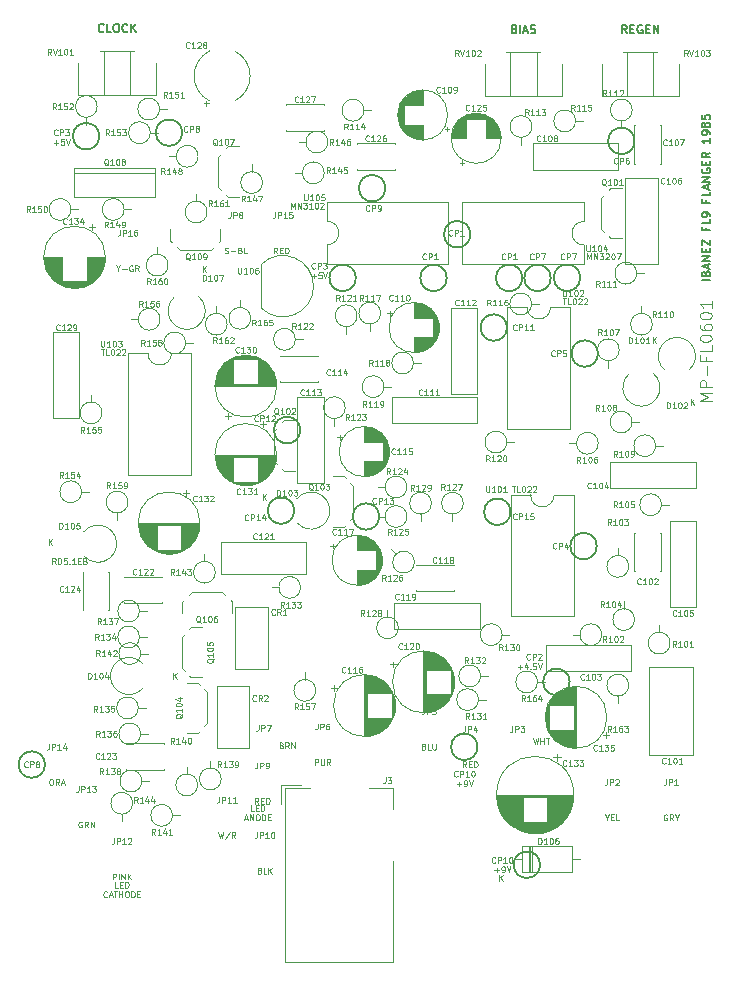
<source format=gbr>
%TF.GenerationSoftware,KiCad,Pcbnew,(6.0.0-0)*%
%TF.CreationDate,2022-11-24T10:29:58-08:00*%
%TF.ProjectId,Ibanez_FL-9,4962616e-657a-45f4-964c-2d392e6b6963,v02*%
%TF.SameCoordinates,Original*%
%TF.FileFunction,Legend,Top*%
%TF.FilePolarity,Positive*%
%FSLAX46Y46*%
G04 Gerber Fmt 4.6, Leading zero omitted, Abs format (unit mm)*
G04 Created by KiCad (PCBNEW (6.0.0-0)) date 2022-11-24 10:29:58*
%MOMM*%
%LPD*%
G01*
G04 APERTURE LIST*
%ADD10C,0.200000*%
%ADD11C,0.100000*%
%ADD12C,0.140000*%
%ADD13C,0.120000*%
G04 APERTURE END LIST*
D10*
X223418033Y-61800000D02*
G75*
G03*
X223418033Y-61800000I-1118033J0D01*
G01*
X211818033Y-54200000D02*
G75*
G03*
X211818033Y-54200000I-1118033J0D01*
G01*
X219618033Y-101500000D02*
G75*
G03*
X219618033Y-101500000I-1118033J0D01*
G01*
X222418033Y-81600000D02*
G75*
G03*
X222418033Y-81600000I-1118033J0D01*
G01*
X229718033Y-84500000D02*
G75*
G03*
X229718033Y-84500000I-1118033J0D01*
G01*
X227418033Y-96000000D02*
G75*
G03*
X227418033Y-96000000I-1118033J0D01*
G01*
X187600000Y-49800000D02*
G75*
G03*
X187600000Y-49800000I-1118033J0D01*
G01*
X209318033Y-61800000D02*
G75*
G03*
X209318033Y-61800000I-1118033J0D01*
G01*
X229818033Y-68200000D02*
G75*
G03*
X229818033Y-68200000I-1118033J0D01*
G01*
X204100000Y-81500000D02*
G75*
G03*
X204100000Y-81500000I-1118034J0D01*
G01*
X222118033Y-66000000D02*
G75*
G03*
X222118033Y-66000000I-1118033J0D01*
G01*
X217018033Y-61800000D02*
G75*
G03*
X217018033Y-61800000I-1118033J0D01*
G01*
X183000000Y-103000000D02*
G75*
G03*
X183000000Y-103000000I-1118033J0D01*
G01*
X211300000Y-82000000D02*
G75*
G03*
X211300000Y-82000000I-1118034J0D01*
G01*
X228318033Y-61781967D02*
G75*
G03*
X228318033Y-61781967I-1118033J0D01*
G01*
X225818033Y-61800000D02*
G75*
G03*
X225818033Y-61800000I-1118033J0D01*
G01*
X224918033Y-111481967D02*
G75*
G03*
X224918033Y-111481967I-1118033J0D01*
G01*
X219018033Y-58100000D02*
G75*
G03*
X219018033Y-58100000I-1118033J0D01*
G01*
X232918033Y-50200000D02*
G75*
G03*
X232918033Y-50200000I-1118033J0D01*
G01*
X194618034Y-49500000D02*
G75*
G03*
X194618034Y-49500000I-1118034J0D01*
G01*
X204618034Y-74681966D02*
G75*
G03*
X204618034Y-74681966I-1118034J0D01*
G01*
D11*
X195066666Y-49378571D02*
X195042857Y-49402380D01*
X194971428Y-49426190D01*
X194923809Y-49426190D01*
X194852380Y-49402380D01*
X194804761Y-49354761D01*
X194780952Y-49307142D01*
X194757142Y-49211904D01*
X194757142Y-49140476D01*
X194780952Y-49045238D01*
X194804761Y-48997619D01*
X194852380Y-48950000D01*
X194923809Y-48926190D01*
X194971428Y-48926190D01*
X195042857Y-48950000D01*
X195066666Y-48973809D01*
X195280952Y-49426190D02*
X195280952Y-48926190D01*
X195471428Y-48926190D01*
X195519047Y-48950000D01*
X195542857Y-48973809D01*
X195566666Y-49021428D01*
X195566666Y-49092857D01*
X195542857Y-49140476D01*
X195519047Y-49164285D01*
X195471428Y-49188095D01*
X195280952Y-49188095D01*
X195852380Y-49140476D02*
X195804761Y-49116666D01*
X195780952Y-49092857D01*
X195757142Y-49045238D01*
X195757142Y-49021428D01*
X195780952Y-48973809D01*
X195804761Y-48950000D01*
X195852380Y-48926190D01*
X195947619Y-48926190D01*
X195995238Y-48950000D01*
X196019047Y-48973809D01*
X196042857Y-49021428D01*
X196042857Y-49045238D01*
X196019047Y-49092857D01*
X195995238Y-49116666D01*
X195947619Y-49140476D01*
X195852380Y-49140476D01*
X195804761Y-49164285D01*
X195780952Y-49188095D01*
X195757142Y-49235714D01*
X195757142Y-49330952D01*
X195780952Y-49378571D01*
X195804761Y-49402380D01*
X195852380Y-49426190D01*
X195947619Y-49426190D01*
X195995238Y-49402380D01*
X196019047Y-49378571D01*
X196042857Y-49330952D01*
X196042857Y-49235714D01*
X196019047Y-49188095D01*
X195995238Y-49164285D01*
X195947619Y-49140476D01*
X222928571Y-66178571D02*
X222904761Y-66202380D01*
X222833333Y-66226190D01*
X222785714Y-66226190D01*
X222714285Y-66202380D01*
X222666666Y-66154761D01*
X222642857Y-66107142D01*
X222619047Y-66011904D01*
X222619047Y-65940476D01*
X222642857Y-65845238D01*
X222666666Y-65797619D01*
X222714285Y-65750000D01*
X222785714Y-65726190D01*
X222833333Y-65726190D01*
X222904761Y-65750000D01*
X222928571Y-65773809D01*
X223142857Y-66226190D02*
X223142857Y-65726190D01*
X223333333Y-65726190D01*
X223380952Y-65750000D01*
X223404761Y-65773809D01*
X223428571Y-65821428D01*
X223428571Y-65892857D01*
X223404761Y-65940476D01*
X223380952Y-65964285D01*
X223333333Y-65988095D01*
X223142857Y-65988095D01*
X223904761Y-66226190D02*
X223619047Y-66226190D01*
X223761904Y-66226190D02*
X223761904Y-65726190D01*
X223714285Y-65797619D01*
X223666666Y-65845238D01*
X223619047Y-65869047D01*
X224380952Y-66226190D02*
X224095238Y-66226190D01*
X224238095Y-66226190D02*
X224238095Y-65726190D01*
X224190476Y-65797619D01*
X224142857Y-65845238D01*
X224095238Y-65869047D01*
X189178571Y-113423690D02*
X188940476Y-113423690D01*
X188940476Y-112923690D01*
X189345238Y-113161785D02*
X189511904Y-113161785D01*
X189583333Y-113423690D02*
X189345238Y-113423690D01*
X189345238Y-112923690D01*
X189583333Y-112923690D01*
X189797619Y-113423690D02*
X189797619Y-112923690D01*
X189916666Y-112923690D01*
X189988095Y-112947500D01*
X190035714Y-112995119D01*
X190059523Y-113042738D01*
X190083333Y-113137976D01*
X190083333Y-113209404D01*
X190059523Y-113304642D01*
X190035714Y-113352261D01*
X189988095Y-113399880D01*
X189916666Y-113423690D01*
X189797619Y-113423690D01*
X188250000Y-114181071D02*
X188226190Y-114204880D01*
X188154761Y-114228690D01*
X188107142Y-114228690D01*
X188035714Y-114204880D01*
X187988095Y-114157261D01*
X187964285Y-114109642D01*
X187940476Y-114014404D01*
X187940476Y-113942976D01*
X187964285Y-113847738D01*
X187988095Y-113800119D01*
X188035714Y-113752500D01*
X188107142Y-113728690D01*
X188154761Y-113728690D01*
X188226190Y-113752500D01*
X188250000Y-113776309D01*
X188440476Y-114085833D02*
X188678571Y-114085833D01*
X188392857Y-114228690D02*
X188559523Y-113728690D01*
X188726190Y-114228690D01*
X188821428Y-113728690D02*
X189107142Y-113728690D01*
X188964285Y-114228690D02*
X188964285Y-113728690D01*
X189273809Y-114228690D02*
X189273809Y-113728690D01*
X189273809Y-113966785D02*
X189559523Y-113966785D01*
X189559523Y-114228690D02*
X189559523Y-113728690D01*
X189892857Y-113728690D02*
X189988095Y-113728690D01*
X190035714Y-113752500D01*
X190083333Y-113800119D01*
X190107142Y-113895357D01*
X190107142Y-114062023D01*
X190083333Y-114157261D01*
X190035714Y-114204880D01*
X189988095Y-114228690D01*
X189892857Y-114228690D01*
X189845238Y-114204880D01*
X189797619Y-114157261D01*
X189773809Y-114062023D01*
X189773809Y-113895357D01*
X189797619Y-113800119D01*
X189845238Y-113752500D01*
X189892857Y-113728690D01*
X190321428Y-114228690D02*
X190321428Y-113728690D01*
X190440476Y-113728690D01*
X190511904Y-113752500D01*
X190559523Y-113800119D01*
X190583333Y-113847738D01*
X190607142Y-113942976D01*
X190607142Y-114014404D01*
X190583333Y-114109642D01*
X190559523Y-114157261D01*
X190511904Y-114204880D01*
X190440476Y-114228690D01*
X190321428Y-114228690D01*
X190821428Y-113966785D02*
X190988095Y-113966785D01*
X191059523Y-114228690D02*
X190821428Y-114228690D01*
X190821428Y-113728690D01*
X191059523Y-113728690D01*
X221128571Y-111276071D02*
X221104761Y-111299880D01*
X221033333Y-111323690D01*
X220985714Y-111323690D01*
X220914285Y-111299880D01*
X220866666Y-111252261D01*
X220842857Y-111204642D01*
X220819047Y-111109404D01*
X220819047Y-111037976D01*
X220842857Y-110942738D01*
X220866666Y-110895119D01*
X220914285Y-110847500D01*
X220985714Y-110823690D01*
X221033333Y-110823690D01*
X221104761Y-110847500D01*
X221128571Y-110871309D01*
X221342857Y-111323690D02*
X221342857Y-110823690D01*
X221533333Y-110823690D01*
X221580952Y-110847500D01*
X221604761Y-110871309D01*
X221628571Y-110918928D01*
X221628571Y-110990357D01*
X221604761Y-111037976D01*
X221580952Y-111061785D01*
X221533333Y-111085595D01*
X221342857Y-111085595D01*
X222104761Y-111323690D02*
X221819047Y-111323690D01*
X221961904Y-111323690D02*
X221961904Y-110823690D01*
X221914285Y-110895119D01*
X221866666Y-110942738D01*
X221819047Y-110966547D01*
X222414285Y-110823690D02*
X222461904Y-110823690D01*
X222509523Y-110847500D01*
X222533333Y-110871309D01*
X222557142Y-110918928D01*
X222580952Y-111014166D01*
X222580952Y-111133214D01*
X222557142Y-111228452D01*
X222533333Y-111276071D01*
X222509523Y-111299880D01*
X222461904Y-111323690D01*
X222414285Y-111323690D01*
X222366666Y-111299880D01*
X222342857Y-111276071D01*
X222319047Y-111228452D01*
X222295238Y-111133214D01*
X222295238Y-111014166D01*
X222319047Y-110918928D01*
X222342857Y-110871309D01*
X222366666Y-110847500D01*
X222414285Y-110823690D01*
X221057142Y-111938214D02*
X221438095Y-111938214D01*
X221247619Y-112128690D02*
X221247619Y-111747738D01*
X221700000Y-112128690D02*
X221795238Y-112128690D01*
X221842857Y-112104880D01*
X221866666Y-112081071D01*
X221914285Y-112009642D01*
X221938095Y-111914404D01*
X221938095Y-111723928D01*
X221914285Y-111676309D01*
X221890476Y-111652500D01*
X221842857Y-111628690D01*
X221747619Y-111628690D01*
X221700000Y-111652500D01*
X221676190Y-111676309D01*
X221652380Y-111723928D01*
X221652380Y-111842976D01*
X221676190Y-111890595D01*
X221700000Y-111914404D01*
X221747619Y-111938214D01*
X221842857Y-111938214D01*
X221890476Y-111914404D01*
X221914285Y-111890595D01*
X221938095Y-111842976D01*
X222080952Y-111628690D02*
X222247619Y-112128690D01*
X222414285Y-111628690D01*
X239452380Y-72190476D02*
X238452380Y-72190476D01*
X239166666Y-71857142D01*
X238452380Y-71523809D01*
X239452380Y-71523809D01*
X239452380Y-71047619D02*
X238452380Y-71047619D01*
X238452380Y-70666666D01*
X238500000Y-70571428D01*
X238547619Y-70523809D01*
X238642857Y-70476190D01*
X238785714Y-70476190D01*
X238880952Y-70523809D01*
X238928571Y-70571428D01*
X238976190Y-70666666D01*
X238976190Y-71047619D01*
X239071428Y-70047619D02*
X239071428Y-69285714D01*
X238928571Y-68476190D02*
X238928571Y-68809523D01*
X239452380Y-68809523D02*
X238452380Y-68809523D01*
X238452380Y-68333333D01*
X239452380Y-67476190D02*
X239452380Y-67952380D01*
X238452380Y-67952380D01*
X238452380Y-66952380D02*
X238452380Y-66857142D01*
X238500000Y-66761904D01*
X238547619Y-66714285D01*
X238642857Y-66666666D01*
X238833333Y-66619047D01*
X239071428Y-66619047D01*
X239261904Y-66666666D01*
X239357142Y-66714285D01*
X239404761Y-66761904D01*
X239452380Y-66857142D01*
X239452380Y-66952380D01*
X239404761Y-67047619D01*
X239357142Y-67095238D01*
X239261904Y-67142857D01*
X239071428Y-67190476D01*
X238833333Y-67190476D01*
X238642857Y-67142857D01*
X238547619Y-67095238D01*
X238500000Y-67047619D01*
X238452380Y-66952380D01*
X238452380Y-65761904D02*
X238452380Y-65952380D01*
X238500000Y-66047619D01*
X238547619Y-66095238D01*
X238690476Y-66190476D01*
X238880952Y-66238095D01*
X239261904Y-66238095D01*
X239357142Y-66190476D01*
X239404761Y-66142857D01*
X239452380Y-66047619D01*
X239452380Y-65857142D01*
X239404761Y-65761904D01*
X239357142Y-65714285D01*
X239261904Y-65666666D01*
X239023809Y-65666666D01*
X238928571Y-65714285D01*
X238880952Y-65761904D01*
X238833333Y-65857142D01*
X238833333Y-66047619D01*
X238880952Y-66142857D01*
X238928571Y-66190476D01*
X239023809Y-66238095D01*
X238452380Y-65047619D02*
X238452380Y-64952380D01*
X238500000Y-64857142D01*
X238547619Y-64809523D01*
X238642857Y-64761904D01*
X238833333Y-64714285D01*
X239071428Y-64714285D01*
X239261904Y-64761904D01*
X239357142Y-64809523D01*
X239404761Y-64857142D01*
X239452380Y-64952380D01*
X239452380Y-65047619D01*
X239404761Y-65142857D01*
X239357142Y-65190476D01*
X239261904Y-65238095D01*
X239071428Y-65285714D01*
X238833333Y-65285714D01*
X238642857Y-65238095D01*
X238547619Y-65190476D01*
X238500000Y-65142857D01*
X238452380Y-65047619D01*
X239452380Y-63761904D02*
X239452380Y-64333333D01*
X239452380Y-64047619D02*
X238452380Y-64047619D01*
X238595238Y-64142857D01*
X238690476Y-64238095D01*
X238738095Y-64333333D01*
X181548633Y-103178571D02*
X181524824Y-103202380D01*
X181453395Y-103226190D01*
X181405776Y-103226190D01*
X181334347Y-103202380D01*
X181286728Y-103154761D01*
X181262919Y-103107142D01*
X181239109Y-103011904D01*
X181239109Y-102940476D01*
X181262919Y-102845238D01*
X181286728Y-102797619D01*
X181334347Y-102750000D01*
X181405776Y-102726190D01*
X181453395Y-102726190D01*
X181524824Y-102750000D01*
X181548633Y-102773809D01*
X181762919Y-103226190D02*
X181762919Y-102726190D01*
X181953395Y-102726190D01*
X182001014Y-102750000D01*
X182024824Y-102773809D01*
X182048633Y-102821428D01*
X182048633Y-102892857D01*
X182024824Y-102940476D01*
X182001014Y-102964285D01*
X181953395Y-102988095D01*
X181762919Y-102988095D01*
X182334347Y-102940476D02*
X182286728Y-102916666D01*
X182262919Y-102892857D01*
X182239109Y-102845238D01*
X182239109Y-102821428D01*
X182262919Y-102773809D01*
X182286728Y-102750000D01*
X182334347Y-102726190D01*
X182429586Y-102726190D01*
X182477205Y-102750000D01*
X182501014Y-102773809D01*
X182524824Y-102821428D01*
X182524824Y-102845238D01*
X182501014Y-102892857D01*
X182477205Y-102916666D01*
X182429586Y-102940476D01*
X182334347Y-102940476D01*
X182286728Y-102964285D01*
X182262919Y-102988095D01*
X182239109Y-103035714D01*
X182239109Y-103130952D01*
X182262919Y-103178571D01*
X182286728Y-103202380D01*
X182334347Y-103226190D01*
X182429586Y-103226190D01*
X182477205Y-103202380D01*
X182501014Y-103178571D01*
X182524824Y-103130952D01*
X182524824Y-103035714D01*
X182501014Y-102988095D01*
X182477205Y-102964285D01*
X182429586Y-102940476D01*
X184066666Y-49676071D02*
X184042857Y-49699880D01*
X183971428Y-49723690D01*
X183923809Y-49723690D01*
X183852380Y-49699880D01*
X183804761Y-49652261D01*
X183780952Y-49604642D01*
X183757142Y-49509404D01*
X183757142Y-49437976D01*
X183780952Y-49342738D01*
X183804761Y-49295119D01*
X183852380Y-49247500D01*
X183923809Y-49223690D01*
X183971428Y-49223690D01*
X184042857Y-49247500D01*
X184066666Y-49271309D01*
X184280952Y-49723690D02*
X184280952Y-49223690D01*
X184471428Y-49223690D01*
X184519047Y-49247500D01*
X184542857Y-49271309D01*
X184566666Y-49318928D01*
X184566666Y-49390357D01*
X184542857Y-49437976D01*
X184519047Y-49461785D01*
X184471428Y-49485595D01*
X184280952Y-49485595D01*
X184733333Y-49223690D02*
X185042857Y-49223690D01*
X184876190Y-49414166D01*
X184947619Y-49414166D01*
X184995238Y-49437976D01*
X185019047Y-49461785D01*
X185042857Y-49509404D01*
X185042857Y-49628452D01*
X185019047Y-49676071D01*
X184995238Y-49699880D01*
X184947619Y-49723690D01*
X184804761Y-49723690D01*
X184757142Y-49699880D01*
X184733333Y-49676071D01*
X183757142Y-50338214D02*
X184138095Y-50338214D01*
X183947619Y-50528690D02*
X183947619Y-50147738D01*
X184614285Y-50028690D02*
X184376190Y-50028690D01*
X184352380Y-50266785D01*
X184376190Y-50242976D01*
X184423809Y-50219166D01*
X184542857Y-50219166D01*
X184590476Y-50242976D01*
X184614285Y-50266785D01*
X184638095Y-50314404D01*
X184638095Y-50433452D01*
X184614285Y-50481071D01*
X184590476Y-50504880D01*
X184542857Y-50528690D01*
X184423809Y-50528690D01*
X184376190Y-50504880D01*
X184352380Y-50481071D01*
X184780952Y-50028690D02*
X184947619Y-50528690D01*
X185114285Y-50028690D01*
X222928571Y-82178571D02*
X222904761Y-82202380D01*
X222833333Y-82226190D01*
X222785714Y-82226190D01*
X222714285Y-82202380D01*
X222666666Y-82154761D01*
X222642857Y-82107142D01*
X222619047Y-82011904D01*
X222619047Y-81940476D01*
X222642857Y-81845238D01*
X222666666Y-81797619D01*
X222714285Y-81750000D01*
X222785714Y-81726190D01*
X222833333Y-81726190D01*
X222904761Y-81750000D01*
X222928571Y-81773809D01*
X223142857Y-82226190D02*
X223142857Y-81726190D01*
X223333333Y-81726190D01*
X223380952Y-81750000D01*
X223404761Y-81773809D01*
X223428571Y-81821428D01*
X223428571Y-81892857D01*
X223404761Y-81940476D01*
X223380952Y-81964285D01*
X223333333Y-81988095D01*
X223142857Y-81988095D01*
X223904761Y-82226190D02*
X223619047Y-82226190D01*
X223761904Y-82226190D02*
X223761904Y-81726190D01*
X223714285Y-81797619D01*
X223666666Y-81845238D01*
X223619047Y-81869047D01*
X224357142Y-81726190D02*
X224119047Y-81726190D01*
X224095238Y-81964285D01*
X224119047Y-81940476D01*
X224166666Y-81916666D01*
X224285714Y-81916666D01*
X224333333Y-81940476D01*
X224357142Y-81964285D01*
X224380952Y-82011904D01*
X224380952Y-82130952D01*
X224357142Y-82178571D01*
X224333333Y-82202380D01*
X224285714Y-82226190D01*
X224166666Y-82226190D01*
X224119047Y-82202380D01*
X224095238Y-82178571D01*
X217466666Y-58168571D02*
X217442857Y-58192380D01*
X217371428Y-58216190D01*
X217323809Y-58216190D01*
X217252380Y-58192380D01*
X217204761Y-58144761D01*
X217180952Y-58097142D01*
X217157142Y-58001904D01*
X217157142Y-57930476D01*
X217180952Y-57835238D01*
X217204761Y-57787619D01*
X217252380Y-57740000D01*
X217323809Y-57716190D01*
X217371428Y-57716190D01*
X217442857Y-57740000D01*
X217466666Y-57763809D01*
X217680952Y-58216190D02*
X217680952Y-57716190D01*
X217871428Y-57716190D01*
X217919047Y-57740000D01*
X217942857Y-57763809D01*
X217966666Y-57811428D01*
X217966666Y-57882857D01*
X217942857Y-57930476D01*
X217919047Y-57954285D01*
X217871428Y-57978095D01*
X217680952Y-57978095D01*
X218442857Y-58216190D02*
X218157142Y-58216190D01*
X218300000Y-58216190D02*
X218300000Y-57716190D01*
X218252380Y-57787619D01*
X218204761Y-57835238D01*
X218157142Y-57859047D01*
X200678571Y-106923690D02*
X200440476Y-106923690D01*
X200440476Y-106423690D01*
X200845238Y-106661785D02*
X201011904Y-106661785D01*
X201083333Y-106923690D02*
X200845238Y-106923690D01*
X200845238Y-106423690D01*
X201083333Y-106423690D01*
X201297619Y-106923690D02*
X201297619Y-106423690D01*
X201416666Y-106423690D01*
X201488095Y-106447500D01*
X201535714Y-106495119D01*
X201559523Y-106542738D01*
X201583333Y-106637976D01*
X201583333Y-106709404D01*
X201559523Y-106804642D01*
X201535714Y-106852261D01*
X201488095Y-106899880D01*
X201416666Y-106923690D01*
X201297619Y-106923690D01*
X199880952Y-107585833D02*
X200119047Y-107585833D01*
X199833333Y-107728690D02*
X200000000Y-107228690D01*
X200166666Y-107728690D01*
X200333333Y-107728690D02*
X200333333Y-107228690D01*
X200619047Y-107728690D01*
X200619047Y-107228690D01*
X200952380Y-107228690D02*
X201047619Y-107228690D01*
X201095238Y-107252500D01*
X201142857Y-107300119D01*
X201166666Y-107395357D01*
X201166666Y-107562023D01*
X201142857Y-107657261D01*
X201095238Y-107704880D01*
X201047619Y-107728690D01*
X200952380Y-107728690D01*
X200904761Y-107704880D01*
X200857142Y-107657261D01*
X200833333Y-107562023D01*
X200833333Y-107395357D01*
X200857142Y-107300119D01*
X200904761Y-107252500D01*
X200952380Y-107228690D01*
X201380952Y-107728690D02*
X201380952Y-107228690D01*
X201500000Y-107228690D01*
X201571428Y-107252500D01*
X201619047Y-107300119D01*
X201642857Y-107347738D01*
X201666666Y-107442976D01*
X201666666Y-107514404D01*
X201642857Y-107609642D01*
X201619047Y-107657261D01*
X201571428Y-107704880D01*
X201500000Y-107728690D01*
X201380952Y-107728690D01*
X201880952Y-107466785D02*
X202047619Y-107466785D01*
X202119047Y-107728690D02*
X201880952Y-107728690D01*
X201880952Y-107228690D01*
X202119047Y-107228690D01*
X210466666Y-56078571D02*
X210442857Y-56102380D01*
X210371428Y-56126190D01*
X210323809Y-56126190D01*
X210252380Y-56102380D01*
X210204761Y-56054761D01*
X210180952Y-56007142D01*
X210157142Y-55911904D01*
X210157142Y-55840476D01*
X210180952Y-55745238D01*
X210204761Y-55697619D01*
X210252380Y-55650000D01*
X210323809Y-55626190D01*
X210371428Y-55626190D01*
X210442857Y-55650000D01*
X210466666Y-55673809D01*
X210680952Y-56126190D02*
X210680952Y-55626190D01*
X210871428Y-55626190D01*
X210919047Y-55650000D01*
X210942857Y-55673809D01*
X210966666Y-55721428D01*
X210966666Y-55792857D01*
X210942857Y-55840476D01*
X210919047Y-55864285D01*
X210871428Y-55888095D01*
X210680952Y-55888095D01*
X211204761Y-56126190D02*
X211300000Y-56126190D01*
X211347619Y-56102380D01*
X211371428Y-56078571D01*
X211419047Y-56007142D01*
X211442857Y-55911904D01*
X211442857Y-55721428D01*
X211419047Y-55673809D01*
X211395238Y-55650000D01*
X211347619Y-55626190D01*
X211252380Y-55626190D01*
X211204761Y-55650000D01*
X211180952Y-55673809D01*
X211157142Y-55721428D01*
X211157142Y-55840476D01*
X211180952Y-55888095D01*
X211204761Y-55911904D01*
X211252380Y-55935714D01*
X211347619Y-55935714D01*
X211395238Y-55911904D01*
X211419047Y-55888095D01*
X211442857Y-55840476D01*
X231466666Y-52078571D02*
X231442857Y-52102380D01*
X231371428Y-52126190D01*
X231323809Y-52126190D01*
X231252380Y-52102380D01*
X231204761Y-52054761D01*
X231180952Y-52007142D01*
X231157142Y-51911904D01*
X231157142Y-51840476D01*
X231180952Y-51745238D01*
X231204761Y-51697619D01*
X231252380Y-51650000D01*
X231323809Y-51626190D01*
X231371428Y-51626190D01*
X231442857Y-51650000D01*
X231466666Y-51673809D01*
X231680952Y-52126190D02*
X231680952Y-51626190D01*
X231871428Y-51626190D01*
X231919047Y-51650000D01*
X231942857Y-51673809D01*
X231966666Y-51721428D01*
X231966666Y-51792857D01*
X231942857Y-51840476D01*
X231919047Y-51864285D01*
X231871428Y-51888095D01*
X231680952Y-51888095D01*
X232395238Y-51626190D02*
X232300000Y-51626190D01*
X232252380Y-51650000D01*
X232228571Y-51673809D01*
X232180952Y-51745238D01*
X232157142Y-51840476D01*
X232157142Y-52030952D01*
X232180952Y-52078571D01*
X232204761Y-52102380D01*
X232252380Y-52126190D01*
X232347619Y-52126190D01*
X232395238Y-52102380D01*
X232419047Y-52078571D01*
X232442857Y-52030952D01*
X232442857Y-51911904D01*
X232419047Y-51864285D01*
X232395238Y-51840476D01*
X232347619Y-51816666D01*
X232252380Y-51816666D01*
X232204761Y-51840476D01*
X232180952Y-51864285D01*
X232157142Y-51911904D01*
X201028571Y-73878571D02*
X201004761Y-73902380D01*
X200933333Y-73926190D01*
X200885714Y-73926190D01*
X200814285Y-73902380D01*
X200766666Y-73854761D01*
X200742857Y-73807142D01*
X200719047Y-73711904D01*
X200719047Y-73640476D01*
X200742857Y-73545238D01*
X200766666Y-73497619D01*
X200814285Y-73450000D01*
X200885714Y-73426190D01*
X200933333Y-73426190D01*
X201004761Y-73450000D01*
X201028571Y-73473809D01*
X201242857Y-73926190D02*
X201242857Y-73426190D01*
X201433333Y-73426190D01*
X201480952Y-73450000D01*
X201504761Y-73473809D01*
X201528571Y-73521428D01*
X201528571Y-73592857D01*
X201504761Y-73640476D01*
X201480952Y-73664285D01*
X201433333Y-73688095D01*
X201242857Y-73688095D01*
X202004761Y-73926190D02*
X201719047Y-73926190D01*
X201861904Y-73926190D02*
X201861904Y-73426190D01*
X201814285Y-73497619D01*
X201766666Y-73545238D01*
X201719047Y-73569047D01*
X202195238Y-73473809D02*
X202219047Y-73450000D01*
X202266666Y-73426190D01*
X202385714Y-73426190D01*
X202433333Y-73450000D01*
X202457142Y-73473809D01*
X202480952Y-73521428D01*
X202480952Y-73569047D01*
X202457142Y-73640476D01*
X202171428Y-73926190D01*
X202480952Y-73926190D01*
X221966666Y-60178571D02*
X221942857Y-60202380D01*
X221871428Y-60226190D01*
X221823809Y-60226190D01*
X221752380Y-60202380D01*
X221704761Y-60154761D01*
X221680952Y-60107142D01*
X221657142Y-60011904D01*
X221657142Y-59940476D01*
X221680952Y-59845238D01*
X221704761Y-59797619D01*
X221752380Y-59750000D01*
X221823809Y-59726190D01*
X221871428Y-59726190D01*
X221942857Y-59750000D01*
X221966666Y-59773809D01*
X222180952Y-60226190D02*
X222180952Y-59726190D01*
X222371428Y-59726190D01*
X222419047Y-59750000D01*
X222442857Y-59773809D01*
X222466666Y-59821428D01*
X222466666Y-59892857D01*
X222442857Y-59940476D01*
X222419047Y-59964285D01*
X222371428Y-59988095D01*
X222180952Y-59988095D01*
X222942857Y-60226190D02*
X222657142Y-60226190D01*
X222800000Y-60226190D02*
X222800000Y-59726190D01*
X222752380Y-59797619D01*
X222704761Y-59845238D01*
X222657142Y-59869047D01*
X226966666Y-60178571D02*
X226942857Y-60202380D01*
X226871428Y-60226190D01*
X226823809Y-60226190D01*
X226752380Y-60202380D01*
X226704761Y-60154761D01*
X226680952Y-60107142D01*
X226657142Y-60011904D01*
X226657142Y-59940476D01*
X226680952Y-59845238D01*
X226704761Y-59797619D01*
X226752380Y-59750000D01*
X226823809Y-59726190D01*
X226871428Y-59726190D01*
X226942857Y-59750000D01*
X226966666Y-59773809D01*
X227180952Y-60226190D02*
X227180952Y-59726190D01*
X227371428Y-59726190D01*
X227419047Y-59750000D01*
X227442857Y-59773809D01*
X227466666Y-59821428D01*
X227466666Y-59892857D01*
X227442857Y-59940476D01*
X227419047Y-59964285D01*
X227371428Y-59988095D01*
X227180952Y-59988095D01*
X227633333Y-59726190D02*
X227966666Y-59726190D01*
X227752380Y-60226190D01*
X224366666Y-60178571D02*
X224342857Y-60202380D01*
X224271428Y-60226190D01*
X224223809Y-60226190D01*
X224152380Y-60202380D01*
X224104761Y-60154761D01*
X224080952Y-60107142D01*
X224057142Y-60011904D01*
X224057142Y-59940476D01*
X224080952Y-59845238D01*
X224104761Y-59797619D01*
X224152380Y-59750000D01*
X224223809Y-59726190D01*
X224271428Y-59726190D01*
X224342857Y-59750000D01*
X224366666Y-59773809D01*
X224580952Y-60226190D02*
X224580952Y-59726190D01*
X224771428Y-59726190D01*
X224819047Y-59750000D01*
X224842857Y-59773809D01*
X224866666Y-59821428D01*
X224866666Y-59892857D01*
X224842857Y-59940476D01*
X224819047Y-59964285D01*
X224771428Y-59988095D01*
X224580952Y-59988095D01*
X225033333Y-59726190D02*
X225366666Y-59726190D01*
X225152380Y-60226190D01*
X200228571Y-82278571D02*
X200204761Y-82302380D01*
X200133333Y-82326190D01*
X200085714Y-82326190D01*
X200014285Y-82302380D01*
X199966666Y-82254761D01*
X199942857Y-82207142D01*
X199919047Y-82111904D01*
X199919047Y-82040476D01*
X199942857Y-81945238D01*
X199966666Y-81897619D01*
X200014285Y-81850000D01*
X200085714Y-81826190D01*
X200133333Y-81826190D01*
X200204761Y-81850000D01*
X200228571Y-81873809D01*
X200442857Y-82326190D02*
X200442857Y-81826190D01*
X200633333Y-81826190D01*
X200680952Y-81850000D01*
X200704761Y-81873809D01*
X200728571Y-81921428D01*
X200728571Y-81992857D01*
X200704761Y-82040476D01*
X200680952Y-82064285D01*
X200633333Y-82088095D01*
X200442857Y-82088095D01*
X201204761Y-82326190D02*
X200919047Y-82326190D01*
X201061904Y-82326190D02*
X201061904Y-81826190D01*
X201014285Y-81897619D01*
X200966666Y-81945238D01*
X200919047Y-81969047D01*
X201633333Y-81992857D02*
X201633333Y-82326190D01*
X201514285Y-81802380D02*
X201395238Y-82159523D01*
X201704761Y-82159523D01*
X211028571Y-80878571D02*
X211004761Y-80902380D01*
X210933333Y-80926190D01*
X210885714Y-80926190D01*
X210814285Y-80902380D01*
X210766666Y-80854761D01*
X210742857Y-80807142D01*
X210719047Y-80711904D01*
X210719047Y-80640476D01*
X210742857Y-80545238D01*
X210766666Y-80497619D01*
X210814285Y-80450000D01*
X210885714Y-80426190D01*
X210933333Y-80426190D01*
X211004761Y-80450000D01*
X211028571Y-80473809D01*
X211242857Y-80926190D02*
X211242857Y-80426190D01*
X211433333Y-80426190D01*
X211480952Y-80450000D01*
X211504761Y-80473809D01*
X211528571Y-80521428D01*
X211528571Y-80592857D01*
X211504761Y-80640476D01*
X211480952Y-80664285D01*
X211433333Y-80688095D01*
X211242857Y-80688095D01*
X212004761Y-80926190D02*
X211719047Y-80926190D01*
X211861904Y-80926190D02*
X211861904Y-80426190D01*
X211814285Y-80497619D01*
X211766666Y-80545238D01*
X211719047Y-80569047D01*
X212171428Y-80426190D02*
X212480952Y-80426190D01*
X212314285Y-80616666D01*
X212385714Y-80616666D01*
X212433333Y-80640476D01*
X212457142Y-80664285D01*
X212480952Y-80711904D01*
X212480952Y-80830952D01*
X212457142Y-80878571D01*
X212433333Y-80902380D01*
X212385714Y-80926190D01*
X212242857Y-80926190D01*
X212195238Y-80902380D01*
X212171428Y-80878571D01*
X217928571Y-103976071D02*
X217904761Y-103999880D01*
X217833333Y-104023690D01*
X217785714Y-104023690D01*
X217714285Y-103999880D01*
X217666666Y-103952261D01*
X217642857Y-103904642D01*
X217619047Y-103809404D01*
X217619047Y-103737976D01*
X217642857Y-103642738D01*
X217666666Y-103595119D01*
X217714285Y-103547500D01*
X217785714Y-103523690D01*
X217833333Y-103523690D01*
X217904761Y-103547500D01*
X217928571Y-103571309D01*
X218142857Y-104023690D02*
X218142857Y-103523690D01*
X218333333Y-103523690D01*
X218380952Y-103547500D01*
X218404761Y-103571309D01*
X218428571Y-103618928D01*
X218428571Y-103690357D01*
X218404761Y-103737976D01*
X218380952Y-103761785D01*
X218333333Y-103785595D01*
X218142857Y-103785595D01*
X218904761Y-104023690D02*
X218619047Y-104023690D01*
X218761904Y-104023690D02*
X218761904Y-103523690D01*
X218714285Y-103595119D01*
X218666666Y-103642738D01*
X218619047Y-103666547D01*
X219214285Y-103523690D02*
X219261904Y-103523690D01*
X219309523Y-103547500D01*
X219333333Y-103571309D01*
X219357142Y-103618928D01*
X219380952Y-103714166D01*
X219380952Y-103833214D01*
X219357142Y-103928452D01*
X219333333Y-103976071D01*
X219309523Y-103999880D01*
X219261904Y-104023690D01*
X219214285Y-104023690D01*
X219166666Y-103999880D01*
X219142857Y-103976071D01*
X219119047Y-103928452D01*
X219095238Y-103833214D01*
X219095238Y-103714166D01*
X219119047Y-103618928D01*
X219142857Y-103571309D01*
X219166666Y-103547500D01*
X219214285Y-103523690D01*
X217857142Y-104638214D02*
X218238095Y-104638214D01*
X218047619Y-104828690D02*
X218047619Y-104447738D01*
X218500000Y-104828690D02*
X218595238Y-104828690D01*
X218642857Y-104804880D01*
X218666666Y-104781071D01*
X218714285Y-104709642D01*
X218738095Y-104614404D01*
X218738095Y-104423928D01*
X218714285Y-104376309D01*
X218690476Y-104352500D01*
X218642857Y-104328690D01*
X218547619Y-104328690D01*
X218500000Y-104352500D01*
X218476190Y-104376309D01*
X218452380Y-104423928D01*
X218452380Y-104542976D01*
X218476190Y-104590595D01*
X218500000Y-104614404D01*
X218547619Y-104638214D01*
X218642857Y-104638214D01*
X218690476Y-104614404D01*
X218714285Y-104590595D01*
X218738095Y-104542976D01*
X218880952Y-104328690D02*
X219047619Y-104828690D01*
X219214285Y-104328690D01*
X205866666Y-60976071D02*
X205842857Y-60999880D01*
X205771428Y-61023690D01*
X205723809Y-61023690D01*
X205652380Y-60999880D01*
X205604761Y-60952261D01*
X205580952Y-60904642D01*
X205557142Y-60809404D01*
X205557142Y-60737976D01*
X205580952Y-60642738D01*
X205604761Y-60595119D01*
X205652380Y-60547500D01*
X205723809Y-60523690D01*
X205771428Y-60523690D01*
X205842857Y-60547500D01*
X205866666Y-60571309D01*
X206080952Y-61023690D02*
X206080952Y-60523690D01*
X206271428Y-60523690D01*
X206319047Y-60547500D01*
X206342857Y-60571309D01*
X206366666Y-60618928D01*
X206366666Y-60690357D01*
X206342857Y-60737976D01*
X206319047Y-60761785D01*
X206271428Y-60785595D01*
X206080952Y-60785595D01*
X206533333Y-60523690D02*
X206842857Y-60523690D01*
X206676190Y-60714166D01*
X206747619Y-60714166D01*
X206795238Y-60737976D01*
X206819047Y-60761785D01*
X206842857Y-60809404D01*
X206842857Y-60928452D01*
X206819047Y-60976071D01*
X206795238Y-60999880D01*
X206747619Y-61023690D01*
X206604761Y-61023690D01*
X206557142Y-60999880D01*
X206533333Y-60976071D01*
X205557142Y-61638214D02*
X205938095Y-61638214D01*
X205747619Y-61828690D02*
X205747619Y-61447738D01*
X206414285Y-61328690D02*
X206176190Y-61328690D01*
X206152380Y-61566785D01*
X206176190Y-61542976D01*
X206223809Y-61519166D01*
X206342857Y-61519166D01*
X206390476Y-61542976D01*
X206414285Y-61566785D01*
X206438095Y-61614404D01*
X206438095Y-61733452D01*
X206414285Y-61781071D01*
X206390476Y-61804880D01*
X206342857Y-61828690D01*
X206223809Y-61828690D01*
X206176190Y-61804880D01*
X206152380Y-61781071D01*
X206580952Y-61328690D02*
X206747619Y-61828690D01*
X206914285Y-61328690D01*
X215266666Y-60178571D02*
X215242857Y-60202380D01*
X215171428Y-60226190D01*
X215123809Y-60226190D01*
X215052380Y-60202380D01*
X215004761Y-60154761D01*
X214980952Y-60107142D01*
X214957142Y-60011904D01*
X214957142Y-59940476D01*
X214980952Y-59845238D01*
X215004761Y-59797619D01*
X215052380Y-59750000D01*
X215123809Y-59726190D01*
X215171428Y-59726190D01*
X215242857Y-59750000D01*
X215266666Y-59773809D01*
X215480952Y-60226190D02*
X215480952Y-59726190D01*
X215671428Y-59726190D01*
X215719047Y-59750000D01*
X215742857Y-59773809D01*
X215766666Y-59821428D01*
X215766666Y-59892857D01*
X215742857Y-59940476D01*
X215719047Y-59964285D01*
X215671428Y-59988095D01*
X215480952Y-59988095D01*
X216242857Y-60226190D02*
X215957142Y-60226190D01*
X216100000Y-60226190D02*
X216100000Y-59726190D01*
X216052380Y-59797619D01*
X216004761Y-59845238D01*
X215957142Y-59869047D01*
X226301666Y-84678571D02*
X226277857Y-84702380D01*
X226206428Y-84726190D01*
X226158809Y-84726190D01*
X226087380Y-84702380D01*
X226039761Y-84654761D01*
X226015952Y-84607142D01*
X225992142Y-84511904D01*
X225992142Y-84440476D01*
X226015952Y-84345238D01*
X226039761Y-84297619D01*
X226087380Y-84250000D01*
X226158809Y-84226190D01*
X226206428Y-84226190D01*
X226277857Y-84250000D01*
X226301666Y-84273809D01*
X226515952Y-84726190D02*
X226515952Y-84226190D01*
X226706428Y-84226190D01*
X226754047Y-84250000D01*
X226777857Y-84273809D01*
X226801666Y-84321428D01*
X226801666Y-84392857D01*
X226777857Y-84440476D01*
X226754047Y-84464285D01*
X226706428Y-84488095D01*
X226515952Y-84488095D01*
X227230238Y-84392857D02*
X227230238Y-84726190D01*
X227111190Y-84202380D02*
X226992142Y-84559523D01*
X227301666Y-84559523D01*
X226166666Y-68378571D02*
X226142857Y-68402380D01*
X226071428Y-68426190D01*
X226023809Y-68426190D01*
X225952380Y-68402380D01*
X225904761Y-68354761D01*
X225880952Y-68307142D01*
X225857142Y-68211904D01*
X225857142Y-68140476D01*
X225880952Y-68045238D01*
X225904761Y-67997619D01*
X225952380Y-67950000D01*
X226023809Y-67926190D01*
X226071428Y-67926190D01*
X226142857Y-67950000D01*
X226166666Y-67973809D01*
X226380952Y-68426190D02*
X226380952Y-67926190D01*
X226571428Y-67926190D01*
X226619047Y-67950000D01*
X226642857Y-67973809D01*
X226666666Y-68021428D01*
X226666666Y-68092857D01*
X226642857Y-68140476D01*
X226619047Y-68164285D01*
X226571428Y-68188095D01*
X226380952Y-68188095D01*
X227119047Y-67926190D02*
X226880952Y-67926190D01*
X226857142Y-68164285D01*
X226880952Y-68140476D01*
X226928571Y-68116666D01*
X227047619Y-68116666D01*
X227095238Y-68140476D01*
X227119047Y-68164285D01*
X227142857Y-68211904D01*
X227142857Y-68330952D01*
X227119047Y-68378571D01*
X227095238Y-68402380D01*
X227047619Y-68426190D01*
X226928571Y-68426190D01*
X226880952Y-68402380D01*
X226857142Y-68378571D01*
X224063571Y-94076071D02*
X224039761Y-94099880D01*
X223968333Y-94123690D01*
X223920714Y-94123690D01*
X223849285Y-94099880D01*
X223801666Y-94052261D01*
X223777857Y-94004642D01*
X223754047Y-93909404D01*
X223754047Y-93837976D01*
X223777857Y-93742738D01*
X223801666Y-93695119D01*
X223849285Y-93647500D01*
X223920714Y-93623690D01*
X223968333Y-93623690D01*
X224039761Y-93647500D01*
X224063571Y-93671309D01*
X224277857Y-94123690D02*
X224277857Y-93623690D01*
X224468333Y-93623690D01*
X224515952Y-93647500D01*
X224539761Y-93671309D01*
X224563571Y-93718928D01*
X224563571Y-93790357D01*
X224539761Y-93837976D01*
X224515952Y-93861785D01*
X224468333Y-93885595D01*
X224277857Y-93885595D01*
X224754047Y-93671309D02*
X224777857Y-93647500D01*
X224825476Y-93623690D01*
X224944523Y-93623690D01*
X224992142Y-93647500D01*
X225015952Y-93671309D01*
X225039761Y-93718928D01*
X225039761Y-93766547D01*
X225015952Y-93837976D01*
X224730238Y-94123690D01*
X225039761Y-94123690D01*
X223015952Y-94738214D02*
X223396904Y-94738214D01*
X223206428Y-94928690D02*
X223206428Y-94547738D01*
X223849285Y-94595357D02*
X223849285Y-94928690D01*
X223730238Y-94404880D02*
X223611190Y-94762023D01*
X223920714Y-94762023D01*
X224111190Y-94881071D02*
X224135000Y-94904880D01*
X224111190Y-94928690D01*
X224087380Y-94904880D01*
X224111190Y-94881071D01*
X224111190Y-94928690D01*
X224587380Y-94428690D02*
X224349285Y-94428690D01*
X224325476Y-94666785D01*
X224349285Y-94642976D01*
X224396904Y-94619166D01*
X224515952Y-94619166D01*
X224563571Y-94642976D01*
X224587380Y-94666785D01*
X224611190Y-94714404D01*
X224611190Y-94833452D01*
X224587380Y-94881071D01*
X224563571Y-94904880D01*
X224515952Y-94928690D01*
X224396904Y-94928690D01*
X224349285Y-94904880D01*
X224325476Y-94881071D01*
X224754047Y-94428690D02*
X224920714Y-94928690D01*
X225087380Y-94428690D01*
D12*
X239316666Y-61983333D02*
X238616666Y-61983333D01*
X238950000Y-61416666D02*
X238983333Y-61316666D01*
X239016666Y-61283333D01*
X239083333Y-61250000D01*
X239183333Y-61250000D01*
X239250000Y-61283333D01*
X239283333Y-61316666D01*
X239316666Y-61383333D01*
X239316666Y-61650000D01*
X238616666Y-61650000D01*
X238616666Y-61416666D01*
X238650000Y-61350000D01*
X238683333Y-61316666D01*
X238750000Y-61283333D01*
X238816666Y-61283333D01*
X238883333Y-61316666D01*
X238916666Y-61350000D01*
X238950000Y-61416666D01*
X238950000Y-61650000D01*
X239116666Y-60983333D02*
X239116666Y-60650000D01*
X239316666Y-61050000D02*
X238616666Y-60816666D01*
X239316666Y-60583333D01*
X239316666Y-60350000D02*
X238616666Y-60350000D01*
X239316666Y-59950000D01*
X238616666Y-59950000D01*
X238950000Y-59616666D02*
X238950000Y-59383333D01*
X239316666Y-59283333D02*
X239316666Y-59616666D01*
X238616666Y-59616666D01*
X238616666Y-59283333D01*
X238616666Y-59050000D02*
X238616666Y-58583333D01*
X239316666Y-59050000D01*
X239316666Y-58583333D01*
X238950000Y-57550000D02*
X238950000Y-57783333D01*
X239316666Y-57783333D02*
X238616666Y-57783333D01*
X238616666Y-57450000D01*
X239316666Y-56850000D02*
X239316666Y-57183333D01*
X238616666Y-57183333D01*
X239316666Y-56583333D02*
X239316666Y-56450000D01*
X239283333Y-56383333D01*
X239250000Y-56350000D01*
X239150000Y-56283333D01*
X239016666Y-56250000D01*
X238750000Y-56250000D01*
X238683333Y-56283333D01*
X238650000Y-56316666D01*
X238616666Y-56383333D01*
X238616666Y-56516666D01*
X238650000Y-56583333D01*
X238683333Y-56616666D01*
X238750000Y-56650000D01*
X238916666Y-56650000D01*
X238983333Y-56616666D01*
X239016666Y-56583333D01*
X239050000Y-56516666D01*
X239050000Y-56383333D01*
X239016666Y-56316666D01*
X238983333Y-56283333D01*
X238916666Y-56250000D01*
X238950000Y-55183333D02*
X238950000Y-55416666D01*
X239316666Y-55416666D02*
X238616666Y-55416666D01*
X238616666Y-55083333D01*
X239316666Y-54483333D02*
X239316666Y-54816666D01*
X238616666Y-54816666D01*
X239116666Y-54283333D02*
X239116666Y-53950000D01*
X239316666Y-54350000D02*
X238616666Y-54116666D01*
X239316666Y-53883333D01*
X239316666Y-53650000D02*
X238616666Y-53650000D01*
X239316666Y-53250000D01*
X238616666Y-53250000D01*
X238650000Y-52550000D02*
X238616666Y-52616666D01*
X238616666Y-52716666D01*
X238650000Y-52816666D01*
X238716666Y-52883333D01*
X238783333Y-52916666D01*
X238916666Y-52950000D01*
X239016666Y-52950000D01*
X239150000Y-52916666D01*
X239216666Y-52883333D01*
X239283333Y-52816666D01*
X239316666Y-52716666D01*
X239316666Y-52650000D01*
X239283333Y-52550000D01*
X239250000Y-52516666D01*
X239016666Y-52516666D01*
X239016666Y-52650000D01*
X238950000Y-52216666D02*
X238950000Y-51983333D01*
X239316666Y-51883333D02*
X239316666Y-52216666D01*
X238616666Y-52216666D01*
X238616666Y-51883333D01*
X239316666Y-51183333D02*
X238983333Y-51416666D01*
X239316666Y-51583333D02*
X238616666Y-51583333D01*
X238616666Y-51316666D01*
X238650000Y-51250000D01*
X238683333Y-51216666D01*
X238750000Y-51183333D01*
X238850000Y-51183333D01*
X238916666Y-51216666D01*
X238950000Y-51250000D01*
X238983333Y-51316666D01*
X238983333Y-51583333D01*
X239316666Y-49983333D02*
X239316666Y-50383333D01*
X239316666Y-50183333D02*
X238616666Y-50183333D01*
X238716666Y-50250000D01*
X238783333Y-50316666D01*
X238816666Y-50383333D01*
X239316666Y-49650000D02*
X239316666Y-49516666D01*
X239283333Y-49450000D01*
X239250000Y-49416666D01*
X239150000Y-49350000D01*
X239016666Y-49316666D01*
X238750000Y-49316666D01*
X238683333Y-49350000D01*
X238650000Y-49383333D01*
X238616666Y-49450000D01*
X238616666Y-49583333D01*
X238650000Y-49650000D01*
X238683333Y-49683333D01*
X238750000Y-49716666D01*
X238916666Y-49716666D01*
X238983333Y-49683333D01*
X239016666Y-49650000D01*
X239050000Y-49583333D01*
X239050000Y-49450000D01*
X239016666Y-49383333D01*
X238983333Y-49350000D01*
X238916666Y-49316666D01*
X238916666Y-48916666D02*
X238883333Y-48983333D01*
X238850000Y-49016666D01*
X238783333Y-49050000D01*
X238750000Y-49050000D01*
X238683333Y-49016666D01*
X238650000Y-48983333D01*
X238616666Y-48916666D01*
X238616666Y-48783333D01*
X238650000Y-48716666D01*
X238683333Y-48683333D01*
X238750000Y-48650000D01*
X238783333Y-48650000D01*
X238850000Y-48683333D01*
X238883333Y-48716666D01*
X238916666Y-48783333D01*
X238916666Y-48916666D01*
X238950000Y-48983333D01*
X238983333Y-49016666D01*
X239050000Y-49050000D01*
X239183333Y-49050000D01*
X239250000Y-49016666D01*
X239283333Y-48983333D01*
X239316666Y-48916666D01*
X239316666Y-48783333D01*
X239283333Y-48716666D01*
X239250000Y-48683333D01*
X239183333Y-48650000D01*
X239050000Y-48650000D01*
X238983333Y-48683333D01*
X238950000Y-48716666D01*
X238916666Y-48783333D01*
X238616666Y-48016666D02*
X238616666Y-48350000D01*
X238950000Y-48383333D01*
X238916666Y-48350000D01*
X238883333Y-48283333D01*
X238883333Y-48116666D01*
X238916666Y-48050000D01*
X238950000Y-48016666D01*
X239016666Y-47983333D01*
X239183333Y-47983333D01*
X239250000Y-48016666D01*
X239283333Y-48050000D01*
X239316666Y-48116666D01*
X239316666Y-48283333D01*
X239283333Y-48350000D01*
X239250000Y-48383333D01*
D11*
%TO.C,JP4*%
X218583333Y-99726190D02*
X218583333Y-100083333D01*
X218559523Y-100154761D01*
X218511904Y-100202380D01*
X218440476Y-100226190D01*
X218392857Y-100226190D01*
X218821428Y-100226190D02*
X218821428Y-99726190D01*
X219011904Y-99726190D01*
X219059523Y-99750000D01*
X219083333Y-99773809D01*
X219107142Y-99821428D01*
X219107142Y-99892857D01*
X219083333Y-99940476D01*
X219059523Y-99964285D01*
X219011904Y-99988095D01*
X218821428Y-99988095D01*
X219535714Y-99892857D02*
X219535714Y-100226190D01*
X219416666Y-99702380D02*
X219297619Y-100059523D01*
X219607142Y-100059523D01*
X218678571Y-103226190D02*
X218511904Y-102988095D01*
X218392857Y-103226190D02*
X218392857Y-102726190D01*
X218583333Y-102726190D01*
X218630952Y-102750000D01*
X218654761Y-102773809D01*
X218678571Y-102821428D01*
X218678571Y-102892857D01*
X218654761Y-102940476D01*
X218630952Y-102964285D01*
X218583333Y-102988095D01*
X218392857Y-102988095D01*
X218892857Y-102964285D02*
X219059523Y-102964285D01*
X219130952Y-103226190D02*
X218892857Y-103226190D01*
X218892857Y-102726190D01*
X219130952Y-102726190D01*
X219345238Y-103226190D02*
X219345238Y-102726190D01*
X219464285Y-102726190D01*
X219535714Y-102750000D01*
X219583333Y-102797619D01*
X219607142Y-102845238D01*
X219630952Y-102940476D01*
X219630952Y-103011904D01*
X219607142Y-103107142D01*
X219583333Y-103154761D01*
X219535714Y-103202380D01*
X219464285Y-103226190D01*
X219345238Y-103226190D01*
%TO.C,C126*%
X210440476Y-50178571D02*
X210416666Y-50202380D01*
X210345238Y-50226190D01*
X210297619Y-50226190D01*
X210226190Y-50202380D01*
X210178571Y-50154761D01*
X210154761Y-50107142D01*
X210130952Y-50011904D01*
X210130952Y-49940476D01*
X210154761Y-49845238D01*
X210178571Y-49797619D01*
X210226190Y-49750000D01*
X210297619Y-49726190D01*
X210345238Y-49726190D01*
X210416666Y-49750000D01*
X210440476Y-49773809D01*
X210916666Y-50226190D02*
X210630952Y-50226190D01*
X210773809Y-50226190D02*
X210773809Y-49726190D01*
X210726190Y-49797619D01*
X210678571Y-49845238D01*
X210630952Y-49869047D01*
X211107142Y-49773809D02*
X211130952Y-49750000D01*
X211178571Y-49726190D01*
X211297619Y-49726190D01*
X211345238Y-49750000D01*
X211369047Y-49773809D01*
X211392857Y-49821428D01*
X211392857Y-49869047D01*
X211369047Y-49940476D01*
X211083333Y-50226190D01*
X211392857Y-50226190D01*
X211821428Y-49726190D02*
X211726190Y-49726190D01*
X211678571Y-49750000D01*
X211654761Y-49773809D01*
X211607142Y-49845238D01*
X211583333Y-49940476D01*
X211583333Y-50130952D01*
X211607142Y-50178571D01*
X211630952Y-50202380D01*
X211678571Y-50226190D01*
X211773809Y-50226190D01*
X211821428Y-50202380D01*
X211845238Y-50178571D01*
X211869047Y-50130952D01*
X211869047Y-50011904D01*
X211845238Y-49964285D01*
X211821428Y-49940476D01*
X211773809Y-49916666D01*
X211678571Y-49916666D01*
X211630952Y-49940476D01*
X211607142Y-49964285D01*
X211583333Y-50011904D01*
%TO.C,R142*%
X187640476Y-93826190D02*
X187473809Y-93588095D01*
X187354761Y-93826190D02*
X187354761Y-93326190D01*
X187545238Y-93326190D01*
X187592857Y-93350000D01*
X187616666Y-93373809D01*
X187640476Y-93421428D01*
X187640476Y-93492857D01*
X187616666Y-93540476D01*
X187592857Y-93564285D01*
X187545238Y-93588095D01*
X187354761Y-93588095D01*
X188116666Y-93826190D02*
X187830952Y-93826190D01*
X187973809Y-93826190D02*
X187973809Y-93326190D01*
X187926190Y-93397619D01*
X187878571Y-93445238D01*
X187830952Y-93469047D01*
X188545238Y-93492857D02*
X188545238Y-93826190D01*
X188426190Y-93302380D02*
X188307142Y-93659523D01*
X188616666Y-93659523D01*
X188783333Y-93373809D02*
X188807142Y-93350000D01*
X188854761Y-93326190D01*
X188973809Y-93326190D01*
X189021428Y-93350000D01*
X189045238Y-93373809D01*
X189069047Y-93421428D01*
X189069047Y-93469047D01*
X189045238Y-93540476D01*
X188759523Y-93826190D01*
X189069047Y-93826190D01*
%TO.C,JP11*%
X197745238Y-105726190D02*
X197745238Y-106083333D01*
X197721428Y-106154761D01*
X197673809Y-106202380D01*
X197602380Y-106226190D01*
X197554761Y-106226190D01*
X197983333Y-106226190D02*
X197983333Y-105726190D01*
X198173809Y-105726190D01*
X198221428Y-105750000D01*
X198245238Y-105773809D01*
X198269047Y-105821428D01*
X198269047Y-105892857D01*
X198245238Y-105940476D01*
X198221428Y-105964285D01*
X198173809Y-105988095D01*
X197983333Y-105988095D01*
X198745238Y-106226190D02*
X198459523Y-106226190D01*
X198602380Y-106226190D02*
X198602380Y-105726190D01*
X198554761Y-105797619D01*
X198507142Y-105845238D01*
X198459523Y-105869047D01*
X199221428Y-106226190D02*
X198935714Y-106226190D01*
X199078571Y-106226190D02*
X199078571Y-105726190D01*
X199030952Y-105797619D01*
X198983333Y-105845238D01*
X198935714Y-105869047D01*
X197673809Y-108726190D02*
X197792857Y-109226190D01*
X197888095Y-108869047D01*
X197983333Y-109226190D01*
X198102380Y-108726190D01*
X198650000Y-108702380D02*
X198221428Y-109345238D01*
X199102380Y-109226190D02*
X198935714Y-108988095D01*
X198816666Y-109226190D02*
X198816666Y-108726190D01*
X199007142Y-108726190D01*
X199054761Y-108750000D01*
X199078571Y-108773809D01*
X199102380Y-108821428D01*
X199102380Y-108892857D01*
X199078571Y-108940476D01*
X199054761Y-108964285D01*
X199007142Y-108988095D01*
X198816666Y-108988095D01*
%TO.C,C118*%
X216140476Y-85878571D02*
X216116666Y-85902380D01*
X216045238Y-85926190D01*
X215997619Y-85926190D01*
X215926190Y-85902380D01*
X215878571Y-85854761D01*
X215854761Y-85807142D01*
X215830952Y-85711904D01*
X215830952Y-85640476D01*
X215854761Y-85545238D01*
X215878571Y-85497619D01*
X215926190Y-85450000D01*
X215997619Y-85426190D01*
X216045238Y-85426190D01*
X216116666Y-85450000D01*
X216140476Y-85473809D01*
X216616666Y-85926190D02*
X216330952Y-85926190D01*
X216473809Y-85926190D02*
X216473809Y-85426190D01*
X216426190Y-85497619D01*
X216378571Y-85545238D01*
X216330952Y-85569047D01*
X217092857Y-85926190D02*
X216807142Y-85926190D01*
X216950000Y-85926190D02*
X216950000Y-85426190D01*
X216902380Y-85497619D01*
X216854761Y-85545238D01*
X216807142Y-85569047D01*
X217378571Y-85640476D02*
X217330952Y-85616666D01*
X217307142Y-85592857D01*
X217283333Y-85545238D01*
X217283333Y-85521428D01*
X217307142Y-85473809D01*
X217330952Y-85450000D01*
X217378571Y-85426190D01*
X217473809Y-85426190D01*
X217521428Y-85450000D01*
X217545238Y-85473809D01*
X217569047Y-85521428D01*
X217569047Y-85545238D01*
X217545238Y-85592857D01*
X217521428Y-85616666D01*
X217473809Y-85640476D01*
X217378571Y-85640476D01*
X217330952Y-85664285D01*
X217307142Y-85688095D01*
X217283333Y-85735714D01*
X217283333Y-85830952D01*
X217307142Y-85878571D01*
X217330952Y-85902380D01*
X217378571Y-85926190D01*
X217473809Y-85926190D01*
X217521428Y-85902380D01*
X217545238Y-85878571D01*
X217569047Y-85830952D01*
X217569047Y-85735714D01*
X217545238Y-85688095D01*
X217521428Y-85664285D01*
X217473809Y-85640476D01*
%TO.C,C107*%
X235640476Y-50528571D02*
X235616666Y-50552380D01*
X235545238Y-50576190D01*
X235497619Y-50576190D01*
X235426190Y-50552380D01*
X235378571Y-50504761D01*
X235354761Y-50457142D01*
X235330952Y-50361904D01*
X235330952Y-50290476D01*
X235354761Y-50195238D01*
X235378571Y-50147619D01*
X235426190Y-50100000D01*
X235497619Y-50076190D01*
X235545238Y-50076190D01*
X235616666Y-50100000D01*
X235640476Y-50123809D01*
X236116666Y-50576190D02*
X235830952Y-50576190D01*
X235973809Y-50576190D02*
X235973809Y-50076190D01*
X235926190Y-50147619D01*
X235878571Y-50195238D01*
X235830952Y-50219047D01*
X236426190Y-50076190D02*
X236473809Y-50076190D01*
X236521428Y-50100000D01*
X236545238Y-50123809D01*
X236569047Y-50171428D01*
X236592857Y-50266666D01*
X236592857Y-50385714D01*
X236569047Y-50480952D01*
X236545238Y-50528571D01*
X236521428Y-50552380D01*
X236473809Y-50576190D01*
X236426190Y-50576190D01*
X236378571Y-50552380D01*
X236354761Y-50528571D01*
X236330952Y-50480952D01*
X236307142Y-50385714D01*
X236307142Y-50266666D01*
X236330952Y-50171428D01*
X236354761Y-50123809D01*
X236378571Y-50100000D01*
X236426190Y-50076190D01*
X236759523Y-50076190D02*
X237092857Y-50076190D01*
X236878571Y-50576190D01*
%TO.C,D107*%
X196354761Y-62026190D02*
X196354761Y-61526190D01*
X196473809Y-61526190D01*
X196545238Y-61550000D01*
X196592857Y-61597619D01*
X196616666Y-61645238D01*
X196640476Y-61740476D01*
X196640476Y-61811904D01*
X196616666Y-61907142D01*
X196592857Y-61954761D01*
X196545238Y-62002380D01*
X196473809Y-62026190D01*
X196354761Y-62026190D01*
X197116666Y-62026190D02*
X196830952Y-62026190D01*
X196973809Y-62026190D02*
X196973809Y-61526190D01*
X196926190Y-61597619D01*
X196878571Y-61645238D01*
X196830952Y-61669047D01*
X197426190Y-61526190D02*
X197473809Y-61526190D01*
X197521428Y-61550000D01*
X197545238Y-61573809D01*
X197569047Y-61621428D01*
X197592857Y-61716666D01*
X197592857Y-61835714D01*
X197569047Y-61930952D01*
X197545238Y-61978571D01*
X197521428Y-62002380D01*
X197473809Y-62026190D01*
X197426190Y-62026190D01*
X197378571Y-62002380D01*
X197354761Y-61978571D01*
X197330952Y-61930952D01*
X197307142Y-61835714D01*
X197307142Y-61716666D01*
X197330952Y-61621428D01*
X197354761Y-61573809D01*
X197378571Y-61550000D01*
X197426190Y-61526190D01*
X197759523Y-61526190D02*
X198092857Y-61526190D01*
X197878571Y-62026190D01*
X196369047Y-61326190D02*
X196369047Y-60826190D01*
X196654761Y-61326190D02*
X196440476Y-61040476D01*
X196654761Y-60826190D02*
X196369047Y-61111904D01*
%TO.C,C117*%
X207640476Y-83478571D02*
X207616666Y-83502380D01*
X207545238Y-83526190D01*
X207497619Y-83526190D01*
X207426190Y-83502380D01*
X207378571Y-83454761D01*
X207354761Y-83407142D01*
X207330952Y-83311904D01*
X207330952Y-83240476D01*
X207354761Y-83145238D01*
X207378571Y-83097619D01*
X207426190Y-83050000D01*
X207497619Y-83026190D01*
X207545238Y-83026190D01*
X207616666Y-83050000D01*
X207640476Y-83073809D01*
X208116666Y-83526190D02*
X207830952Y-83526190D01*
X207973809Y-83526190D02*
X207973809Y-83026190D01*
X207926190Y-83097619D01*
X207878571Y-83145238D01*
X207830952Y-83169047D01*
X208592857Y-83526190D02*
X208307142Y-83526190D01*
X208450000Y-83526190D02*
X208450000Y-83026190D01*
X208402380Y-83097619D01*
X208354761Y-83145238D01*
X208307142Y-83169047D01*
X208759523Y-83026190D02*
X209092857Y-83026190D01*
X208878571Y-83526190D01*
%TO.C,CR1*%
X202466666Y-90278571D02*
X202442857Y-90302380D01*
X202371428Y-90326190D01*
X202323809Y-90326190D01*
X202252380Y-90302380D01*
X202204761Y-90254761D01*
X202180952Y-90207142D01*
X202157142Y-90111904D01*
X202157142Y-90040476D01*
X202180952Y-89945238D01*
X202204761Y-89897619D01*
X202252380Y-89850000D01*
X202323809Y-89826190D01*
X202371428Y-89826190D01*
X202442857Y-89850000D01*
X202466666Y-89873809D01*
X202966666Y-90326190D02*
X202800000Y-90088095D01*
X202680952Y-90326190D02*
X202680952Y-89826190D01*
X202871428Y-89826190D01*
X202919047Y-89850000D01*
X202942857Y-89873809D01*
X202966666Y-89921428D01*
X202966666Y-89992857D01*
X202942857Y-90040476D01*
X202919047Y-90064285D01*
X202871428Y-90088095D01*
X202680952Y-90088095D01*
X203442857Y-90326190D02*
X203157142Y-90326190D01*
X203300000Y-90326190D02*
X203300000Y-89826190D01*
X203252380Y-89897619D01*
X203204761Y-89945238D01*
X203157142Y-89969047D01*
%TO.C,D105*%
X184217091Y-83026190D02*
X184217091Y-82526190D01*
X184336139Y-82526190D01*
X184407568Y-82550000D01*
X184455187Y-82597619D01*
X184478996Y-82645238D01*
X184502806Y-82740476D01*
X184502806Y-82811904D01*
X184478996Y-82907142D01*
X184455187Y-82954761D01*
X184407568Y-83002380D01*
X184336139Y-83026190D01*
X184217091Y-83026190D01*
X184978996Y-83026190D02*
X184693282Y-83026190D01*
X184836139Y-83026190D02*
X184836139Y-82526190D01*
X184788520Y-82597619D01*
X184740901Y-82645238D01*
X184693282Y-82669047D01*
X185288520Y-82526190D02*
X185336139Y-82526190D01*
X185383758Y-82550000D01*
X185407568Y-82573809D01*
X185431377Y-82621428D01*
X185455187Y-82716666D01*
X185455187Y-82835714D01*
X185431377Y-82930952D01*
X185407568Y-82978571D01*
X185383758Y-83002380D01*
X185336139Y-83026190D01*
X185288520Y-83026190D01*
X185240901Y-83002380D01*
X185217091Y-82978571D01*
X185193282Y-82930952D01*
X185169472Y-82835714D01*
X185169472Y-82716666D01*
X185193282Y-82621428D01*
X185217091Y-82573809D01*
X185240901Y-82550000D01*
X185288520Y-82526190D01*
X185907568Y-82526190D02*
X185669472Y-82526190D01*
X185645663Y-82764285D01*
X185669472Y-82740476D01*
X185717091Y-82716666D01*
X185836139Y-82716666D01*
X185883758Y-82740476D01*
X185907568Y-82764285D01*
X185931377Y-82811904D01*
X185931377Y-82930952D01*
X185907568Y-82978571D01*
X185883758Y-83002380D01*
X185836139Y-83026190D01*
X185717091Y-83026190D01*
X185669472Y-83002380D01*
X185645663Y-82978571D01*
X183895663Y-86026190D02*
X183728996Y-85788095D01*
X183609949Y-86026190D02*
X183609949Y-85526190D01*
X183800425Y-85526190D01*
X183848044Y-85550000D01*
X183871853Y-85573809D01*
X183895663Y-85621428D01*
X183895663Y-85692857D01*
X183871853Y-85740476D01*
X183848044Y-85764285D01*
X183800425Y-85788095D01*
X183609949Y-85788095D01*
X184109949Y-86026190D02*
X184109949Y-85526190D01*
X184228996Y-85526190D01*
X184300425Y-85550000D01*
X184348044Y-85597619D01*
X184371853Y-85645238D01*
X184395663Y-85740476D01*
X184395663Y-85811904D01*
X184371853Y-85907142D01*
X184348044Y-85954761D01*
X184300425Y-86002380D01*
X184228996Y-86026190D01*
X184109949Y-86026190D01*
X184848044Y-85526190D02*
X184609949Y-85526190D01*
X184586139Y-85764285D01*
X184609949Y-85740476D01*
X184657568Y-85716666D01*
X184776615Y-85716666D01*
X184824234Y-85740476D01*
X184848044Y-85764285D01*
X184871853Y-85811904D01*
X184871853Y-85930952D01*
X184848044Y-85978571D01*
X184824234Y-86002380D01*
X184776615Y-86026190D01*
X184657568Y-86026190D01*
X184609949Y-86002380D01*
X184586139Y-85978571D01*
X185086139Y-85978571D02*
X185109949Y-86002380D01*
X185086139Y-86026190D01*
X185062330Y-86002380D01*
X185086139Y-85978571D01*
X185086139Y-86026190D01*
X185586139Y-86026190D02*
X185300425Y-86026190D01*
X185443282Y-86026190D02*
X185443282Y-85526190D01*
X185395663Y-85597619D01*
X185348044Y-85645238D01*
X185300425Y-85669047D01*
X185800425Y-85764285D02*
X185967091Y-85764285D01*
X186038520Y-86026190D02*
X185800425Y-86026190D01*
X185800425Y-85526190D01*
X186038520Y-85526190D01*
X186419472Y-85764285D02*
X186490901Y-85788095D01*
X186514710Y-85811904D01*
X186538520Y-85859523D01*
X186538520Y-85930952D01*
X186514710Y-85978571D01*
X186490901Y-86002380D01*
X186443282Y-86026190D01*
X186252806Y-86026190D01*
X186252806Y-85526190D01*
X186419472Y-85526190D01*
X186467091Y-85550000D01*
X186490901Y-85573809D01*
X186514710Y-85621428D01*
X186514710Y-85669047D01*
X186490901Y-85716666D01*
X186467091Y-85740476D01*
X186419472Y-85764285D01*
X186252806Y-85764285D01*
X183331377Y-84426190D02*
X183331377Y-83926190D01*
X183617091Y-84426190D02*
X183402806Y-84140476D01*
X183617091Y-83926190D02*
X183331377Y-84211904D01*
%TO.C,R114*%
X208640476Y-49226190D02*
X208473809Y-48988095D01*
X208354761Y-49226190D02*
X208354761Y-48726190D01*
X208545238Y-48726190D01*
X208592857Y-48750000D01*
X208616666Y-48773809D01*
X208640476Y-48821428D01*
X208640476Y-48892857D01*
X208616666Y-48940476D01*
X208592857Y-48964285D01*
X208545238Y-48988095D01*
X208354761Y-48988095D01*
X209116666Y-49226190D02*
X208830952Y-49226190D01*
X208973809Y-49226190D02*
X208973809Y-48726190D01*
X208926190Y-48797619D01*
X208878571Y-48845238D01*
X208830952Y-48869047D01*
X209592857Y-49226190D02*
X209307142Y-49226190D01*
X209450000Y-49226190D02*
X209450000Y-48726190D01*
X209402380Y-48797619D01*
X209354761Y-48845238D01*
X209307142Y-48869047D01*
X210021428Y-48892857D02*
X210021428Y-49226190D01*
X209902380Y-48702380D02*
X209783333Y-49059523D01*
X210092857Y-49059523D01*
%TO.C,R116*%
X220740476Y-64126190D02*
X220573809Y-63888095D01*
X220454761Y-64126190D02*
X220454761Y-63626190D01*
X220645238Y-63626190D01*
X220692857Y-63650000D01*
X220716666Y-63673809D01*
X220740476Y-63721428D01*
X220740476Y-63792857D01*
X220716666Y-63840476D01*
X220692857Y-63864285D01*
X220645238Y-63888095D01*
X220454761Y-63888095D01*
X221216666Y-64126190D02*
X220930952Y-64126190D01*
X221073809Y-64126190D02*
X221073809Y-63626190D01*
X221026190Y-63697619D01*
X220978571Y-63745238D01*
X220930952Y-63769047D01*
X221692857Y-64126190D02*
X221407142Y-64126190D01*
X221550000Y-64126190D02*
X221550000Y-63626190D01*
X221502380Y-63697619D01*
X221454761Y-63745238D01*
X221407142Y-63769047D01*
X222121428Y-63626190D02*
X222026190Y-63626190D01*
X221978571Y-63650000D01*
X221954761Y-63673809D01*
X221907142Y-63745238D01*
X221883333Y-63840476D01*
X221883333Y-64030952D01*
X221907142Y-64078571D01*
X221930952Y-64102380D01*
X221978571Y-64126190D01*
X222073809Y-64126190D01*
X222121428Y-64102380D01*
X222145238Y-64078571D01*
X222169047Y-64030952D01*
X222169047Y-63911904D01*
X222145238Y-63864285D01*
X222121428Y-63840476D01*
X222073809Y-63816666D01*
X221978571Y-63816666D01*
X221930952Y-63840476D01*
X221907142Y-63864285D01*
X221883333Y-63911904D01*
%TO.C,R162*%
X197540476Y-67326190D02*
X197373809Y-67088095D01*
X197254761Y-67326190D02*
X197254761Y-66826190D01*
X197445238Y-66826190D01*
X197492857Y-66850000D01*
X197516666Y-66873809D01*
X197540476Y-66921428D01*
X197540476Y-66992857D01*
X197516666Y-67040476D01*
X197492857Y-67064285D01*
X197445238Y-67088095D01*
X197254761Y-67088095D01*
X198016666Y-67326190D02*
X197730952Y-67326190D01*
X197873809Y-67326190D02*
X197873809Y-66826190D01*
X197826190Y-66897619D01*
X197778571Y-66945238D01*
X197730952Y-66969047D01*
X198445238Y-66826190D02*
X198350000Y-66826190D01*
X198302380Y-66850000D01*
X198278571Y-66873809D01*
X198230952Y-66945238D01*
X198207142Y-67040476D01*
X198207142Y-67230952D01*
X198230952Y-67278571D01*
X198254761Y-67302380D01*
X198302380Y-67326190D01*
X198397619Y-67326190D01*
X198445238Y-67302380D01*
X198469047Y-67278571D01*
X198492857Y-67230952D01*
X198492857Y-67111904D01*
X198469047Y-67064285D01*
X198445238Y-67040476D01*
X198397619Y-67016666D01*
X198302380Y-67016666D01*
X198254761Y-67040476D01*
X198230952Y-67064285D01*
X198207142Y-67111904D01*
X198683333Y-66873809D02*
X198707142Y-66850000D01*
X198754761Y-66826190D01*
X198873809Y-66826190D01*
X198921428Y-66850000D01*
X198945238Y-66873809D01*
X198969047Y-66921428D01*
X198969047Y-66969047D01*
X198945238Y-67040476D01*
X198659523Y-67326190D01*
X198969047Y-67326190D01*
%TO.C,C115*%
X212640476Y-76678571D02*
X212616666Y-76702380D01*
X212545238Y-76726190D01*
X212497619Y-76726190D01*
X212426190Y-76702380D01*
X212378571Y-76654761D01*
X212354761Y-76607142D01*
X212330952Y-76511904D01*
X212330952Y-76440476D01*
X212354761Y-76345238D01*
X212378571Y-76297619D01*
X212426190Y-76250000D01*
X212497619Y-76226190D01*
X212545238Y-76226190D01*
X212616666Y-76250000D01*
X212640476Y-76273809D01*
X213116666Y-76726190D02*
X212830952Y-76726190D01*
X212973809Y-76726190D02*
X212973809Y-76226190D01*
X212926190Y-76297619D01*
X212878571Y-76345238D01*
X212830952Y-76369047D01*
X213592857Y-76726190D02*
X213307142Y-76726190D01*
X213450000Y-76726190D02*
X213450000Y-76226190D01*
X213402380Y-76297619D01*
X213354761Y-76345238D01*
X213307142Y-76369047D01*
X214045238Y-76226190D02*
X213807142Y-76226190D01*
X213783333Y-76464285D01*
X213807142Y-76440476D01*
X213854761Y-76416666D01*
X213973809Y-76416666D01*
X214021428Y-76440476D01*
X214045238Y-76464285D01*
X214069047Y-76511904D01*
X214069047Y-76630952D01*
X214045238Y-76678571D01*
X214021428Y-76702380D01*
X213973809Y-76726190D01*
X213854761Y-76726190D01*
X213807142Y-76702380D01*
X213783333Y-76678571D01*
%TO.C,R132*%
X218840476Y-94426190D02*
X218673809Y-94188095D01*
X218554761Y-94426190D02*
X218554761Y-93926190D01*
X218745238Y-93926190D01*
X218792857Y-93950000D01*
X218816666Y-93973809D01*
X218840476Y-94021428D01*
X218840476Y-94092857D01*
X218816666Y-94140476D01*
X218792857Y-94164285D01*
X218745238Y-94188095D01*
X218554761Y-94188095D01*
X219316666Y-94426190D02*
X219030952Y-94426190D01*
X219173809Y-94426190D02*
X219173809Y-93926190D01*
X219126190Y-93997619D01*
X219078571Y-94045238D01*
X219030952Y-94069047D01*
X219483333Y-93926190D02*
X219792857Y-93926190D01*
X219626190Y-94116666D01*
X219697619Y-94116666D01*
X219745238Y-94140476D01*
X219769047Y-94164285D01*
X219792857Y-94211904D01*
X219792857Y-94330952D01*
X219769047Y-94378571D01*
X219745238Y-94402380D01*
X219697619Y-94426190D01*
X219554761Y-94426190D01*
X219507142Y-94402380D01*
X219483333Y-94378571D01*
X219983333Y-93973809D02*
X220007142Y-93950000D01*
X220054761Y-93926190D01*
X220173809Y-93926190D01*
X220221428Y-93950000D01*
X220245238Y-93973809D01*
X220269047Y-94021428D01*
X220269047Y-94069047D01*
X220245238Y-94140476D01*
X219959523Y-94426190D01*
X220269047Y-94426190D01*
%TO.C,C101*%
X235540476Y-102878571D02*
X235516666Y-102902380D01*
X235445238Y-102926190D01*
X235397619Y-102926190D01*
X235326190Y-102902380D01*
X235278571Y-102854761D01*
X235254761Y-102807142D01*
X235230952Y-102711904D01*
X235230952Y-102640476D01*
X235254761Y-102545238D01*
X235278571Y-102497619D01*
X235326190Y-102450000D01*
X235397619Y-102426190D01*
X235445238Y-102426190D01*
X235516666Y-102450000D01*
X235540476Y-102473809D01*
X236016666Y-102926190D02*
X235730952Y-102926190D01*
X235873809Y-102926190D02*
X235873809Y-102426190D01*
X235826190Y-102497619D01*
X235778571Y-102545238D01*
X235730952Y-102569047D01*
X236326190Y-102426190D02*
X236373809Y-102426190D01*
X236421428Y-102450000D01*
X236445238Y-102473809D01*
X236469047Y-102521428D01*
X236492857Y-102616666D01*
X236492857Y-102735714D01*
X236469047Y-102830952D01*
X236445238Y-102878571D01*
X236421428Y-102902380D01*
X236373809Y-102926190D01*
X236326190Y-102926190D01*
X236278571Y-102902380D01*
X236254761Y-102878571D01*
X236230952Y-102830952D01*
X236207142Y-102735714D01*
X236207142Y-102616666D01*
X236230952Y-102521428D01*
X236254761Y-102473809D01*
X236278571Y-102450000D01*
X236326190Y-102426190D01*
X236969047Y-102926190D02*
X236683333Y-102926190D01*
X236826190Y-102926190D02*
X236826190Y-102426190D01*
X236778571Y-102497619D01*
X236730952Y-102545238D01*
X236683333Y-102569047D01*
%TO.C,D102*%
X235654761Y-72826190D02*
X235654761Y-72326190D01*
X235773809Y-72326190D01*
X235845238Y-72350000D01*
X235892857Y-72397619D01*
X235916666Y-72445238D01*
X235940476Y-72540476D01*
X235940476Y-72611904D01*
X235916666Y-72707142D01*
X235892857Y-72754761D01*
X235845238Y-72802380D01*
X235773809Y-72826190D01*
X235654761Y-72826190D01*
X236416666Y-72826190D02*
X236130952Y-72826190D01*
X236273809Y-72826190D02*
X236273809Y-72326190D01*
X236226190Y-72397619D01*
X236178571Y-72445238D01*
X236130952Y-72469047D01*
X236726190Y-72326190D02*
X236773809Y-72326190D01*
X236821428Y-72350000D01*
X236845238Y-72373809D01*
X236869047Y-72421428D01*
X236892857Y-72516666D01*
X236892857Y-72635714D01*
X236869047Y-72730952D01*
X236845238Y-72778571D01*
X236821428Y-72802380D01*
X236773809Y-72826190D01*
X236726190Y-72826190D01*
X236678571Y-72802380D01*
X236654761Y-72778571D01*
X236630952Y-72730952D01*
X236607142Y-72635714D01*
X236607142Y-72516666D01*
X236630952Y-72421428D01*
X236654761Y-72373809D01*
X236678571Y-72350000D01*
X236726190Y-72326190D01*
X237083333Y-72373809D02*
X237107142Y-72350000D01*
X237154761Y-72326190D01*
X237273809Y-72326190D01*
X237321428Y-72350000D01*
X237345238Y-72373809D01*
X237369047Y-72421428D01*
X237369047Y-72469047D01*
X237345238Y-72540476D01*
X237059523Y-72826190D01*
X237369047Y-72826190D01*
X237669047Y-72526190D02*
X237669047Y-72026190D01*
X237954761Y-72526190D02*
X237740476Y-72240476D01*
X237954761Y-72026190D02*
X237669047Y-72311904D01*
%TO.C,JP5*%
X215083333Y-98226190D02*
X215083333Y-98583333D01*
X215059523Y-98654761D01*
X215011904Y-98702380D01*
X214940476Y-98726190D01*
X214892857Y-98726190D01*
X215321428Y-98726190D02*
X215321428Y-98226190D01*
X215511904Y-98226190D01*
X215559523Y-98250000D01*
X215583333Y-98273809D01*
X215607142Y-98321428D01*
X215607142Y-98392857D01*
X215583333Y-98440476D01*
X215559523Y-98464285D01*
X215511904Y-98488095D01*
X215321428Y-98488095D01*
X216059523Y-98226190D02*
X215821428Y-98226190D01*
X215797619Y-98464285D01*
X215821428Y-98440476D01*
X215869047Y-98416666D01*
X215988095Y-98416666D01*
X216035714Y-98440476D01*
X216059523Y-98464285D01*
X216083333Y-98511904D01*
X216083333Y-98630952D01*
X216059523Y-98678571D01*
X216035714Y-98702380D01*
X215988095Y-98726190D01*
X215869047Y-98726190D01*
X215821428Y-98702380D01*
X215797619Y-98678571D01*
X215071428Y-101464285D02*
X215142857Y-101488095D01*
X215166666Y-101511904D01*
X215190476Y-101559523D01*
X215190476Y-101630952D01*
X215166666Y-101678571D01*
X215142857Y-101702380D01*
X215095238Y-101726190D01*
X214904761Y-101726190D01*
X214904761Y-101226190D01*
X215071428Y-101226190D01*
X215119047Y-101250000D01*
X215142857Y-101273809D01*
X215166666Y-101321428D01*
X215166666Y-101369047D01*
X215142857Y-101416666D01*
X215119047Y-101440476D01*
X215071428Y-101464285D01*
X214904761Y-101464285D01*
X215642857Y-101726190D02*
X215404761Y-101726190D01*
X215404761Y-101226190D01*
X215809523Y-101226190D02*
X215809523Y-101630952D01*
X215833333Y-101678571D01*
X215857142Y-101702380D01*
X215904761Y-101726190D01*
X216000000Y-101726190D01*
X216047619Y-101702380D01*
X216071428Y-101678571D01*
X216095238Y-101630952D01*
X216095238Y-101226190D01*
%TO.C,R130*%
X221740476Y-93326190D02*
X221573809Y-93088095D01*
X221454761Y-93326190D02*
X221454761Y-92826190D01*
X221645238Y-92826190D01*
X221692857Y-92850000D01*
X221716666Y-92873809D01*
X221740476Y-92921428D01*
X221740476Y-92992857D01*
X221716666Y-93040476D01*
X221692857Y-93064285D01*
X221645238Y-93088095D01*
X221454761Y-93088095D01*
X222216666Y-93326190D02*
X221930952Y-93326190D01*
X222073809Y-93326190D02*
X222073809Y-92826190D01*
X222026190Y-92897619D01*
X221978571Y-92945238D01*
X221930952Y-92969047D01*
X222383333Y-92826190D02*
X222692857Y-92826190D01*
X222526190Y-93016666D01*
X222597619Y-93016666D01*
X222645238Y-93040476D01*
X222669047Y-93064285D01*
X222692857Y-93111904D01*
X222692857Y-93230952D01*
X222669047Y-93278571D01*
X222645238Y-93302380D01*
X222597619Y-93326190D01*
X222454761Y-93326190D01*
X222407142Y-93302380D01*
X222383333Y-93278571D01*
X223002380Y-92826190D02*
X223050000Y-92826190D01*
X223097619Y-92850000D01*
X223121428Y-92873809D01*
X223145238Y-92921428D01*
X223169047Y-93016666D01*
X223169047Y-93135714D01*
X223145238Y-93230952D01*
X223121428Y-93278571D01*
X223097619Y-93302380D01*
X223050000Y-93326190D01*
X223002380Y-93326190D01*
X222954761Y-93302380D01*
X222930952Y-93278571D01*
X222907142Y-93230952D01*
X222883333Y-93135714D01*
X222883333Y-93016666D01*
X222907142Y-92921428D01*
X222930952Y-92873809D01*
X222954761Y-92850000D01*
X223002380Y-92826190D01*
%TO.C,C128*%
X195240476Y-42278571D02*
X195216666Y-42302380D01*
X195145238Y-42326190D01*
X195097619Y-42326190D01*
X195026190Y-42302380D01*
X194978571Y-42254761D01*
X194954761Y-42207142D01*
X194930952Y-42111904D01*
X194930952Y-42040476D01*
X194954761Y-41945238D01*
X194978571Y-41897619D01*
X195026190Y-41850000D01*
X195097619Y-41826190D01*
X195145238Y-41826190D01*
X195216666Y-41850000D01*
X195240476Y-41873809D01*
X195716666Y-42326190D02*
X195430952Y-42326190D01*
X195573809Y-42326190D02*
X195573809Y-41826190D01*
X195526190Y-41897619D01*
X195478571Y-41945238D01*
X195430952Y-41969047D01*
X195907142Y-41873809D02*
X195930952Y-41850000D01*
X195978571Y-41826190D01*
X196097619Y-41826190D01*
X196145238Y-41850000D01*
X196169047Y-41873809D01*
X196192857Y-41921428D01*
X196192857Y-41969047D01*
X196169047Y-42040476D01*
X195883333Y-42326190D01*
X196192857Y-42326190D01*
X196478571Y-42040476D02*
X196430952Y-42016666D01*
X196407142Y-41992857D01*
X196383333Y-41945238D01*
X196383333Y-41921428D01*
X196407142Y-41873809D01*
X196430952Y-41850000D01*
X196478571Y-41826190D01*
X196573809Y-41826190D01*
X196621428Y-41850000D01*
X196645238Y-41873809D01*
X196669047Y-41921428D01*
X196669047Y-41945238D01*
X196645238Y-41992857D01*
X196621428Y-42016666D01*
X196573809Y-42040476D01*
X196478571Y-42040476D01*
X196430952Y-42064285D01*
X196407142Y-42088095D01*
X196383333Y-42135714D01*
X196383333Y-42230952D01*
X196407142Y-42278571D01*
X196430952Y-42302380D01*
X196478571Y-42326190D01*
X196573809Y-42326190D01*
X196621428Y-42302380D01*
X196645238Y-42278571D01*
X196669047Y-42230952D01*
X196669047Y-42135714D01*
X196645238Y-42088095D01*
X196621428Y-42064285D01*
X196573809Y-42040476D01*
%TO.C,C114*%
X207140476Y-69978571D02*
X207116666Y-70002380D01*
X207045238Y-70026190D01*
X206997619Y-70026190D01*
X206926190Y-70002380D01*
X206878571Y-69954761D01*
X206854761Y-69907142D01*
X206830952Y-69811904D01*
X206830952Y-69740476D01*
X206854761Y-69645238D01*
X206878571Y-69597619D01*
X206926190Y-69550000D01*
X206997619Y-69526190D01*
X207045238Y-69526190D01*
X207116666Y-69550000D01*
X207140476Y-69573809D01*
X207616666Y-70026190D02*
X207330952Y-70026190D01*
X207473809Y-70026190D02*
X207473809Y-69526190D01*
X207426190Y-69597619D01*
X207378571Y-69645238D01*
X207330952Y-69669047D01*
X208092857Y-70026190D02*
X207807142Y-70026190D01*
X207950000Y-70026190D02*
X207950000Y-69526190D01*
X207902380Y-69597619D01*
X207854761Y-69645238D01*
X207807142Y-69669047D01*
X208521428Y-69692857D02*
X208521428Y-70026190D01*
X208402380Y-69502380D02*
X208283333Y-69859523D01*
X208592857Y-69859523D01*
%TO.C,R119*%
X210220476Y-72726190D02*
X210053809Y-72488095D01*
X209934761Y-72726190D02*
X209934761Y-72226190D01*
X210125238Y-72226190D01*
X210172857Y-72250000D01*
X210196666Y-72273809D01*
X210220476Y-72321428D01*
X210220476Y-72392857D01*
X210196666Y-72440476D01*
X210172857Y-72464285D01*
X210125238Y-72488095D01*
X209934761Y-72488095D01*
X210696666Y-72726190D02*
X210410952Y-72726190D01*
X210553809Y-72726190D02*
X210553809Y-72226190D01*
X210506190Y-72297619D01*
X210458571Y-72345238D01*
X210410952Y-72369047D01*
X211172857Y-72726190D02*
X210887142Y-72726190D01*
X211030000Y-72726190D02*
X211030000Y-72226190D01*
X210982380Y-72297619D01*
X210934761Y-72345238D01*
X210887142Y-72369047D01*
X211410952Y-72726190D02*
X211506190Y-72726190D01*
X211553809Y-72702380D01*
X211577619Y-72678571D01*
X211625238Y-72607142D01*
X211649047Y-72511904D01*
X211649047Y-72321428D01*
X211625238Y-72273809D01*
X211601428Y-72250000D01*
X211553809Y-72226190D01*
X211458571Y-72226190D01*
X211410952Y-72250000D01*
X211387142Y-72273809D01*
X211363333Y-72321428D01*
X211363333Y-72440476D01*
X211387142Y-72488095D01*
X211410952Y-72511904D01*
X211458571Y-72535714D01*
X211553809Y-72535714D01*
X211601428Y-72511904D01*
X211625238Y-72488095D01*
X211649047Y-72440476D01*
%TO.C,C131*%
X199540476Y-80078571D02*
X199516666Y-80102380D01*
X199445238Y-80126190D01*
X199397619Y-80126190D01*
X199326190Y-80102380D01*
X199278571Y-80054761D01*
X199254761Y-80007142D01*
X199230952Y-79911904D01*
X199230952Y-79840476D01*
X199254761Y-79745238D01*
X199278571Y-79697619D01*
X199326190Y-79650000D01*
X199397619Y-79626190D01*
X199445238Y-79626190D01*
X199516666Y-79650000D01*
X199540476Y-79673809D01*
X200016666Y-80126190D02*
X199730952Y-80126190D01*
X199873809Y-80126190D02*
X199873809Y-79626190D01*
X199826190Y-79697619D01*
X199778571Y-79745238D01*
X199730952Y-79769047D01*
X200183333Y-79626190D02*
X200492857Y-79626190D01*
X200326190Y-79816666D01*
X200397619Y-79816666D01*
X200445238Y-79840476D01*
X200469047Y-79864285D01*
X200492857Y-79911904D01*
X200492857Y-80030952D01*
X200469047Y-80078571D01*
X200445238Y-80102380D01*
X200397619Y-80126190D01*
X200254761Y-80126190D01*
X200207142Y-80102380D01*
X200183333Y-80078571D01*
X200969047Y-80126190D02*
X200683333Y-80126190D01*
X200826190Y-80126190D02*
X200826190Y-79626190D01*
X200778571Y-79697619D01*
X200730952Y-79745238D01*
X200683333Y-79769047D01*
%TO.C,R121*%
X207940476Y-63726190D02*
X207773809Y-63488095D01*
X207654761Y-63726190D02*
X207654761Y-63226190D01*
X207845238Y-63226190D01*
X207892857Y-63250000D01*
X207916666Y-63273809D01*
X207940476Y-63321428D01*
X207940476Y-63392857D01*
X207916666Y-63440476D01*
X207892857Y-63464285D01*
X207845238Y-63488095D01*
X207654761Y-63488095D01*
X208416666Y-63726190D02*
X208130952Y-63726190D01*
X208273809Y-63726190D02*
X208273809Y-63226190D01*
X208226190Y-63297619D01*
X208178571Y-63345238D01*
X208130952Y-63369047D01*
X208607142Y-63273809D02*
X208630952Y-63250000D01*
X208678571Y-63226190D01*
X208797619Y-63226190D01*
X208845238Y-63250000D01*
X208869047Y-63273809D01*
X208892857Y-63321428D01*
X208892857Y-63369047D01*
X208869047Y-63440476D01*
X208583333Y-63726190D01*
X208892857Y-63726190D01*
X209369047Y-63726190D02*
X209083333Y-63726190D01*
X209226190Y-63726190D02*
X209226190Y-63226190D01*
X209178571Y-63297619D01*
X209130952Y-63345238D01*
X209083333Y-63369047D01*
%TO.C,R149*%
X188340476Y-57526190D02*
X188173809Y-57288095D01*
X188054761Y-57526190D02*
X188054761Y-57026190D01*
X188245238Y-57026190D01*
X188292857Y-57050000D01*
X188316666Y-57073809D01*
X188340476Y-57121428D01*
X188340476Y-57192857D01*
X188316666Y-57240476D01*
X188292857Y-57264285D01*
X188245238Y-57288095D01*
X188054761Y-57288095D01*
X188816666Y-57526190D02*
X188530952Y-57526190D01*
X188673809Y-57526190D02*
X188673809Y-57026190D01*
X188626190Y-57097619D01*
X188578571Y-57145238D01*
X188530952Y-57169047D01*
X189245238Y-57192857D02*
X189245238Y-57526190D01*
X189126190Y-57002380D02*
X189007142Y-57359523D01*
X189316666Y-57359523D01*
X189530952Y-57526190D02*
X189626190Y-57526190D01*
X189673809Y-57502380D01*
X189697619Y-57478571D01*
X189745238Y-57407142D01*
X189769047Y-57311904D01*
X189769047Y-57121428D01*
X189745238Y-57073809D01*
X189721428Y-57050000D01*
X189673809Y-57026190D01*
X189578571Y-57026190D01*
X189530952Y-57050000D01*
X189507142Y-57073809D01*
X189483333Y-57121428D01*
X189483333Y-57240476D01*
X189507142Y-57288095D01*
X189530952Y-57311904D01*
X189578571Y-57335714D01*
X189673809Y-57335714D01*
X189721428Y-57311904D01*
X189745238Y-57288095D01*
X189769047Y-57240476D01*
%TO.C,R153*%
X188440476Y-49726190D02*
X188273809Y-49488095D01*
X188154761Y-49726190D02*
X188154761Y-49226190D01*
X188345238Y-49226190D01*
X188392857Y-49250000D01*
X188416666Y-49273809D01*
X188440476Y-49321428D01*
X188440476Y-49392857D01*
X188416666Y-49440476D01*
X188392857Y-49464285D01*
X188345238Y-49488095D01*
X188154761Y-49488095D01*
X188916666Y-49726190D02*
X188630952Y-49726190D01*
X188773809Y-49726190D02*
X188773809Y-49226190D01*
X188726190Y-49297619D01*
X188678571Y-49345238D01*
X188630952Y-49369047D01*
X189369047Y-49226190D02*
X189130952Y-49226190D01*
X189107142Y-49464285D01*
X189130952Y-49440476D01*
X189178571Y-49416666D01*
X189297619Y-49416666D01*
X189345238Y-49440476D01*
X189369047Y-49464285D01*
X189392857Y-49511904D01*
X189392857Y-49630952D01*
X189369047Y-49678571D01*
X189345238Y-49702380D01*
X189297619Y-49726190D01*
X189178571Y-49726190D01*
X189130952Y-49702380D01*
X189107142Y-49678571D01*
X189559523Y-49226190D02*
X189869047Y-49226190D01*
X189702380Y-49416666D01*
X189773809Y-49416666D01*
X189821428Y-49440476D01*
X189845238Y-49464285D01*
X189869047Y-49511904D01*
X189869047Y-49630952D01*
X189845238Y-49678571D01*
X189821428Y-49702380D01*
X189773809Y-49726190D01*
X189630952Y-49726190D01*
X189583333Y-49702380D01*
X189559523Y-49678571D01*
%TO.C,R124*%
X212240476Y-78426190D02*
X212073809Y-78188095D01*
X211954761Y-78426190D02*
X211954761Y-77926190D01*
X212145238Y-77926190D01*
X212192857Y-77950000D01*
X212216666Y-77973809D01*
X212240476Y-78021428D01*
X212240476Y-78092857D01*
X212216666Y-78140476D01*
X212192857Y-78164285D01*
X212145238Y-78188095D01*
X211954761Y-78188095D01*
X212716666Y-78426190D02*
X212430952Y-78426190D01*
X212573809Y-78426190D02*
X212573809Y-77926190D01*
X212526190Y-77997619D01*
X212478571Y-78045238D01*
X212430952Y-78069047D01*
X212907142Y-77973809D02*
X212930952Y-77950000D01*
X212978571Y-77926190D01*
X213097619Y-77926190D01*
X213145238Y-77950000D01*
X213169047Y-77973809D01*
X213192857Y-78021428D01*
X213192857Y-78069047D01*
X213169047Y-78140476D01*
X212883333Y-78426190D01*
X213192857Y-78426190D01*
X213621428Y-78092857D02*
X213621428Y-78426190D01*
X213502380Y-77902380D02*
X213383333Y-78259523D01*
X213692857Y-78259523D01*
%TO.C,JP1*%
X235583333Y-104226190D02*
X235583333Y-104583333D01*
X235559523Y-104654761D01*
X235511904Y-104702380D01*
X235440476Y-104726190D01*
X235392857Y-104726190D01*
X235821428Y-104726190D02*
X235821428Y-104226190D01*
X236011904Y-104226190D01*
X236059523Y-104250000D01*
X236083333Y-104273809D01*
X236107142Y-104321428D01*
X236107142Y-104392857D01*
X236083333Y-104440476D01*
X236059523Y-104464285D01*
X236011904Y-104488095D01*
X235821428Y-104488095D01*
X236583333Y-104726190D02*
X236297619Y-104726190D01*
X236440476Y-104726190D02*
X236440476Y-104226190D01*
X236392857Y-104297619D01*
X236345238Y-104345238D01*
X236297619Y-104369047D01*
X235666666Y-107250000D02*
X235619047Y-107226190D01*
X235547619Y-107226190D01*
X235476190Y-107250000D01*
X235428571Y-107297619D01*
X235404761Y-107345238D01*
X235380952Y-107440476D01*
X235380952Y-107511904D01*
X235404761Y-107607142D01*
X235428571Y-107654761D01*
X235476190Y-107702380D01*
X235547619Y-107726190D01*
X235595238Y-107726190D01*
X235666666Y-107702380D01*
X235690476Y-107678571D01*
X235690476Y-107511904D01*
X235595238Y-107511904D01*
X236190476Y-107726190D02*
X236023809Y-107488095D01*
X235904761Y-107726190D02*
X235904761Y-107226190D01*
X236095238Y-107226190D01*
X236142857Y-107250000D01*
X236166666Y-107273809D01*
X236190476Y-107321428D01*
X236190476Y-107392857D01*
X236166666Y-107440476D01*
X236142857Y-107464285D01*
X236095238Y-107488095D01*
X235904761Y-107488095D01*
X236500000Y-107488095D02*
X236500000Y-107726190D01*
X236333333Y-107226190D02*
X236500000Y-107488095D01*
X236666666Y-107226190D01*
%TO.C,C110*%
X212440476Y-63678571D02*
X212416666Y-63702380D01*
X212345238Y-63726190D01*
X212297619Y-63726190D01*
X212226190Y-63702380D01*
X212178571Y-63654761D01*
X212154761Y-63607142D01*
X212130952Y-63511904D01*
X212130952Y-63440476D01*
X212154761Y-63345238D01*
X212178571Y-63297619D01*
X212226190Y-63250000D01*
X212297619Y-63226190D01*
X212345238Y-63226190D01*
X212416666Y-63250000D01*
X212440476Y-63273809D01*
X212916666Y-63726190D02*
X212630952Y-63726190D01*
X212773809Y-63726190D02*
X212773809Y-63226190D01*
X212726190Y-63297619D01*
X212678571Y-63345238D01*
X212630952Y-63369047D01*
X213392857Y-63726190D02*
X213107142Y-63726190D01*
X213250000Y-63726190D02*
X213250000Y-63226190D01*
X213202380Y-63297619D01*
X213154761Y-63345238D01*
X213107142Y-63369047D01*
X213702380Y-63226190D02*
X213750000Y-63226190D01*
X213797619Y-63250000D01*
X213821428Y-63273809D01*
X213845238Y-63321428D01*
X213869047Y-63416666D01*
X213869047Y-63535714D01*
X213845238Y-63630952D01*
X213821428Y-63678571D01*
X213797619Y-63702380D01*
X213750000Y-63726190D01*
X213702380Y-63726190D01*
X213654761Y-63702380D01*
X213630952Y-63678571D01*
X213607142Y-63630952D01*
X213583333Y-63535714D01*
X213583333Y-63416666D01*
X213607142Y-63321428D01*
X213630952Y-63273809D01*
X213654761Y-63250000D01*
X213702380Y-63226190D01*
%TO.C,Q109*%
X195276190Y-60273809D02*
X195228571Y-60250000D01*
X195180952Y-60202380D01*
X195109523Y-60130952D01*
X195061904Y-60107142D01*
X195014285Y-60107142D01*
X195038095Y-60226190D02*
X194990476Y-60202380D01*
X194942857Y-60154761D01*
X194919047Y-60059523D01*
X194919047Y-59892857D01*
X194942857Y-59797619D01*
X194990476Y-59750000D01*
X195038095Y-59726190D01*
X195133333Y-59726190D01*
X195180952Y-59750000D01*
X195228571Y-59797619D01*
X195252380Y-59892857D01*
X195252380Y-60059523D01*
X195228571Y-60154761D01*
X195180952Y-60202380D01*
X195133333Y-60226190D01*
X195038095Y-60226190D01*
X195728571Y-60226190D02*
X195442857Y-60226190D01*
X195585714Y-60226190D02*
X195585714Y-59726190D01*
X195538095Y-59797619D01*
X195490476Y-59845238D01*
X195442857Y-59869047D01*
X196038095Y-59726190D02*
X196085714Y-59726190D01*
X196133333Y-59750000D01*
X196157142Y-59773809D01*
X196180952Y-59821428D01*
X196204761Y-59916666D01*
X196204761Y-60035714D01*
X196180952Y-60130952D01*
X196157142Y-60178571D01*
X196133333Y-60202380D01*
X196085714Y-60226190D01*
X196038095Y-60226190D01*
X195990476Y-60202380D01*
X195966666Y-60178571D01*
X195942857Y-60130952D01*
X195919047Y-60035714D01*
X195919047Y-59916666D01*
X195942857Y-59821428D01*
X195966666Y-59773809D01*
X195990476Y-59750000D01*
X196038095Y-59726190D01*
X196442857Y-60226190D02*
X196538095Y-60226190D01*
X196585714Y-60202380D01*
X196609523Y-60178571D01*
X196657142Y-60107142D01*
X196680952Y-60011904D01*
X196680952Y-59821428D01*
X196657142Y-59773809D01*
X196633333Y-59750000D01*
X196585714Y-59726190D01*
X196490476Y-59726190D01*
X196442857Y-59750000D01*
X196419047Y-59773809D01*
X196395238Y-59821428D01*
X196395238Y-59940476D01*
X196419047Y-59988095D01*
X196442857Y-60011904D01*
X196490476Y-60035714D01*
X196585714Y-60035714D01*
X196633333Y-60011904D01*
X196657142Y-59988095D01*
X196680952Y-59940476D01*
%TO.C,Q107*%
X197576190Y-50573809D02*
X197528571Y-50550000D01*
X197480952Y-50502380D01*
X197409523Y-50430952D01*
X197361904Y-50407142D01*
X197314285Y-50407142D01*
X197338095Y-50526190D02*
X197290476Y-50502380D01*
X197242857Y-50454761D01*
X197219047Y-50359523D01*
X197219047Y-50192857D01*
X197242857Y-50097619D01*
X197290476Y-50050000D01*
X197338095Y-50026190D01*
X197433333Y-50026190D01*
X197480952Y-50050000D01*
X197528571Y-50097619D01*
X197552380Y-50192857D01*
X197552380Y-50359523D01*
X197528571Y-50454761D01*
X197480952Y-50502380D01*
X197433333Y-50526190D01*
X197338095Y-50526190D01*
X198028571Y-50526190D02*
X197742857Y-50526190D01*
X197885714Y-50526190D02*
X197885714Y-50026190D01*
X197838095Y-50097619D01*
X197790476Y-50145238D01*
X197742857Y-50169047D01*
X198338095Y-50026190D02*
X198385714Y-50026190D01*
X198433333Y-50050000D01*
X198457142Y-50073809D01*
X198480952Y-50121428D01*
X198504761Y-50216666D01*
X198504761Y-50335714D01*
X198480952Y-50430952D01*
X198457142Y-50478571D01*
X198433333Y-50502380D01*
X198385714Y-50526190D01*
X198338095Y-50526190D01*
X198290476Y-50502380D01*
X198266666Y-50478571D01*
X198242857Y-50430952D01*
X198219047Y-50335714D01*
X198219047Y-50216666D01*
X198242857Y-50121428D01*
X198266666Y-50073809D01*
X198290476Y-50050000D01*
X198338095Y-50026190D01*
X198671428Y-50026190D02*
X199004761Y-50026190D01*
X198790476Y-50526190D01*
%TO.C,JP9*%
X200983333Y-102826190D02*
X200983333Y-103183333D01*
X200959523Y-103254761D01*
X200911904Y-103302380D01*
X200840476Y-103326190D01*
X200792857Y-103326190D01*
X201221428Y-103326190D02*
X201221428Y-102826190D01*
X201411904Y-102826190D01*
X201459523Y-102850000D01*
X201483333Y-102873809D01*
X201507142Y-102921428D01*
X201507142Y-102992857D01*
X201483333Y-103040476D01*
X201459523Y-103064285D01*
X201411904Y-103088095D01*
X201221428Y-103088095D01*
X201745238Y-103326190D02*
X201840476Y-103326190D01*
X201888095Y-103302380D01*
X201911904Y-103278571D01*
X201959523Y-103207142D01*
X201983333Y-103111904D01*
X201983333Y-102921428D01*
X201959523Y-102873809D01*
X201935714Y-102850000D01*
X201888095Y-102826190D01*
X201792857Y-102826190D01*
X201745238Y-102850000D01*
X201721428Y-102873809D01*
X201697619Y-102921428D01*
X201697619Y-103040476D01*
X201721428Y-103088095D01*
X201745238Y-103111904D01*
X201792857Y-103135714D01*
X201888095Y-103135714D01*
X201935714Y-103111904D01*
X201959523Y-103088095D01*
X201983333Y-103040476D01*
X201078571Y-106326190D02*
X200911904Y-106088095D01*
X200792857Y-106326190D02*
X200792857Y-105826190D01*
X200983333Y-105826190D01*
X201030952Y-105850000D01*
X201054761Y-105873809D01*
X201078571Y-105921428D01*
X201078571Y-105992857D01*
X201054761Y-106040476D01*
X201030952Y-106064285D01*
X200983333Y-106088095D01*
X200792857Y-106088095D01*
X201292857Y-106064285D02*
X201459523Y-106064285D01*
X201530952Y-106326190D02*
X201292857Y-106326190D01*
X201292857Y-105826190D01*
X201530952Y-105826190D01*
X201745238Y-106326190D02*
X201745238Y-105826190D01*
X201864285Y-105826190D01*
X201935714Y-105850000D01*
X201983333Y-105897619D01*
X202007142Y-105945238D01*
X202030952Y-106040476D01*
X202030952Y-106111904D01*
X202007142Y-106207142D01*
X201983333Y-106254761D01*
X201935714Y-106302380D01*
X201864285Y-106326190D01*
X201745238Y-106326190D01*
%TO.C,R143*%
X193940476Y-86946190D02*
X193773809Y-86708095D01*
X193654761Y-86946190D02*
X193654761Y-86446190D01*
X193845238Y-86446190D01*
X193892857Y-86470000D01*
X193916666Y-86493809D01*
X193940476Y-86541428D01*
X193940476Y-86612857D01*
X193916666Y-86660476D01*
X193892857Y-86684285D01*
X193845238Y-86708095D01*
X193654761Y-86708095D01*
X194416666Y-86946190D02*
X194130952Y-86946190D01*
X194273809Y-86946190D02*
X194273809Y-86446190D01*
X194226190Y-86517619D01*
X194178571Y-86565238D01*
X194130952Y-86589047D01*
X194845238Y-86612857D02*
X194845238Y-86946190D01*
X194726190Y-86422380D02*
X194607142Y-86779523D01*
X194916666Y-86779523D01*
X195059523Y-86446190D02*
X195369047Y-86446190D01*
X195202380Y-86636666D01*
X195273809Y-86636666D01*
X195321428Y-86660476D01*
X195345238Y-86684285D01*
X195369047Y-86731904D01*
X195369047Y-86850952D01*
X195345238Y-86898571D01*
X195321428Y-86922380D01*
X195273809Y-86946190D01*
X195130952Y-86946190D01*
X195083333Y-86922380D01*
X195059523Y-86898571D01*
%TO.C,JP13*%
X185845238Y-104826190D02*
X185845238Y-105183333D01*
X185821428Y-105254761D01*
X185773809Y-105302380D01*
X185702380Y-105326190D01*
X185654761Y-105326190D01*
X186083333Y-105326190D02*
X186083333Y-104826190D01*
X186273809Y-104826190D01*
X186321428Y-104850000D01*
X186345238Y-104873809D01*
X186369047Y-104921428D01*
X186369047Y-104992857D01*
X186345238Y-105040476D01*
X186321428Y-105064285D01*
X186273809Y-105088095D01*
X186083333Y-105088095D01*
X186845238Y-105326190D02*
X186559523Y-105326190D01*
X186702380Y-105326190D02*
X186702380Y-104826190D01*
X186654761Y-104897619D01*
X186607142Y-104945238D01*
X186559523Y-104969047D01*
X187011904Y-104826190D02*
X187321428Y-104826190D01*
X187154761Y-105016666D01*
X187226190Y-105016666D01*
X187273809Y-105040476D01*
X187297619Y-105064285D01*
X187321428Y-105111904D01*
X187321428Y-105230952D01*
X187297619Y-105278571D01*
X187273809Y-105302380D01*
X187226190Y-105326190D01*
X187083333Y-105326190D01*
X187035714Y-105302380D01*
X187011904Y-105278571D01*
X186119047Y-107850000D02*
X186071428Y-107826190D01*
X186000000Y-107826190D01*
X185928571Y-107850000D01*
X185880952Y-107897619D01*
X185857142Y-107945238D01*
X185833333Y-108040476D01*
X185833333Y-108111904D01*
X185857142Y-108207142D01*
X185880952Y-108254761D01*
X185928571Y-108302380D01*
X186000000Y-108326190D01*
X186047619Y-108326190D01*
X186119047Y-108302380D01*
X186142857Y-108278571D01*
X186142857Y-108111904D01*
X186047619Y-108111904D01*
X186642857Y-108326190D02*
X186476190Y-108088095D01*
X186357142Y-108326190D02*
X186357142Y-107826190D01*
X186547619Y-107826190D01*
X186595238Y-107850000D01*
X186619047Y-107873809D01*
X186642857Y-107921428D01*
X186642857Y-107992857D01*
X186619047Y-108040476D01*
X186595238Y-108064285D01*
X186547619Y-108088095D01*
X186357142Y-108088095D01*
X186857142Y-108326190D02*
X186857142Y-107826190D01*
X187142857Y-108326190D01*
X187142857Y-107826190D01*
%TO.C,C112*%
X218040476Y-64078571D02*
X218016666Y-64102380D01*
X217945238Y-64126190D01*
X217897619Y-64126190D01*
X217826190Y-64102380D01*
X217778571Y-64054761D01*
X217754761Y-64007142D01*
X217730952Y-63911904D01*
X217730952Y-63840476D01*
X217754761Y-63745238D01*
X217778571Y-63697619D01*
X217826190Y-63650000D01*
X217897619Y-63626190D01*
X217945238Y-63626190D01*
X218016666Y-63650000D01*
X218040476Y-63673809D01*
X218516666Y-64126190D02*
X218230952Y-64126190D01*
X218373809Y-64126190D02*
X218373809Y-63626190D01*
X218326190Y-63697619D01*
X218278571Y-63745238D01*
X218230952Y-63769047D01*
X218992857Y-64126190D02*
X218707142Y-64126190D01*
X218850000Y-64126190D02*
X218850000Y-63626190D01*
X218802380Y-63697619D01*
X218754761Y-63745238D01*
X218707142Y-63769047D01*
X219183333Y-63673809D02*
X219207142Y-63650000D01*
X219254761Y-63626190D01*
X219373809Y-63626190D01*
X219421428Y-63650000D01*
X219445238Y-63673809D01*
X219469047Y-63721428D01*
X219469047Y-63769047D01*
X219445238Y-63840476D01*
X219159523Y-64126190D01*
X219469047Y-64126190D01*
%TO.C,R110*%
X234740476Y-65126190D02*
X234573809Y-64888095D01*
X234454761Y-65126190D02*
X234454761Y-64626190D01*
X234645238Y-64626190D01*
X234692857Y-64650000D01*
X234716666Y-64673809D01*
X234740476Y-64721428D01*
X234740476Y-64792857D01*
X234716666Y-64840476D01*
X234692857Y-64864285D01*
X234645238Y-64888095D01*
X234454761Y-64888095D01*
X235216666Y-65126190D02*
X234930952Y-65126190D01*
X235073809Y-65126190D02*
X235073809Y-64626190D01*
X235026190Y-64697619D01*
X234978571Y-64745238D01*
X234930952Y-64769047D01*
X235692857Y-65126190D02*
X235407142Y-65126190D01*
X235550000Y-65126190D02*
X235550000Y-64626190D01*
X235502380Y-64697619D01*
X235454761Y-64745238D01*
X235407142Y-64769047D01*
X236002380Y-64626190D02*
X236050000Y-64626190D01*
X236097619Y-64650000D01*
X236121428Y-64673809D01*
X236145238Y-64721428D01*
X236169047Y-64816666D01*
X236169047Y-64935714D01*
X236145238Y-65030952D01*
X236121428Y-65078571D01*
X236097619Y-65102380D01*
X236050000Y-65126190D01*
X236002380Y-65126190D01*
X235954761Y-65102380D01*
X235930952Y-65078571D01*
X235907142Y-65030952D01*
X235883333Y-64935714D01*
X235883333Y-64816666D01*
X235907142Y-64721428D01*
X235930952Y-64673809D01*
X235954761Y-64650000D01*
X236002380Y-64626190D01*
%TO.C,R159*%
X188540476Y-79606190D02*
X188373809Y-79368095D01*
X188254761Y-79606190D02*
X188254761Y-79106190D01*
X188445238Y-79106190D01*
X188492857Y-79130000D01*
X188516666Y-79153809D01*
X188540476Y-79201428D01*
X188540476Y-79272857D01*
X188516666Y-79320476D01*
X188492857Y-79344285D01*
X188445238Y-79368095D01*
X188254761Y-79368095D01*
X189016666Y-79606190D02*
X188730952Y-79606190D01*
X188873809Y-79606190D02*
X188873809Y-79106190D01*
X188826190Y-79177619D01*
X188778571Y-79225238D01*
X188730952Y-79249047D01*
X189469047Y-79106190D02*
X189230952Y-79106190D01*
X189207142Y-79344285D01*
X189230952Y-79320476D01*
X189278571Y-79296666D01*
X189397619Y-79296666D01*
X189445238Y-79320476D01*
X189469047Y-79344285D01*
X189492857Y-79391904D01*
X189492857Y-79510952D01*
X189469047Y-79558571D01*
X189445238Y-79582380D01*
X189397619Y-79606190D01*
X189278571Y-79606190D01*
X189230952Y-79582380D01*
X189207142Y-79558571D01*
X189730952Y-79606190D02*
X189826190Y-79606190D01*
X189873809Y-79582380D01*
X189897619Y-79558571D01*
X189945238Y-79487142D01*
X189969047Y-79391904D01*
X189969047Y-79201428D01*
X189945238Y-79153809D01*
X189921428Y-79130000D01*
X189873809Y-79106190D01*
X189778571Y-79106190D01*
X189730952Y-79130000D01*
X189707142Y-79153809D01*
X189683333Y-79201428D01*
X189683333Y-79320476D01*
X189707142Y-79368095D01*
X189730952Y-79391904D01*
X189778571Y-79415714D01*
X189873809Y-79415714D01*
X189921428Y-79391904D01*
X189945238Y-79368095D01*
X189969047Y-79320476D01*
%TO.C,R127*%
X216840476Y-79726190D02*
X216673809Y-79488095D01*
X216554761Y-79726190D02*
X216554761Y-79226190D01*
X216745238Y-79226190D01*
X216792857Y-79250000D01*
X216816666Y-79273809D01*
X216840476Y-79321428D01*
X216840476Y-79392857D01*
X216816666Y-79440476D01*
X216792857Y-79464285D01*
X216745238Y-79488095D01*
X216554761Y-79488095D01*
X217316666Y-79726190D02*
X217030952Y-79726190D01*
X217173809Y-79726190D02*
X217173809Y-79226190D01*
X217126190Y-79297619D01*
X217078571Y-79345238D01*
X217030952Y-79369047D01*
X217507142Y-79273809D02*
X217530952Y-79250000D01*
X217578571Y-79226190D01*
X217697619Y-79226190D01*
X217745238Y-79250000D01*
X217769047Y-79273809D01*
X217792857Y-79321428D01*
X217792857Y-79369047D01*
X217769047Y-79440476D01*
X217483333Y-79726190D01*
X217792857Y-79726190D01*
X217959523Y-79226190D02*
X218292857Y-79226190D01*
X218078571Y-79726190D01*
%TO.C,R101*%
X236440476Y-93026190D02*
X236273809Y-92788095D01*
X236154761Y-93026190D02*
X236154761Y-92526190D01*
X236345238Y-92526190D01*
X236392857Y-92550000D01*
X236416666Y-92573809D01*
X236440476Y-92621428D01*
X236440476Y-92692857D01*
X236416666Y-92740476D01*
X236392857Y-92764285D01*
X236345238Y-92788095D01*
X236154761Y-92788095D01*
X236916666Y-93026190D02*
X236630952Y-93026190D01*
X236773809Y-93026190D02*
X236773809Y-92526190D01*
X236726190Y-92597619D01*
X236678571Y-92645238D01*
X236630952Y-92669047D01*
X237226190Y-92526190D02*
X237273809Y-92526190D01*
X237321428Y-92550000D01*
X237345238Y-92573809D01*
X237369047Y-92621428D01*
X237392857Y-92716666D01*
X237392857Y-92835714D01*
X237369047Y-92930952D01*
X237345238Y-92978571D01*
X237321428Y-93002380D01*
X237273809Y-93026190D01*
X237226190Y-93026190D01*
X237178571Y-93002380D01*
X237154761Y-92978571D01*
X237130952Y-92930952D01*
X237107142Y-92835714D01*
X237107142Y-92716666D01*
X237130952Y-92621428D01*
X237154761Y-92573809D01*
X237178571Y-92550000D01*
X237226190Y-92526190D01*
X237869047Y-93026190D02*
X237583333Y-93026190D01*
X237726190Y-93026190D02*
X237726190Y-92526190D01*
X237678571Y-92597619D01*
X237630952Y-92645238D01*
X237583333Y-92669047D01*
%TO.C,R118*%
X210740476Y-69226190D02*
X210573809Y-68988095D01*
X210454761Y-69226190D02*
X210454761Y-68726190D01*
X210645238Y-68726190D01*
X210692857Y-68750000D01*
X210716666Y-68773809D01*
X210740476Y-68821428D01*
X210740476Y-68892857D01*
X210716666Y-68940476D01*
X210692857Y-68964285D01*
X210645238Y-68988095D01*
X210454761Y-68988095D01*
X211216666Y-69226190D02*
X210930952Y-69226190D01*
X211073809Y-69226190D02*
X211073809Y-68726190D01*
X211026190Y-68797619D01*
X210978571Y-68845238D01*
X210930952Y-68869047D01*
X211692857Y-69226190D02*
X211407142Y-69226190D01*
X211550000Y-69226190D02*
X211550000Y-68726190D01*
X211502380Y-68797619D01*
X211454761Y-68845238D01*
X211407142Y-68869047D01*
X211978571Y-68940476D02*
X211930952Y-68916666D01*
X211907142Y-68892857D01*
X211883333Y-68845238D01*
X211883333Y-68821428D01*
X211907142Y-68773809D01*
X211930952Y-68750000D01*
X211978571Y-68726190D01*
X212073809Y-68726190D01*
X212121428Y-68750000D01*
X212145238Y-68773809D01*
X212169047Y-68821428D01*
X212169047Y-68845238D01*
X212145238Y-68892857D01*
X212121428Y-68916666D01*
X212073809Y-68940476D01*
X211978571Y-68940476D01*
X211930952Y-68964285D01*
X211907142Y-68988095D01*
X211883333Y-69035714D01*
X211883333Y-69130952D01*
X211907142Y-69178571D01*
X211930952Y-69202380D01*
X211978571Y-69226190D01*
X212073809Y-69226190D01*
X212121428Y-69202380D01*
X212145238Y-69178571D01*
X212169047Y-69130952D01*
X212169047Y-69035714D01*
X212145238Y-68988095D01*
X212121428Y-68964285D01*
X212073809Y-68940476D01*
%TO.C,R131*%
X218940476Y-99126190D02*
X218773809Y-98888095D01*
X218654761Y-99126190D02*
X218654761Y-98626190D01*
X218845238Y-98626190D01*
X218892857Y-98650000D01*
X218916666Y-98673809D01*
X218940476Y-98721428D01*
X218940476Y-98792857D01*
X218916666Y-98840476D01*
X218892857Y-98864285D01*
X218845238Y-98888095D01*
X218654761Y-98888095D01*
X219416666Y-99126190D02*
X219130952Y-99126190D01*
X219273809Y-99126190D02*
X219273809Y-98626190D01*
X219226190Y-98697619D01*
X219178571Y-98745238D01*
X219130952Y-98769047D01*
X219583333Y-98626190D02*
X219892857Y-98626190D01*
X219726190Y-98816666D01*
X219797619Y-98816666D01*
X219845238Y-98840476D01*
X219869047Y-98864285D01*
X219892857Y-98911904D01*
X219892857Y-99030952D01*
X219869047Y-99078571D01*
X219845238Y-99102380D01*
X219797619Y-99126190D01*
X219654761Y-99126190D01*
X219607142Y-99102380D01*
X219583333Y-99078571D01*
X220369047Y-99126190D02*
X220083333Y-99126190D01*
X220226190Y-99126190D02*
X220226190Y-98626190D01*
X220178571Y-98697619D01*
X220130952Y-98745238D01*
X220083333Y-98769047D01*
%TO.C,C109*%
X216440476Y-46058571D02*
X216416666Y-46082380D01*
X216345238Y-46106190D01*
X216297619Y-46106190D01*
X216226190Y-46082380D01*
X216178571Y-46034761D01*
X216154761Y-45987142D01*
X216130952Y-45891904D01*
X216130952Y-45820476D01*
X216154761Y-45725238D01*
X216178571Y-45677619D01*
X216226190Y-45630000D01*
X216297619Y-45606190D01*
X216345238Y-45606190D01*
X216416666Y-45630000D01*
X216440476Y-45653809D01*
X216916666Y-46106190D02*
X216630952Y-46106190D01*
X216773809Y-46106190D02*
X216773809Y-45606190D01*
X216726190Y-45677619D01*
X216678571Y-45725238D01*
X216630952Y-45749047D01*
X217226190Y-45606190D02*
X217273809Y-45606190D01*
X217321428Y-45630000D01*
X217345238Y-45653809D01*
X217369047Y-45701428D01*
X217392857Y-45796666D01*
X217392857Y-45915714D01*
X217369047Y-46010952D01*
X217345238Y-46058571D01*
X217321428Y-46082380D01*
X217273809Y-46106190D01*
X217226190Y-46106190D01*
X217178571Y-46082380D01*
X217154761Y-46058571D01*
X217130952Y-46010952D01*
X217107142Y-45915714D01*
X217107142Y-45796666D01*
X217130952Y-45701428D01*
X217154761Y-45653809D01*
X217178571Y-45630000D01*
X217226190Y-45606190D01*
X217630952Y-46106190D02*
X217726190Y-46106190D01*
X217773809Y-46082380D01*
X217797619Y-46058571D01*
X217845238Y-45987142D01*
X217869047Y-45891904D01*
X217869047Y-45701428D01*
X217845238Y-45653809D01*
X217821428Y-45630000D01*
X217773809Y-45606190D01*
X217678571Y-45606190D01*
X217630952Y-45630000D01*
X217607142Y-45653809D01*
X217583333Y-45701428D01*
X217583333Y-45820476D01*
X217607142Y-45868095D01*
X217630952Y-45891904D01*
X217678571Y-45915714D01*
X217773809Y-45915714D01*
X217821428Y-45891904D01*
X217845238Y-45868095D01*
X217869047Y-45820476D01*
%TO.C,C132*%
X195840476Y-80678571D02*
X195816666Y-80702380D01*
X195745238Y-80726190D01*
X195697619Y-80726190D01*
X195626190Y-80702380D01*
X195578571Y-80654761D01*
X195554761Y-80607142D01*
X195530952Y-80511904D01*
X195530952Y-80440476D01*
X195554761Y-80345238D01*
X195578571Y-80297619D01*
X195626190Y-80250000D01*
X195697619Y-80226190D01*
X195745238Y-80226190D01*
X195816666Y-80250000D01*
X195840476Y-80273809D01*
X196316666Y-80726190D02*
X196030952Y-80726190D01*
X196173809Y-80726190D02*
X196173809Y-80226190D01*
X196126190Y-80297619D01*
X196078571Y-80345238D01*
X196030952Y-80369047D01*
X196483333Y-80226190D02*
X196792857Y-80226190D01*
X196626190Y-80416666D01*
X196697619Y-80416666D01*
X196745238Y-80440476D01*
X196769047Y-80464285D01*
X196792857Y-80511904D01*
X196792857Y-80630952D01*
X196769047Y-80678571D01*
X196745238Y-80702380D01*
X196697619Y-80726190D01*
X196554761Y-80726190D01*
X196507142Y-80702380D01*
X196483333Y-80678571D01*
X196983333Y-80273809D02*
X197007142Y-80250000D01*
X197054761Y-80226190D01*
X197173809Y-80226190D01*
X197221428Y-80250000D01*
X197245238Y-80273809D01*
X197269047Y-80321428D01*
X197269047Y-80369047D01*
X197245238Y-80440476D01*
X196959523Y-80726190D01*
X197269047Y-80726190D01*
%TO.C,R109*%
X231440476Y-76926190D02*
X231273809Y-76688095D01*
X231154761Y-76926190D02*
X231154761Y-76426190D01*
X231345238Y-76426190D01*
X231392857Y-76450000D01*
X231416666Y-76473809D01*
X231440476Y-76521428D01*
X231440476Y-76592857D01*
X231416666Y-76640476D01*
X231392857Y-76664285D01*
X231345238Y-76688095D01*
X231154761Y-76688095D01*
X231916666Y-76926190D02*
X231630952Y-76926190D01*
X231773809Y-76926190D02*
X231773809Y-76426190D01*
X231726190Y-76497619D01*
X231678571Y-76545238D01*
X231630952Y-76569047D01*
X232226190Y-76426190D02*
X232273809Y-76426190D01*
X232321428Y-76450000D01*
X232345238Y-76473809D01*
X232369047Y-76521428D01*
X232392857Y-76616666D01*
X232392857Y-76735714D01*
X232369047Y-76830952D01*
X232345238Y-76878571D01*
X232321428Y-76902380D01*
X232273809Y-76926190D01*
X232226190Y-76926190D01*
X232178571Y-76902380D01*
X232154761Y-76878571D01*
X232130952Y-76830952D01*
X232107142Y-76735714D01*
X232107142Y-76616666D01*
X232130952Y-76521428D01*
X232154761Y-76473809D01*
X232178571Y-76450000D01*
X232226190Y-76426190D01*
X232630952Y-76926190D02*
X232726190Y-76926190D01*
X232773809Y-76902380D01*
X232797619Y-76878571D01*
X232845238Y-76807142D01*
X232869047Y-76711904D01*
X232869047Y-76521428D01*
X232845238Y-76473809D01*
X232821428Y-76450000D01*
X232773809Y-76426190D01*
X232678571Y-76426190D01*
X232630952Y-76450000D01*
X232607142Y-76473809D01*
X232583333Y-76521428D01*
X232583333Y-76640476D01*
X232607142Y-76688095D01*
X232630952Y-76711904D01*
X232678571Y-76735714D01*
X232773809Y-76735714D01*
X232821428Y-76711904D01*
X232845238Y-76688095D01*
X232869047Y-76640476D01*
%TO.C,Q103*%
X205676190Y-79773809D02*
X205628571Y-79750000D01*
X205580952Y-79702380D01*
X205509523Y-79630952D01*
X205461904Y-79607142D01*
X205414285Y-79607142D01*
X205438095Y-79726190D02*
X205390476Y-79702380D01*
X205342857Y-79654761D01*
X205319047Y-79559523D01*
X205319047Y-79392857D01*
X205342857Y-79297619D01*
X205390476Y-79250000D01*
X205438095Y-79226190D01*
X205533333Y-79226190D01*
X205580952Y-79250000D01*
X205628571Y-79297619D01*
X205652380Y-79392857D01*
X205652380Y-79559523D01*
X205628571Y-79654761D01*
X205580952Y-79702380D01*
X205533333Y-79726190D01*
X205438095Y-79726190D01*
X206128571Y-79726190D02*
X205842857Y-79726190D01*
X205985714Y-79726190D02*
X205985714Y-79226190D01*
X205938095Y-79297619D01*
X205890476Y-79345238D01*
X205842857Y-79369047D01*
X206438095Y-79226190D02*
X206485714Y-79226190D01*
X206533333Y-79250000D01*
X206557142Y-79273809D01*
X206580952Y-79321428D01*
X206604761Y-79416666D01*
X206604761Y-79535714D01*
X206580952Y-79630952D01*
X206557142Y-79678571D01*
X206533333Y-79702380D01*
X206485714Y-79726190D01*
X206438095Y-79726190D01*
X206390476Y-79702380D01*
X206366666Y-79678571D01*
X206342857Y-79630952D01*
X206319047Y-79535714D01*
X206319047Y-79416666D01*
X206342857Y-79321428D01*
X206366666Y-79273809D01*
X206390476Y-79250000D01*
X206438095Y-79226190D01*
X206771428Y-79226190D02*
X207080952Y-79226190D01*
X206914285Y-79416666D01*
X206985714Y-79416666D01*
X207033333Y-79440476D01*
X207057142Y-79464285D01*
X207080952Y-79511904D01*
X207080952Y-79630952D01*
X207057142Y-79678571D01*
X207033333Y-79702380D01*
X206985714Y-79726190D01*
X206842857Y-79726190D01*
X206795238Y-79702380D01*
X206771428Y-79678571D01*
%TO.C,C113*%
X204940476Y-71678571D02*
X204916666Y-71702380D01*
X204845238Y-71726190D01*
X204797619Y-71726190D01*
X204726190Y-71702380D01*
X204678571Y-71654761D01*
X204654761Y-71607142D01*
X204630952Y-71511904D01*
X204630952Y-71440476D01*
X204654761Y-71345238D01*
X204678571Y-71297619D01*
X204726190Y-71250000D01*
X204797619Y-71226190D01*
X204845238Y-71226190D01*
X204916666Y-71250000D01*
X204940476Y-71273809D01*
X205416666Y-71726190D02*
X205130952Y-71726190D01*
X205273809Y-71726190D02*
X205273809Y-71226190D01*
X205226190Y-71297619D01*
X205178571Y-71345238D01*
X205130952Y-71369047D01*
X205892857Y-71726190D02*
X205607142Y-71726190D01*
X205750000Y-71726190D02*
X205750000Y-71226190D01*
X205702380Y-71297619D01*
X205654761Y-71345238D01*
X205607142Y-71369047D01*
X206059523Y-71226190D02*
X206369047Y-71226190D01*
X206202380Y-71416666D01*
X206273809Y-71416666D01*
X206321428Y-71440476D01*
X206345238Y-71464285D01*
X206369047Y-71511904D01*
X206369047Y-71630952D01*
X206345238Y-71678571D01*
X206321428Y-71702380D01*
X206273809Y-71726190D01*
X206130952Y-71726190D01*
X206083333Y-71702380D01*
X206059523Y-71678571D01*
%TO.C,R157*%
X204440476Y-98326190D02*
X204273809Y-98088095D01*
X204154761Y-98326190D02*
X204154761Y-97826190D01*
X204345238Y-97826190D01*
X204392857Y-97850000D01*
X204416666Y-97873809D01*
X204440476Y-97921428D01*
X204440476Y-97992857D01*
X204416666Y-98040476D01*
X204392857Y-98064285D01*
X204345238Y-98088095D01*
X204154761Y-98088095D01*
X204916666Y-98326190D02*
X204630952Y-98326190D01*
X204773809Y-98326190D02*
X204773809Y-97826190D01*
X204726190Y-97897619D01*
X204678571Y-97945238D01*
X204630952Y-97969047D01*
X205369047Y-97826190D02*
X205130952Y-97826190D01*
X205107142Y-98064285D01*
X205130952Y-98040476D01*
X205178571Y-98016666D01*
X205297619Y-98016666D01*
X205345238Y-98040476D01*
X205369047Y-98064285D01*
X205392857Y-98111904D01*
X205392857Y-98230952D01*
X205369047Y-98278571D01*
X205345238Y-98302380D01*
X205297619Y-98326190D01*
X205178571Y-98326190D01*
X205130952Y-98302380D01*
X205107142Y-98278571D01*
X205559523Y-97826190D02*
X205892857Y-97826190D01*
X205678571Y-98326190D01*
%TO.C,R136*%
X187640476Y-100626190D02*
X187473809Y-100388095D01*
X187354761Y-100626190D02*
X187354761Y-100126190D01*
X187545238Y-100126190D01*
X187592857Y-100150000D01*
X187616666Y-100173809D01*
X187640476Y-100221428D01*
X187640476Y-100292857D01*
X187616666Y-100340476D01*
X187592857Y-100364285D01*
X187545238Y-100388095D01*
X187354761Y-100388095D01*
X188116666Y-100626190D02*
X187830952Y-100626190D01*
X187973809Y-100626190D02*
X187973809Y-100126190D01*
X187926190Y-100197619D01*
X187878571Y-100245238D01*
X187830952Y-100269047D01*
X188283333Y-100126190D02*
X188592857Y-100126190D01*
X188426190Y-100316666D01*
X188497619Y-100316666D01*
X188545238Y-100340476D01*
X188569047Y-100364285D01*
X188592857Y-100411904D01*
X188592857Y-100530952D01*
X188569047Y-100578571D01*
X188545238Y-100602380D01*
X188497619Y-100626190D01*
X188354761Y-100626190D01*
X188307142Y-100602380D01*
X188283333Y-100578571D01*
X189021428Y-100126190D02*
X188926190Y-100126190D01*
X188878571Y-100150000D01*
X188854761Y-100173809D01*
X188807142Y-100245238D01*
X188783333Y-100340476D01*
X188783333Y-100530952D01*
X188807142Y-100578571D01*
X188830952Y-100602380D01*
X188878571Y-100626190D01*
X188973809Y-100626190D01*
X189021428Y-100602380D01*
X189045238Y-100578571D01*
X189069047Y-100530952D01*
X189069047Y-100411904D01*
X189045238Y-100364285D01*
X189021428Y-100340476D01*
X188973809Y-100316666D01*
X188878571Y-100316666D01*
X188830952Y-100340476D01*
X188807142Y-100364285D01*
X188783333Y-100411904D01*
%TO.C,R115*%
X227840476Y-47626190D02*
X227673809Y-47388095D01*
X227554761Y-47626190D02*
X227554761Y-47126190D01*
X227745238Y-47126190D01*
X227792857Y-47150000D01*
X227816666Y-47173809D01*
X227840476Y-47221428D01*
X227840476Y-47292857D01*
X227816666Y-47340476D01*
X227792857Y-47364285D01*
X227745238Y-47388095D01*
X227554761Y-47388095D01*
X228316666Y-47626190D02*
X228030952Y-47626190D01*
X228173809Y-47626190D02*
X228173809Y-47126190D01*
X228126190Y-47197619D01*
X228078571Y-47245238D01*
X228030952Y-47269047D01*
X228792857Y-47626190D02*
X228507142Y-47626190D01*
X228650000Y-47626190D02*
X228650000Y-47126190D01*
X228602380Y-47197619D01*
X228554761Y-47245238D01*
X228507142Y-47269047D01*
X229245238Y-47126190D02*
X229007142Y-47126190D01*
X228983333Y-47364285D01*
X229007142Y-47340476D01*
X229054761Y-47316666D01*
X229173809Y-47316666D01*
X229221428Y-47340476D01*
X229245238Y-47364285D01*
X229269047Y-47411904D01*
X229269047Y-47530952D01*
X229245238Y-47578571D01*
X229221428Y-47602380D01*
X229173809Y-47626190D01*
X229054761Y-47626190D01*
X229007142Y-47602380D01*
X228983333Y-47578571D01*
%TO.C,C123*%
X187590476Y-102478571D02*
X187566666Y-102502380D01*
X187495238Y-102526190D01*
X187447619Y-102526190D01*
X187376190Y-102502380D01*
X187328571Y-102454761D01*
X187304761Y-102407142D01*
X187280952Y-102311904D01*
X187280952Y-102240476D01*
X187304761Y-102145238D01*
X187328571Y-102097619D01*
X187376190Y-102050000D01*
X187447619Y-102026190D01*
X187495238Y-102026190D01*
X187566666Y-102050000D01*
X187590476Y-102073809D01*
X188066666Y-102526190D02*
X187780952Y-102526190D01*
X187923809Y-102526190D02*
X187923809Y-102026190D01*
X187876190Y-102097619D01*
X187828571Y-102145238D01*
X187780952Y-102169047D01*
X188257142Y-102073809D02*
X188280952Y-102050000D01*
X188328571Y-102026190D01*
X188447619Y-102026190D01*
X188495238Y-102050000D01*
X188519047Y-102073809D01*
X188542857Y-102121428D01*
X188542857Y-102169047D01*
X188519047Y-102240476D01*
X188233333Y-102526190D01*
X188542857Y-102526190D01*
X188709523Y-102026190D02*
X189019047Y-102026190D01*
X188852380Y-102216666D01*
X188923809Y-102216666D01*
X188971428Y-102240476D01*
X188995238Y-102264285D01*
X189019047Y-102311904D01*
X189019047Y-102430952D01*
X188995238Y-102478571D01*
X188971428Y-102502380D01*
X188923809Y-102526190D01*
X188780952Y-102526190D01*
X188733333Y-102502380D01*
X188709523Y-102478571D01*
%TO.C,U101*%
X220342857Y-79426190D02*
X220342857Y-79830952D01*
X220366666Y-79878571D01*
X220390476Y-79902380D01*
X220438095Y-79926190D01*
X220533333Y-79926190D01*
X220580952Y-79902380D01*
X220604761Y-79878571D01*
X220628571Y-79830952D01*
X220628571Y-79426190D01*
X221128571Y-79926190D02*
X220842857Y-79926190D01*
X220985714Y-79926190D02*
X220985714Y-79426190D01*
X220938095Y-79497619D01*
X220890476Y-79545238D01*
X220842857Y-79569047D01*
X221438095Y-79426190D02*
X221485714Y-79426190D01*
X221533333Y-79450000D01*
X221557142Y-79473809D01*
X221580952Y-79521428D01*
X221604761Y-79616666D01*
X221604761Y-79735714D01*
X221580952Y-79830952D01*
X221557142Y-79878571D01*
X221533333Y-79902380D01*
X221485714Y-79926190D01*
X221438095Y-79926190D01*
X221390476Y-79902380D01*
X221366666Y-79878571D01*
X221342857Y-79830952D01*
X221319047Y-79735714D01*
X221319047Y-79616666D01*
X221342857Y-79521428D01*
X221366666Y-79473809D01*
X221390476Y-79450000D01*
X221438095Y-79426190D01*
X222080952Y-79926190D02*
X221795238Y-79926190D01*
X221938095Y-79926190D02*
X221938095Y-79426190D01*
X221890476Y-79497619D01*
X221842857Y-79545238D01*
X221795238Y-79569047D01*
X222540476Y-79426190D02*
X222826190Y-79426190D01*
X222683333Y-79926190D02*
X222683333Y-79426190D01*
X223230952Y-79926190D02*
X222992857Y-79926190D01*
X222992857Y-79426190D01*
X223492857Y-79426190D02*
X223540476Y-79426190D01*
X223588095Y-79450000D01*
X223611904Y-79473809D01*
X223635714Y-79521428D01*
X223659523Y-79616666D01*
X223659523Y-79735714D01*
X223635714Y-79830952D01*
X223611904Y-79878571D01*
X223588095Y-79902380D01*
X223540476Y-79926190D01*
X223492857Y-79926190D01*
X223445238Y-79902380D01*
X223421428Y-79878571D01*
X223397619Y-79830952D01*
X223373809Y-79735714D01*
X223373809Y-79616666D01*
X223397619Y-79521428D01*
X223421428Y-79473809D01*
X223445238Y-79450000D01*
X223492857Y-79426190D01*
X223850000Y-79473809D02*
X223873809Y-79450000D01*
X223921428Y-79426190D01*
X224040476Y-79426190D01*
X224088095Y-79450000D01*
X224111904Y-79473809D01*
X224135714Y-79521428D01*
X224135714Y-79569047D01*
X224111904Y-79640476D01*
X223826190Y-79926190D01*
X224135714Y-79926190D01*
X224326190Y-79473809D02*
X224350000Y-79450000D01*
X224397619Y-79426190D01*
X224516666Y-79426190D01*
X224564285Y-79450000D01*
X224588095Y-79473809D01*
X224611904Y-79521428D01*
X224611904Y-79569047D01*
X224588095Y-79640476D01*
X224302380Y-79926190D01*
X224611904Y-79926190D01*
%TO.C,R138*%
X187940476Y-103826190D02*
X187773809Y-103588095D01*
X187654761Y-103826190D02*
X187654761Y-103326190D01*
X187845238Y-103326190D01*
X187892857Y-103350000D01*
X187916666Y-103373809D01*
X187940476Y-103421428D01*
X187940476Y-103492857D01*
X187916666Y-103540476D01*
X187892857Y-103564285D01*
X187845238Y-103588095D01*
X187654761Y-103588095D01*
X188416666Y-103826190D02*
X188130952Y-103826190D01*
X188273809Y-103826190D02*
X188273809Y-103326190D01*
X188226190Y-103397619D01*
X188178571Y-103445238D01*
X188130952Y-103469047D01*
X188583333Y-103326190D02*
X188892857Y-103326190D01*
X188726190Y-103516666D01*
X188797619Y-103516666D01*
X188845238Y-103540476D01*
X188869047Y-103564285D01*
X188892857Y-103611904D01*
X188892857Y-103730952D01*
X188869047Y-103778571D01*
X188845238Y-103802380D01*
X188797619Y-103826190D01*
X188654761Y-103826190D01*
X188607142Y-103802380D01*
X188583333Y-103778571D01*
X189178571Y-103540476D02*
X189130952Y-103516666D01*
X189107142Y-103492857D01*
X189083333Y-103445238D01*
X189083333Y-103421428D01*
X189107142Y-103373809D01*
X189130952Y-103350000D01*
X189178571Y-103326190D01*
X189273809Y-103326190D01*
X189321428Y-103350000D01*
X189345238Y-103373809D01*
X189369047Y-103421428D01*
X189369047Y-103445238D01*
X189345238Y-103492857D01*
X189321428Y-103516666D01*
X189273809Y-103540476D01*
X189178571Y-103540476D01*
X189130952Y-103564285D01*
X189107142Y-103588095D01*
X189083333Y-103635714D01*
X189083333Y-103730952D01*
X189107142Y-103778571D01*
X189130952Y-103802380D01*
X189178571Y-103826190D01*
X189273809Y-103826190D01*
X189321428Y-103802380D01*
X189345238Y-103778571D01*
X189369047Y-103730952D01*
X189369047Y-103635714D01*
X189345238Y-103588095D01*
X189321428Y-103564285D01*
X189273809Y-103540476D01*
%TO.C,JP15*%
X202485238Y-56226190D02*
X202485238Y-56583333D01*
X202461428Y-56654761D01*
X202413809Y-56702380D01*
X202342380Y-56726190D01*
X202294761Y-56726190D01*
X202723333Y-56726190D02*
X202723333Y-56226190D01*
X202913809Y-56226190D01*
X202961428Y-56250000D01*
X202985238Y-56273809D01*
X203009047Y-56321428D01*
X203009047Y-56392857D01*
X202985238Y-56440476D01*
X202961428Y-56464285D01*
X202913809Y-56488095D01*
X202723333Y-56488095D01*
X203485238Y-56726190D02*
X203199523Y-56726190D01*
X203342380Y-56726190D02*
X203342380Y-56226190D01*
X203294761Y-56297619D01*
X203247142Y-56345238D01*
X203199523Y-56369047D01*
X203937619Y-56226190D02*
X203699523Y-56226190D01*
X203675714Y-56464285D01*
X203699523Y-56440476D01*
X203747142Y-56416666D01*
X203866190Y-56416666D01*
X203913809Y-56440476D01*
X203937619Y-56464285D01*
X203961428Y-56511904D01*
X203961428Y-56630952D01*
X203937619Y-56678571D01*
X203913809Y-56702380D01*
X203866190Y-56726190D01*
X203747142Y-56726190D01*
X203699523Y-56702380D01*
X203675714Y-56678571D01*
X202678571Y-59726190D02*
X202511904Y-59488095D01*
X202392857Y-59726190D02*
X202392857Y-59226190D01*
X202583333Y-59226190D01*
X202630952Y-59250000D01*
X202654761Y-59273809D01*
X202678571Y-59321428D01*
X202678571Y-59392857D01*
X202654761Y-59440476D01*
X202630952Y-59464285D01*
X202583333Y-59488095D01*
X202392857Y-59488095D01*
X202892857Y-59464285D02*
X203059523Y-59464285D01*
X203130952Y-59726190D02*
X202892857Y-59726190D01*
X202892857Y-59226190D01*
X203130952Y-59226190D01*
X203345238Y-59726190D02*
X203345238Y-59226190D01*
X203464285Y-59226190D01*
X203535714Y-59250000D01*
X203583333Y-59297619D01*
X203607142Y-59345238D01*
X203630952Y-59440476D01*
X203630952Y-59511904D01*
X203607142Y-59607142D01*
X203583333Y-59654761D01*
X203535714Y-59702380D01*
X203464285Y-59726190D01*
X203345238Y-59726190D01*
%TO.C,C127*%
X204440476Y-46878571D02*
X204416666Y-46902380D01*
X204345238Y-46926190D01*
X204297619Y-46926190D01*
X204226190Y-46902380D01*
X204178571Y-46854761D01*
X204154761Y-46807142D01*
X204130952Y-46711904D01*
X204130952Y-46640476D01*
X204154761Y-46545238D01*
X204178571Y-46497619D01*
X204226190Y-46450000D01*
X204297619Y-46426190D01*
X204345238Y-46426190D01*
X204416666Y-46450000D01*
X204440476Y-46473809D01*
X204916666Y-46926190D02*
X204630952Y-46926190D01*
X204773809Y-46926190D02*
X204773809Y-46426190D01*
X204726190Y-46497619D01*
X204678571Y-46545238D01*
X204630952Y-46569047D01*
X205107142Y-46473809D02*
X205130952Y-46450000D01*
X205178571Y-46426190D01*
X205297619Y-46426190D01*
X205345238Y-46450000D01*
X205369047Y-46473809D01*
X205392857Y-46521428D01*
X205392857Y-46569047D01*
X205369047Y-46640476D01*
X205083333Y-46926190D01*
X205392857Y-46926190D01*
X205559523Y-46426190D02*
X205892857Y-46426190D01*
X205678571Y-46926190D01*
%TO.C,R111*%
X229960476Y-62526190D02*
X229793809Y-62288095D01*
X229674761Y-62526190D02*
X229674761Y-62026190D01*
X229865238Y-62026190D01*
X229912857Y-62050000D01*
X229936666Y-62073809D01*
X229960476Y-62121428D01*
X229960476Y-62192857D01*
X229936666Y-62240476D01*
X229912857Y-62264285D01*
X229865238Y-62288095D01*
X229674761Y-62288095D01*
X230436666Y-62526190D02*
X230150952Y-62526190D01*
X230293809Y-62526190D02*
X230293809Y-62026190D01*
X230246190Y-62097619D01*
X230198571Y-62145238D01*
X230150952Y-62169047D01*
X230912857Y-62526190D02*
X230627142Y-62526190D01*
X230770000Y-62526190D02*
X230770000Y-62026190D01*
X230722380Y-62097619D01*
X230674761Y-62145238D01*
X230627142Y-62169047D01*
X231389047Y-62526190D02*
X231103333Y-62526190D01*
X231246190Y-62526190D02*
X231246190Y-62026190D01*
X231198571Y-62097619D01*
X231150952Y-62145238D01*
X231103333Y-62169047D01*
%TO.C,JP7*%
X201083333Y-99626190D02*
X201083333Y-99983333D01*
X201059523Y-100054761D01*
X201011904Y-100102380D01*
X200940476Y-100126190D01*
X200892857Y-100126190D01*
X201321428Y-100126190D02*
X201321428Y-99626190D01*
X201511904Y-99626190D01*
X201559523Y-99650000D01*
X201583333Y-99673809D01*
X201607142Y-99721428D01*
X201607142Y-99792857D01*
X201583333Y-99840476D01*
X201559523Y-99864285D01*
X201511904Y-99888095D01*
X201321428Y-99888095D01*
X201773809Y-99626190D02*
X202107142Y-99626190D01*
X201892857Y-100126190D01*
X203023809Y-101364285D02*
X203095238Y-101388095D01*
X203119047Y-101411904D01*
X203142857Y-101459523D01*
X203142857Y-101530952D01*
X203119047Y-101578571D01*
X203095238Y-101602380D01*
X203047619Y-101626190D01*
X202857142Y-101626190D01*
X202857142Y-101126190D01*
X203023809Y-101126190D01*
X203071428Y-101150000D01*
X203095238Y-101173809D01*
X203119047Y-101221428D01*
X203119047Y-101269047D01*
X203095238Y-101316666D01*
X203071428Y-101340476D01*
X203023809Y-101364285D01*
X202857142Y-101364285D01*
X203642857Y-101626190D02*
X203476190Y-101388095D01*
X203357142Y-101626190D02*
X203357142Y-101126190D01*
X203547619Y-101126190D01*
X203595238Y-101150000D01*
X203619047Y-101173809D01*
X203642857Y-101221428D01*
X203642857Y-101292857D01*
X203619047Y-101340476D01*
X203595238Y-101364285D01*
X203547619Y-101388095D01*
X203357142Y-101388095D01*
X203857142Y-101626190D02*
X203857142Y-101126190D01*
X204142857Y-101626190D01*
X204142857Y-101126190D01*
%TO.C,Q108*%
X188376190Y-52273809D02*
X188328571Y-52250000D01*
X188280952Y-52202380D01*
X188209523Y-52130952D01*
X188161904Y-52107142D01*
X188114285Y-52107142D01*
X188138095Y-52226190D02*
X188090476Y-52202380D01*
X188042857Y-52154761D01*
X188019047Y-52059523D01*
X188019047Y-51892857D01*
X188042857Y-51797619D01*
X188090476Y-51750000D01*
X188138095Y-51726190D01*
X188233333Y-51726190D01*
X188280952Y-51750000D01*
X188328571Y-51797619D01*
X188352380Y-51892857D01*
X188352380Y-52059523D01*
X188328571Y-52154761D01*
X188280952Y-52202380D01*
X188233333Y-52226190D01*
X188138095Y-52226190D01*
X188828571Y-52226190D02*
X188542857Y-52226190D01*
X188685714Y-52226190D02*
X188685714Y-51726190D01*
X188638095Y-51797619D01*
X188590476Y-51845238D01*
X188542857Y-51869047D01*
X189138095Y-51726190D02*
X189185714Y-51726190D01*
X189233333Y-51750000D01*
X189257142Y-51773809D01*
X189280952Y-51821428D01*
X189304761Y-51916666D01*
X189304761Y-52035714D01*
X189280952Y-52130952D01*
X189257142Y-52178571D01*
X189233333Y-52202380D01*
X189185714Y-52226190D01*
X189138095Y-52226190D01*
X189090476Y-52202380D01*
X189066666Y-52178571D01*
X189042857Y-52130952D01*
X189019047Y-52035714D01*
X189019047Y-51916666D01*
X189042857Y-51821428D01*
X189066666Y-51773809D01*
X189090476Y-51750000D01*
X189138095Y-51726190D01*
X189590476Y-51940476D02*
X189542857Y-51916666D01*
X189519047Y-51892857D01*
X189495238Y-51845238D01*
X189495238Y-51821428D01*
X189519047Y-51773809D01*
X189542857Y-51750000D01*
X189590476Y-51726190D01*
X189685714Y-51726190D01*
X189733333Y-51750000D01*
X189757142Y-51773809D01*
X189780952Y-51821428D01*
X189780952Y-51845238D01*
X189757142Y-51892857D01*
X189733333Y-51916666D01*
X189685714Y-51940476D01*
X189590476Y-51940476D01*
X189542857Y-51964285D01*
X189519047Y-51988095D01*
X189495238Y-52035714D01*
X189495238Y-52130952D01*
X189519047Y-52178571D01*
X189542857Y-52202380D01*
X189590476Y-52226190D01*
X189685714Y-52226190D01*
X189733333Y-52202380D01*
X189757142Y-52178571D01*
X189780952Y-52130952D01*
X189780952Y-52035714D01*
X189757142Y-51988095D01*
X189733333Y-51964285D01*
X189685714Y-51940476D01*
%TO.C,C103*%
X228640476Y-95778571D02*
X228616666Y-95802380D01*
X228545238Y-95826190D01*
X228497619Y-95826190D01*
X228426190Y-95802380D01*
X228378571Y-95754761D01*
X228354761Y-95707142D01*
X228330952Y-95611904D01*
X228330952Y-95540476D01*
X228354761Y-95445238D01*
X228378571Y-95397619D01*
X228426190Y-95350000D01*
X228497619Y-95326190D01*
X228545238Y-95326190D01*
X228616666Y-95350000D01*
X228640476Y-95373809D01*
X229116666Y-95826190D02*
X228830952Y-95826190D01*
X228973809Y-95826190D02*
X228973809Y-95326190D01*
X228926190Y-95397619D01*
X228878571Y-95445238D01*
X228830952Y-95469047D01*
X229426190Y-95326190D02*
X229473809Y-95326190D01*
X229521428Y-95350000D01*
X229545238Y-95373809D01*
X229569047Y-95421428D01*
X229592857Y-95516666D01*
X229592857Y-95635714D01*
X229569047Y-95730952D01*
X229545238Y-95778571D01*
X229521428Y-95802380D01*
X229473809Y-95826190D01*
X229426190Y-95826190D01*
X229378571Y-95802380D01*
X229354761Y-95778571D01*
X229330952Y-95730952D01*
X229307142Y-95635714D01*
X229307142Y-95516666D01*
X229330952Y-95421428D01*
X229354761Y-95373809D01*
X229378571Y-95350000D01*
X229426190Y-95326190D01*
X229759523Y-95326190D02*
X230069047Y-95326190D01*
X229902380Y-95516666D01*
X229973809Y-95516666D01*
X230021428Y-95540476D01*
X230045238Y-95564285D01*
X230069047Y-95611904D01*
X230069047Y-95730952D01*
X230045238Y-95778571D01*
X230021428Y-95802380D01*
X229973809Y-95826190D01*
X229830952Y-95826190D01*
X229783333Y-95802380D01*
X229759523Y-95778571D01*
%TO.C,C106*%
X235440476Y-53778571D02*
X235416666Y-53802380D01*
X235345238Y-53826190D01*
X235297619Y-53826190D01*
X235226190Y-53802380D01*
X235178571Y-53754761D01*
X235154761Y-53707142D01*
X235130952Y-53611904D01*
X235130952Y-53540476D01*
X235154761Y-53445238D01*
X235178571Y-53397619D01*
X235226190Y-53350000D01*
X235297619Y-53326190D01*
X235345238Y-53326190D01*
X235416666Y-53350000D01*
X235440476Y-53373809D01*
X235916666Y-53826190D02*
X235630952Y-53826190D01*
X235773809Y-53826190D02*
X235773809Y-53326190D01*
X235726190Y-53397619D01*
X235678571Y-53445238D01*
X235630952Y-53469047D01*
X236226190Y-53326190D02*
X236273809Y-53326190D01*
X236321428Y-53350000D01*
X236345238Y-53373809D01*
X236369047Y-53421428D01*
X236392857Y-53516666D01*
X236392857Y-53635714D01*
X236369047Y-53730952D01*
X236345238Y-53778571D01*
X236321428Y-53802380D01*
X236273809Y-53826190D01*
X236226190Y-53826190D01*
X236178571Y-53802380D01*
X236154761Y-53778571D01*
X236130952Y-53730952D01*
X236107142Y-53635714D01*
X236107142Y-53516666D01*
X236130952Y-53421428D01*
X236154761Y-53373809D01*
X236178571Y-53350000D01*
X236226190Y-53326190D01*
X236821428Y-53326190D02*
X236726190Y-53326190D01*
X236678571Y-53350000D01*
X236654761Y-53373809D01*
X236607142Y-53445238D01*
X236583333Y-53540476D01*
X236583333Y-53730952D01*
X236607142Y-53778571D01*
X236630952Y-53802380D01*
X236678571Y-53826190D01*
X236773809Y-53826190D01*
X236821428Y-53802380D01*
X236845238Y-53778571D01*
X236869047Y-53730952D01*
X236869047Y-53611904D01*
X236845238Y-53564285D01*
X236821428Y-53540476D01*
X236773809Y-53516666D01*
X236678571Y-53516666D01*
X236630952Y-53540476D01*
X236607142Y-53564285D01*
X236583333Y-53611904D01*
%TO.C,R108*%
X229940476Y-73026190D02*
X229773809Y-72788095D01*
X229654761Y-73026190D02*
X229654761Y-72526190D01*
X229845238Y-72526190D01*
X229892857Y-72550000D01*
X229916666Y-72573809D01*
X229940476Y-72621428D01*
X229940476Y-72692857D01*
X229916666Y-72740476D01*
X229892857Y-72764285D01*
X229845238Y-72788095D01*
X229654761Y-72788095D01*
X230416666Y-73026190D02*
X230130952Y-73026190D01*
X230273809Y-73026190D02*
X230273809Y-72526190D01*
X230226190Y-72597619D01*
X230178571Y-72645238D01*
X230130952Y-72669047D01*
X230726190Y-72526190D02*
X230773809Y-72526190D01*
X230821428Y-72550000D01*
X230845238Y-72573809D01*
X230869047Y-72621428D01*
X230892857Y-72716666D01*
X230892857Y-72835714D01*
X230869047Y-72930952D01*
X230845238Y-72978571D01*
X230821428Y-73002380D01*
X230773809Y-73026190D01*
X230726190Y-73026190D01*
X230678571Y-73002380D01*
X230654761Y-72978571D01*
X230630952Y-72930952D01*
X230607142Y-72835714D01*
X230607142Y-72716666D01*
X230630952Y-72621428D01*
X230654761Y-72573809D01*
X230678571Y-72550000D01*
X230726190Y-72526190D01*
X231178571Y-72740476D02*
X231130952Y-72716666D01*
X231107142Y-72692857D01*
X231083333Y-72645238D01*
X231083333Y-72621428D01*
X231107142Y-72573809D01*
X231130952Y-72550000D01*
X231178571Y-72526190D01*
X231273809Y-72526190D01*
X231321428Y-72550000D01*
X231345238Y-72573809D01*
X231369047Y-72621428D01*
X231369047Y-72645238D01*
X231345238Y-72692857D01*
X231321428Y-72716666D01*
X231273809Y-72740476D01*
X231178571Y-72740476D01*
X231130952Y-72764285D01*
X231107142Y-72788095D01*
X231083333Y-72835714D01*
X231083333Y-72930952D01*
X231107142Y-72978571D01*
X231130952Y-73002380D01*
X231178571Y-73026190D01*
X231273809Y-73026190D01*
X231321428Y-73002380D01*
X231345238Y-72978571D01*
X231369047Y-72930952D01*
X231369047Y-72835714D01*
X231345238Y-72788095D01*
X231321428Y-72764285D01*
X231273809Y-72740476D01*
%TO.C,C124*%
X184540476Y-88328571D02*
X184516666Y-88352380D01*
X184445238Y-88376190D01*
X184397619Y-88376190D01*
X184326190Y-88352380D01*
X184278571Y-88304761D01*
X184254761Y-88257142D01*
X184230952Y-88161904D01*
X184230952Y-88090476D01*
X184254761Y-87995238D01*
X184278571Y-87947619D01*
X184326190Y-87900000D01*
X184397619Y-87876190D01*
X184445238Y-87876190D01*
X184516666Y-87900000D01*
X184540476Y-87923809D01*
X185016666Y-88376190D02*
X184730952Y-88376190D01*
X184873809Y-88376190D02*
X184873809Y-87876190D01*
X184826190Y-87947619D01*
X184778571Y-87995238D01*
X184730952Y-88019047D01*
X185207142Y-87923809D02*
X185230952Y-87900000D01*
X185278571Y-87876190D01*
X185397619Y-87876190D01*
X185445238Y-87900000D01*
X185469047Y-87923809D01*
X185492857Y-87971428D01*
X185492857Y-88019047D01*
X185469047Y-88090476D01*
X185183333Y-88376190D01*
X185492857Y-88376190D01*
X185921428Y-88042857D02*
X185921428Y-88376190D01*
X185802380Y-87852380D02*
X185683333Y-88209523D01*
X185992857Y-88209523D01*
%TO.C,JP2*%
X230583333Y-104226190D02*
X230583333Y-104583333D01*
X230559523Y-104654761D01*
X230511904Y-104702380D01*
X230440476Y-104726190D01*
X230392857Y-104726190D01*
X230821428Y-104726190D02*
X230821428Y-104226190D01*
X231011904Y-104226190D01*
X231059523Y-104250000D01*
X231083333Y-104273809D01*
X231107142Y-104321428D01*
X231107142Y-104392857D01*
X231083333Y-104440476D01*
X231059523Y-104464285D01*
X231011904Y-104488095D01*
X230821428Y-104488095D01*
X231297619Y-104273809D02*
X231321428Y-104250000D01*
X231369047Y-104226190D01*
X231488095Y-104226190D01*
X231535714Y-104250000D01*
X231559523Y-104273809D01*
X231583333Y-104321428D01*
X231583333Y-104369047D01*
X231559523Y-104440476D01*
X231273809Y-104726190D01*
X231583333Y-104726190D01*
X230571428Y-107488095D02*
X230571428Y-107726190D01*
X230404761Y-107226190D02*
X230571428Y-107488095D01*
X230738095Y-107226190D01*
X230904761Y-107464285D02*
X231071428Y-107464285D01*
X231142857Y-107726190D02*
X230904761Y-107726190D01*
X230904761Y-107226190D01*
X231142857Y-107226190D01*
X231595238Y-107726190D02*
X231357142Y-107726190D01*
X231357142Y-107226190D01*
%TO.C,R141*%
X192340476Y-108926190D02*
X192173809Y-108688095D01*
X192054761Y-108926190D02*
X192054761Y-108426190D01*
X192245238Y-108426190D01*
X192292857Y-108450000D01*
X192316666Y-108473809D01*
X192340476Y-108521428D01*
X192340476Y-108592857D01*
X192316666Y-108640476D01*
X192292857Y-108664285D01*
X192245238Y-108688095D01*
X192054761Y-108688095D01*
X192816666Y-108926190D02*
X192530952Y-108926190D01*
X192673809Y-108926190D02*
X192673809Y-108426190D01*
X192626190Y-108497619D01*
X192578571Y-108545238D01*
X192530952Y-108569047D01*
X193245238Y-108592857D02*
X193245238Y-108926190D01*
X193126190Y-108402380D02*
X193007142Y-108759523D01*
X193316666Y-108759523D01*
X193769047Y-108926190D02*
X193483333Y-108926190D01*
X193626190Y-108926190D02*
X193626190Y-108426190D01*
X193578571Y-108497619D01*
X193530952Y-108545238D01*
X193483333Y-108569047D01*
%TO.C,Q105*%
X197273809Y-94023809D02*
X197250000Y-94071428D01*
X197202380Y-94119047D01*
X197130952Y-94190476D01*
X197107142Y-94238095D01*
X197107142Y-94285714D01*
X197226190Y-94261904D02*
X197202380Y-94309523D01*
X197154761Y-94357142D01*
X197059523Y-94380952D01*
X196892857Y-94380952D01*
X196797619Y-94357142D01*
X196750000Y-94309523D01*
X196726190Y-94261904D01*
X196726190Y-94166666D01*
X196750000Y-94119047D01*
X196797619Y-94071428D01*
X196892857Y-94047619D01*
X197059523Y-94047619D01*
X197154761Y-94071428D01*
X197202380Y-94119047D01*
X197226190Y-94166666D01*
X197226190Y-94261904D01*
X197226190Y-93571428D02*
X197226190Y-93857142D01*
X197226190Y-93714285D02*
X196726190Y-93714285D01*
X196797619Y-93761904D01*
X196845238Y-93809523D01*
X196869047Y-93857142D01*
X196726190Y-93261904D02*
X196726190Y-93214285D01*
X196750000Y-93166666D01*
X196773809Y-93142857D01*
X196821428Y-93119047D01*
X196916666Y-93095238D01*
X197035714Y-93095238D01*
X197130952Y-93119047D01*
X197178571Y-93142857D01*
X197202380Y-93166666D01*
X197226190Y-93214285D01*
X197226190Y-93261904D01*
X197202380Y-93309523D01*
X197178571Y-93333333D01*
X197130952Y-93357142D01*
X197035714Y-93380952D01*
X196916666Y-93380952D01*
X196821428Y-93357142D01*
X196773809Y-93333333D01*
X196750000Y-93309523D01*
X196726190Y-93261904D01*
X196726190Y-92642857D02*
X196726190Y-92880952D01*
X196964285Y-92904761D01*
X196940476Y-92880952D01*
X196916666Y-92833333D01*
X196916666Y-92714285D01*
X196940476Y-92666666D01*
X196964285Y-92642857D01*
X197011904Y-92619047D01*
X197130952Y-92619047D01*
X197178571Y-92642857D01*
X197202380Y-92666666D01*
X197226190Y-92714285D01*
X197226190Y-92833333D01*
X197202380Y-92880952D01*
X197178571Y-92904761D01*
%TO.C,R139*%
X197940476Y-103226190D02*
X197773809Y-102988095D01*
X197654761Y-103226190D02*
X197654761Y-102726190D01*
X197845238Y-102726190D01*
X197892857Y-102750000D01*
X197916666Y-102773809D01*
X197940476Y-102821428D01*
X197940476Y-102892857D01*
X197916666Y-102940476D01*
X197892857Y-102964285D01*
X197845238Y-102988095D01*
X197654761Y-102988095D01*
X198416666Y-103226190D02*
X198130952Y-103226190D01*
X198273809Y-103226190D02*
X198273809Y-102726190D01*
X198226190Y-102797619D01*
X198178571Y-102845238D01*
X198130952Y-102869047D01*
X198583333Y-102726190D02*
X198892857Y-102726190D01*
X198726190Y-102916666D01*
X198797619Y-102916666D01*
X198845238Y-102940476D01*
X198869047Y-102964285D01*
X198892857Y-103011904D01*
X198892857Y-103130952D01*
X198869047Y-103178571D01*
X198845238Y-103202380D01*
X198797619Y-103226190D01*
X198654761Y-103226190D01*
X198607142Y-103202380D01*
X198583333Y-103178571D01*
X199130952Y-103226190D02*
X199226190Y-103226190D01*
X199273809Y-103202380D01*
X199297619Y-103178571D01*
X199345238Y-103107142D01*
X199369047Y-103011904D01*
X199369047Y-102821428D01*
X199345238Y-102773809D01*
X199321428Y-102750000D01*
X199273809Y-102726190D01*
X199178571Y-102726190D01*
X199130952Y-102750000D01*
X199107142Y-102773809D01*
X199083333Y-102821428D01*
X199083333Y-102940476D01*
X199107142Y-102988095D01*
X199130952Y-103011904D01*
X199178571Y-103035714D01*
X199273809Y-103035714D01*
X199321428Y-103011904D01*
X199345238Y-102988095D01*
X199369047Y-102940476D01*
%TO.C,R145*%
X207140476Y-52926190D02*
X206973809Y-52688095D01*
X206854761Y-52926190D02*
X206854761Y-52426190D01*
X207045238Y-52426190D01*
X207092857Y-52450000D01*
X207116666Y-52473809D01*
X207140476Y-52521428D01*
X207140476Y-52592857D01*
X207116666Y-52640476D01*
X207092857Y-52664285D01*
X207045238Y-52688095D01*
X206854761Y-52688095D01*
X207616666Y-52926190D02*
X207330952Y-52926190D01*
X207473809Y-52926190D02*
X207473809Y-52426190D01*
X207426190Y-52497619D01*
X207378571Y-52545238D01*
X207330952Y-52569047D01*
X208045238Y-52592857D02*
X208045238Y-52926190D01*
X207926190Y-52402380D02*
X207807142Y-52759523D01*
X208116666Y-52759523D01*
X208545238Y-52426190D02*
X208307142Y-52426190D01*
X208283333Y-52664285D01*
X208307142Y-52640476D01*
X208354761Y-52616666D01*
X208473809Y-52616666D01*
X208521428Y-52640476D01*
X208545238Y-52664285D01*
X208569047Y-52711904D01*
X208569047Y-52830952D01*
X208545238Y-52878571D01*
X208521428Y-52902380D01*
X208473809Y-52926190D01*
X208354761Y-52926190D01*
X208307142Y-52902380D01*
X208283333Y-52878571D01*
%TO.C,R107*%
X230140476Y-66646190D02*
X229973809Y-66408095D01*
X229854761Y-66646190D02*
X229854761Y-66146190D01*
X230045238Y-66146190D01*
X230092857Y-66170000D01*
X230116666Y-66193809D01*
X230140476Y-66241428D01*
X230140476Y-66312857D01*
X230116666Y-66360476D01*
X230092857Y-66384285D01*
X230045238Y-66408095D01*
X229854761Y-66408095D01*
X230616666Y-66646190D02*
X230330952Y-66646190D01*
X230473809Y-66646190D02*
X230473809Y-66146190D01*
X230426190Y-66217619D01*
X230378571Y-66265238D01*
X230330952Y-66289047D01*
X230926190Y-66146190D02*
X230973809Y-66146190D01*
X231021428Y-66170000D01*
X231045238Y-66193809D01*
X231069047Y-66241428D01*
X231092857Y-66336666D01*
X231092857Y-66455714D01*
X231069047Y-66550952D01*
X231045238Y-66598571D01*
X231021428Y-66622380D01*
X230973809Y-66646190D01*
X230926190Y-66646190D01*
X230878571Y-66622380D01*
X230854761Y-66598571D01*
X230830952Y-66550952D01*
X230807142Y-66455714D01*
X230807142Y-66336666D01*
X230830952Y-66241428D01*
X230854761Y-66193809D01*
X230878571Y-66170000D01*
X230926190Y-66146190D01*
X231259523Y-66146190D02*
X231592857Y-66146190D01*
X231378571Y-66646190D01*
%TO.C,U103*%
X187742857Y-67126190D02*
X187742857Y-67530952D01*
X187766666Y-67578571D01*
X187790476Y-67602380D01*
X187838095Y-67626190D01*
X187933333Y-67626190D01*
X187980952Y-67602380D01*
X188004761Y-67578571D01*
X188028571Y-67530952D01*
X188028571Y-67126190D01*
X188528571Y-67626190D02*
X188242857Y-67626190D01*
X188385714Y-67626190D02*
X188385714Y-67126190D01*
X188338095Y-67197619D01*
X188290476Y-67245238D01*
X188242857Y-67269047D01*
X188838095Y-67126190D02*
X188885714Y-67126190D01*
X188933333Y-67150000D01*
X188957142Y-67173809D01*
X188980952Y-67221428D01*
X189004761Y-67316666D01*
X189004761Y-67435714D01*
X188980952Y-67530952D01*
X188957142Y-67578571D01*
X188933333Y-67602380D01*
X188885714Y-67626190D01*
X188838095Y-67626190D01*
X188790476Y-67602380D01*
X188766666Y-67578571D01*
X188742857Y-67530952D01*
X188719047Y-67435714D01*
X188719047Y-67316666D01*
X188742857Y-67221428D01*
X188766666Y-67173809D01*
X188790476Y-67150000D01*
X188838095Y-67126190D01*
X189171428Y-67126190D02*
X189480952Y-67126190D01*
X189314285Y-67316666D01*
X189385714Y-67316666D01*
X189433333Y-67340476D01*
X189457142Y-67364285D01*
X189480952Y-67411904D01*
X189480952Y-67530952D01*
X189457142Y-67578571D01*
X189433333Y-67602380D01*
X189385714Y-67626190D01*
X189242857Y-67626190D01*
X189195238Y-67602380D01*
X189171428Y-67578571D01*
X187740476Y-67826190D02*
X188026190Y-67826190D01*
X187883333Y-68326190D02*
X187883333Y-67826190D01*
X188430952Y-68326190D02*
X188192857Y-68326190D01*
X188192857Y-67826190D01*
X188692857Y-67826190D02*
X188740476Y-67826190D01*
X188788095Y-67850000D01*
X188811904Y-67873809D01*
X188835714Y-67921428D01*
X188859523Y-68016666D01*
X188859523Y-68135714D01*
X188835714Y-68230952D01*
X188811904Y-68278571D01*
X188788095Y-68302380D01*
X188740476Y-68326190D01*
X188692857Y-68326190D01*
X188645238Y-68302380D01*
X188621428Y-68278571D01*
X188597619Y-68230952D01*
X188573809Y-68135714D01*
X188573809Y-68016666D01*
X188597619Y-67921428D01*
X188621428Y-67873809D01*
X188645238Y-67850000D01*
X188692857Y-67826190D01*
X189050000Y-67873809D02*
X189073809Y-67850000D01*
X189121428Y-67826190D01*
X189240476Y-67826190D01*
X189288095Y-67850000D01*
X189311904Y-67873809D01*
X189335714Y-67921428D01*
X189335714Y-67969047D01*
X189311904Y-68040476D01*
X189026190Y-68326190D01*
X189335714Y-68326190D01*
X189526190Y-67873809D02*
X189550000Y-67850000D01*
X189597619Y-67826190D01*
X189716666Y-67826190D01*
X189764285Y-67850000D01*
X189788095Y-67873809D01*
X189811904Y-67921428D01*
X189811904Y-67969047D01*
X189788095Y-68040476D01*
X189502380Y-68326190D01*
X189811904Y-68326190D01*
%TO.C,C102*%
X233440476Y-87678571D02*
X233416666Y-87702380D01*
X233345238Y-87726190D01*
X233297619Y-87726190D01*
X233226190Y-87702380D01*
X233178571Y-87654761D01*
X233154761Y-87607142D01*
X233130952Y-87511904D01*
X233130952Y-87440476D01*
X233154761Y-87345238D01*
X233178571Y-87297619D01*
X233226190Y-87250000D01*
X233297619Y-87226190D01*
X233345238Y-87226190D01*
X233416666Y-87250000D01*
X233440476Y-87273809D01*
X233916666Y-87726190D02*
X233630952Y-87726190D01*
X233773809Y-87726190D02*
X233773809Y-87226190D01*
X233726190Y-87297619D01*
X233678571Y-87345238D01*
X233630952Y-87369047D01*
X234226190Y-87226190D02*
X234273809Y-87226190D01*
X234321428Y-87250000D01*
X234345238Y-87273809D01*
X234369047Y-87321428D01*
X234392857Y-87416666D01*
X234392857Y-87535714D01*
X234369047Y-87630952D01*
X234345238Y-87678571D01*
X234321428Y-87702380D01*
X234273809Y-87726190D01*
X234226190Y-87726190D01*
X234178571Y-87702380D01*
X234154761Y-87678571D01*
X234130952Y-87630952D01*
X234107142Y-87535714D01*
X234107142Y-87416666D01*
X234130952Y-87321428D01*
X234154761Y-87273809D01*
X234178571Y-87250000D01*
X234226190Y-87226190D01*
X234583333Y-87273809D02*
X234607142Y-87250000D01*
X234654761Y-87226190D01*
X234773809Y-87226190D01*
X234821428Y-87250000D01*
X234845238Y-87273809D01*
X234869047Y-87321428D01*
X234869047Y-87369047D01*
X234845238Y-87440476D01*
X234559523Y-87726190D01*
X234869047Y-87726190D01*
%TO.C,U105*%
X204942857Y-54726190D02*
X204942857Y-55130952D01*
X204966666Y-55178571D01*
X204990476Y-55202380D01*
X205038095Y-55226190D01*
X205133333Y-55226190D01*
X205180952Y-55202380D01*
X205204761Y-55178571D01*
X205228571Y-55130952D01*
X205228571Y-54726190D01*
X205728571Y-55226190D02*
X205442857Y-55226190D01*
X205585714Y-55226190D02*
X205585714Y-54726190D01*
X205538095Y-54797619D01*
X205490476Y-54845238D01*
X205442857Y-54869047D01*
X206038095Y-54726190D02*
X206085714Y-54726190D01*
X206133333Y-54750000D01*
X206157142Y-54773809D01*
X206180952Y-54821428D01*
X206204761Y-54916666D01*
X206204761Y-55035714D01*
X206180952Y-55130952D01*
X206157142Y-55178571D01*
X206133333Y-55202380D01*
X206085714Y-55226190D01*
X206038095Y-55226190D01*
X205990476Y-55202380D01*
X205966666Y-55178571D01*
X205942857Y-55130952D01*
X205919047Y-55035714D01*
X205919047Y-54916666D01*
X205942857Y-54821428D01*
X205966666Y-54773809D01*
X205990476Y-54750000D01*
X206038095Y-54726190D01*
X206657142Y-54726190D02*
X206419047Y-54726190D01*
X206395238Y-54964285D01*
X206419047Y-54940476D01*
X206466666Y-54916666D01*
X206585714Y-54916666D01*
X206633333Y-54940476D01*
X206657142Y-54964285D01*
X206680952Y-55011904D01*
X206680952Y-55130952D01*
X206657142Y-55178571D01*
X206633333Y-55202380D01*
X206585714Y-55226190D01*
X206466666Y-55226190D01*
X206419047Y-55202380D01*
X206395238Y-55178571D01*
X203819047Y-55926190D02*
X203819047Y-55426190D01*
X203985714Y-55783333D01*
X204152380Y-55426190D01*
X204152380Y-55926190D01*
X204390476Y-55926190D02*
X204390476Y-55426190D01*
X204676190Y-55926190D01*
X204676190Y-55426190D01*
X204866666Y-55426190D02*
X205176190Y-55426190D01*
X205009523Y-55616666D01*
X205080952Y-55616666D01*
X205128571Y-55640476D01*
X205152380Y-55664285D01*
X205176190Y-55711904D01*
X205176190Y-55830952D01*
X205152380Y-55878571D01*
X205128571Y-55902380D01*
X205080952Y-55926190D01*
X204938095Y-55926190D01*
X204890476Y-55902380D01*
X204866666Y-55878571D01*
X205652380Y-55926190D02*
X205366666Y-55926190D01*
X205509523Y-55926190D02*
X205509523Y-55426190D01*
X205461904Y-55497619D01*
X205414285Y-55545238D01*
X205366666Y-55569047D01*
X205961904Y-55426190D02*
X206009523Y-55426190D01*
X206057142Y-55450000D01*
X206080952Y-55473809D01*
X206104761Y-55521428D01*
X206128571Y-55616666D01*
X206128571Y-55735714D01*
X206104761Y-55830952D01*
X206080952Y-55878571D01*
X206057142Y-55902380D01*
X206009523Y-55926190D01*
X205961904Y-55926190D01*
X205914285Y-55902380D01*
X205890476Y-55878571D01*
X205866666Y-55830952D01*
X205842857Y-55735714D01*
X205842857Y-55616666D01*
X205866666Y-55521428D01*
X205890476Y-55473809D01*
X205914285Y-55450000D01*
X205961904Y-55426190D01*
X206319047Y-55473809D02*
X206342857Y-55450000D01*
X206390476Y-55426190D01*
X206509523Y-55426190D01*
X206557142Y-55450000D01*
X206580952Y-55473809D01*
X206604761Y-55521428D01*
X206604761Y-55569047D01*
X206580952Y-55640476D01*
X206295238Y-55926190D01*
X206604761Y-55926190D01*
%TO.C,R152*%
X183940476Y-47526190D02*
X183773809Y-47288095D01*
X183654761Y-47526190D02*
X183654761Y-47026190D01*
X183845238Y-47026190D01*
X183892857Y-47050000D01*
X183916666Y-47073809D01*
X183940476Y-47121428D01*
X183940476Y-47192857D01*
X183916666Y-47240476D01*
X183892857Y-47264285D01*
X183845238Y-47288095D01*
X183654761Y-47288095D01*
X184416666Y-47526190D02*
X184130952Y-47526190D01*
X184273809Y-47526190D02*
X184273809Y-47026190D01*
X184226190Y-47097619D01*
X184178571Y-47145238D01*
X184130952Y-47169047D01*
X184869047Y-47026190D02*
X184630952Y-47026190D01*
X184607142Y-47264285D01*
X184630952Y-47240476D01*
X184678571Y-47216666D01*
X184797619Y-47216666D01*
X184845238Y-47240476D01*
X184869047Y-47264285D01*
X184892857Y-47311904D01*
X184892857Y-47430952D01*
X184869047Y-47478571D01*
X184845238Y-47502380D01*
X184797619Y-47526190D01*
X184678571Y-47526190D01*
X184630952Y-47502380D01*
X184607142Y-47478571D01*
X185083333Y-47073809D02*
X185107142Y-47050000D01*
X185154761Y-47026190D01*
X185273809Y-47026190D01*
X185321428Y-47050000D01*
X185345238Y-47073809D01*
X185369047Y-47121428D01*
X185369047Y-47169047D01*
X185345238Y-47240476D01*
X185059523Y-47526190D01*
X185369047Y-47526190D01*
%TO.C,U104*%
X228842857Y-59026190D02*
X228842857Y-59430952D01*
X228866666Y-59478571D01*
X228890476Y-59502380D01*
X228938095Y-59526190D01*
X229033333Y-59526190D01*
X229080952Y-59502380D01*
X229104761Y-59478571D01*
X229128571Y-59430952D01*
X229128571Y-59026190D01*
X229628571Y-59526190D02*
X229342857Y-59526190D01*
X229485714Y-59526190D02*
X229485714Y-59026190D01*
X229438095Y-59097619D01*
X229390476Y-59145238D01*
X229342857Y-59169047D01*
X229938095Y-59026190D02*
X229985714Y-59026190D01*
X230033333Y-59050000D01*
X230057142Y-59073809D01*
X230080952Y-59121428D01*
X230104761Y-59216666D01*
X230104761Y-59335714D01*
X230080952Y-59430952D01*
X230057142Y-59478571D01*
X230033333Y-59502380D01*
X229985714Y-59526190D01*
X229938095Y-59526190D01*
X229890476Y-59502380D01*
X229866666Y-59478571D01*
X229842857Y-59430952D01*
X229819047Y-59335714D01*
X229819047Y-59216666D01*
X229842857Y-59121428D01*
X229866666Y-59073809D01*
X229890476Y-59050000D01*
X229938095Y-59026190D01*
X230533333Y-59192857D02*
X230533333Y-59526190D01*
X230414285Y-59002380D02*
X230295238Y-59359523D01*
X230604761Y-59359523D01*
X228919047Y-60226190D02*
X228919047Y-59726190D01*
X229085714Y-60083333D01*
X229252380Y-59726190D01*
X229252380Y-60226190D01*
X229490476Y-60226190D02*
X229490476Y-59726190D01*
X229776190Y-60226190D01*
X229776190Y-59726190D01*
X229966666Y-59726190D02*
X230276190Y-59726190D01*
X230109523Y-59916666D01*
X230180952Y-59916666D01*
X230228571Y-59940476D01*
X230252380Y-59964285D01*
X230276190Y-60011904D01*
X230276190Y-60130952D01*
X230252380Y-60178571D01*
X230228571Y-60202380D01*
X230180952Y-60226190D01*
X230038095Y-60226190D01*
X229990476Y-60202380D01*
X229966666Y-60178571D01*
X230466666Y-59773809D02*
X230490476Y-59750000D01*
X230538095Y-59726190D01*
X230657142Y-59726190D01*
X230704761Y-59750000D01*
X230728571Y-59773809D01*
X230752380Y-59821428D01*
X230752380Y-59869047D01*
X230728571Y-59940476D01*
X230442857Y-60226190D01*
X230752380Y-60226190D01*
X231061904Y-59726190D02*
X231109523Y-59726190D01*
X231157142Y-59750000D01*
X231180952Y-59773809D01*
X231204761Y-59821428D01*
X231228571Y-59916666D01*
X231228571Y-60035714D01*
X231204761Y-60130952D01*
X231180952Y-60178571D01*
X231157142Y-60202380D01*
X231109523Y-60226190D01*
X231061904Y-60226190D01*
X231014285Y-60202380D01*
X230990476Y-60178571D01*
X230966666Y-60130952D01*
X230942857Y-60035714D01*
X230942857Y-59916666D01*
X230966666Y-59821428D01*
X230990476Y-59773809D01*
X231014285Y-59750000D01*
X231061904Y-59726190D01*
X231395238Y-59726190D02*
X231728571Y-59726190D01*
X231514285Y-60226190D01*
%TO.C,R104*%
X230340476Y-89676190D02*
X230173809Y-89438095D01*
X230054761Y-89676190D02*
X230054761Y-89176190D01*
X230245238Y-89176190D01*
X230292857Y-89200000D01*
X230316666Y-89223809D01*
X230340476Y-89271428D01*
X230340476Y-89342857D01*
X230316666Y-89390476D01*
X230292857Y-89414285D01*
X230245238Y-89438095D01*
X230054761Y-89438095D01*
X230816666Y-89676190D02*
X230530952Y-89676190D01*
X230673809Y-89676190D02*
X230673809Y-89176190D01*
X230626190Y-89247619D01*
X230578571Y-89295238D01*
X230530952Y-89319047D01*
X231126190Y-89176190D02*
X231173809Y-89176190D01*
X231221428Y-89200000D01*
X231245238Y-89223809D01*
X231269047Y-89271428D01*
X231292857Y-89366666D01*
X231292857Y-89485714D01*
X231269047Y-89580952D01*
X231245238Y-89628571D01*
X231221428Y-89652380D01*
X231173809Y-89676190D01*
X231126190Y-89676190D01*
X231078571Y-89652380D01*
X231054761Y-89628571D01*
X231030952Y-89580952D01*
X231007142Y-89485714D01*
X231007142Y-89366666D01*
X231030952Y-89271428D01*
X231054761Y-89223809D01*
X231078571Y-89200000D01*
X231126190Y-89176190D01*
X231721428Y-89342857D02*
X231721428Y-89676190D01*
X231602380Y-89152380D02*
X231483333Y-89509523D01*
X231792857Y-89509523D01*
%TO.C,J3*%
X211833333Y-104076190D02*
X211833333Y-104433333D01*
X211809523Y-104504761D01*
X211761904Y-104552380D01*
X211690476Y-104576190D01*
X211642857Y-104576190D01*
X212023809Y-104076190D02*
X212333333Y-104076190D01*
X212166666Y-104266666D01*
X212238095Y-104266666D01*
X212285714Y-104290476D01*
X212309523Y-104314285D01*
X212333333Y-104361904D01*
X212333333Y-104480952D01*
X212309523Y-104528571D01*
X212285714Y-104552380D01*
X212238095Y-104576190D01*
X212095238Y-104576190D01*
X212047619Y-104552380D01*
X212023809Y-104528571D01*
%TO.C,C111*%
X214940476Y-71678571D02*
X214916666Y-71702380D01*
X214845238Y-71726190D01*
X214797619Y-71726190D01*
X214726190Y-71702380D01*
X214678571Y-71654761D01*
X214654761Y-71607142D01*
X214630952Y-71511904D01*
X214630952Y-71440476D01*
X214654761Y-71345238D01*
X214678571Y-71297619D01*
X214726190Y-71250000D01*
X214797619Y-71226190D01*
X214845238Y-71226190D01*
X214916666Y-71250000D01*
X214940476Y-71273809D01*
X215416666Y-71726190D02*
X215130952Y-71726190D01*
X215273809Y-71726190D02*
X215273809Y-71226190D01*
X215226190Y-71297619D01*
X215178571Y-71345238D01*
X215130952Y-71369047D01*
X215892857Y-71726190D02*
X215607142Y-71726190D01*
X215750000Y-71726190D02*
X215750000Y-71226190D01*
X215702380Y-71297619D01*
X215654761Y-71345238D01*
X215607142Y-71369047D01*
X216369047Y-71726190D02*
X216083333Y-71726190D01*
X216226190Y-71726190D02*
X216226190Y-71226190D01*
X216178571Y-71297619D01*
X216130952Y-71345238D01*
X216083333Y-71369047D01*
%TO.C,RV103*%
X237426190Y-43001190D02*
X237259523Y-42763095D01*
X237140476Y-43001190D02*
X237140476Y-42501190D01*
X237330952Y-42501190D01*
X237378571Y-42525000D01*
X237402380Y-42548809D01*
X237426190Y-42596428D01*
X237426190Y-42667857D01*
X237402380Y-42715476D01*
X237378571Y-42739285D01*
X237330952Y-42763095D01*
X237140476Y-42763095D01*
X237569047Y-42501190D02*
X237735714Y-43001190D01*
X237902380Y-42501190D01*
X238330952Y-43001190D02*
X238045238Y-43001190D01*
X238188095Y-43001190D02*
X238188095Y-42501190D01*
X238140476Y-42572619D01*
X238092857Y-42620238D01*
X238045238Y-42644047D01*
X238640476Y-42501190D02*
X238688095Y-42501190D01*
X238735714Y-42525000D01*
X238759523Y-42548809D01*
X238783333Y-42596428D01*
X238807142Y-42691666D01*
X238807142Y-42810714D01*
X238783333Y-42905952D01*
X238759523Y-42953571D01*
X238735714Y-42977380D01*
X238688095Y-43001190D01*
X238640476Y-43001190D01*
X238592857Y-42977380D01*
X238569047Y-42953571D01*
X238545238Y-42905952D01*
X238521428Y-42810714D01*
X238521428Y-42691666D01*
X238545238Y-42596428D01*
X238569047Y-42548809D01*
X238592857Y-42525000D01*
X238640476Y-42501190D01*
X238973809Y-42501190D02*
X239283333Y-42501190D01*
X239116666Y-42691666D01*
X239188095Y-42691666D01*
X239235714Y-42715476D01*
X239259523Y-42739285D01*
X239283333Y-42786904D01*
X239283333Y-42905952D01*
X239259523Y-42953571D01*
X239235714Y-42977380D01*
X239188095Y-43001190D01*
X239045238Y-43001190D01*
X238997619Y-42977380D01*
X238973809Y-42953571D01*
D12*
X232266666Y-41091666D02*
X232033333Y-40758333D01*
X231866666Y-41091666D02*
X231866666Y-40391666D01*
X232133333Y-40391666D01*
X232200000Y-40425000D01*
X232233333Y-40458333D01*
X232266666Y-40525000D01*
X232266666Y-40625000D01*
X232233333Y-40691666D01*
X232200000Y-40725000D01*
X232133333Y-40758333D01*
X231866666Y-40758333D01*
X232566666Y-40725000D02*
X232800000Y-40725000D01*
X232900000Y-41091666D02*
X232566666Y-41091666D01*
X232566666Y-40391666D01*
X232900000Y-40391666D01*
X233566666Y-40425000D02*
X233500000Y-40391666D01*
X233400000Y-40391666D01*
X233300000Y-40425000D01*
X233233333Y-40491666D01*
X233200000Y-40558333D01*
X233166666Y-40691666D01*
X233166666Y-40791666D01*
X233200000Y-40925000D01*
X233233333Y-40991666D01*
X233300000Y-41058333D01*
X233400000Y-41091666D01*
X233466666Y-41091666D01*
X233566666Y-41058333D01*
X233600000Y-41025000D01*
X233600000Y-40791666D01*
X233466666Y-40791666D01*
X233900000Y-40725000D02*
X234133333Y-40725000D01*
X234233333Y-41091666D02*
X233900000Y-41091666D01*
X233900000Y-40391666D01*
X234233333Y-40391666D01*
X234533333Y-41091666D02*
X234533333Y-40391666D01*
X234933333Y-41091666D01*
X234933333Y-40391666D01*
D11*
%TO.C,JP12*%
X188845238Y-109226190D02*
X188845238Y-109583333D01*
X188821428Y-109654761D01*
X188773809Y-109702380D01*
X188702380Y-109726190D01*
X188654761Y-109726190D01*
X189083333Y-109726190D02*
X189083333Y-109226190D01*
X189273809Y-109226190D01*
X189321428Y-109250000D01*
X189345238Y-109273809D01*
X189369047Y-109321428D01*
X189369047Y-109392857D01*
X189345238Y-109440476D01*
X189321428Y-109464285D01*
X189273809Y-109488095D01*
X189083333Y-109488095D01*
X189845238Y-109726190D02*
X189559523Y-109726190D01*
X189702380Y-109726190D02*
X189702380Y-109226190D01*
X189654761Y-109297619D01*
X189607142Y-109345238D01*
X189559523Y-109369047D01*
X190035714Y-109273809D02*
X190059523Y-109250000D01*
X190107142Y-109226190D01*
X190226190Y-109226190D01*
X190273809Y-109250000D01*
X190297619Y-109273809D01*
X190321428Y-109321428D01*
X190321428Y-109369047D01*
X190297619Y-109440476D01*
X190011904Y-109726190D01*
X190321428Y-109726190D01*
X188738095Y-112726190D02*
X188738095Y-112226190D01*
X188928571Y-112226190D01*
X188976190Y-112250000D01*
X189000000Y-112273809D01*
X189023809Y-112321428D01*
X189023809Y-112392857D01*
X189000000Y-112440476D01*
X188976190Y-112464285D01*
X188928571Y-112488095D01*
X188738095Y-112488095D01*
X189238095Y-112726190D02*
X189238095Y-112226190D01*
X189476190Y-112726190D02*
X189476190Y-112226190D01*
X189761904Y-112726190D01*
X189761904Y-112226190D01*
X190000000Y-112726190D02*
X190000000Y-112226190D01*
X190285714Y-112726190D02*
X190071428Y-112440476D01*
X190285714Y-112226190D02*
X190000000Y-112511904D01*
%TO.C,JP16*%
X189345238Y-57726190D02*
X189345238Y-58083333D01*
X189321428Y-58154761D01*
X189273809Y-58202380D01*
X189202380Y-58226190D01*
X189154761Y-58226190D01*
X189583333Y-58226190D02*
X189583333Y-57726190D01*
X189773809Y-57726190D01*
X189821428Y-57750000D01*
X189845238Y-57773809D01*
X189869047Y-57821428D01*
X189869047Y-57892857D01*
X189845238Y-57940476D01*
X189821428Y-57964285D01*
X189773809Y-57988095D01*
X189583333Y-57988095D01*
X190345238Y-58226190D02*
X190059523Y-58226190D01*
X190202380Y-58226190D02*
X190202380Y-57726190D01*
X190154761Y-57797619D01*
X190107142Y-57845238D01*
X190059523Y-57869047D01*
X190773809Y-57726190D02*
X190678571Y-57726190D01*
X190630952Y-57750000D01*
X190607142Y-57773809D01*
X190559523Y-57845238D01*
X190535714Y-57940476D01*
X190535714Y-58130952D01*
X190559523Y-58178571D01*
X190583333Y-58202380D01*
X190630952Y-58226190D01*
X190726190Y-58226190D01*
X190773809Y-58202380D01*
X190797619Y-58178571D01*
X190821428Y-58130952D01*
X190821428Y-58011904D01*
X190797619Y-57964285D01*
X190773809Y-57940476D01*
X190726190Y-57916666D01*
X190630952Y-57916666D01*
X190583333Y-57940476D01*
X190559523Y-57964285D01*
X190535714Y-58011904D01*
X189190476Y-60988095D02*
X189190476Y-61226190D01*
X189023809Y-60726190D02*
X189190476Y-60988095D01*
X189357142Y-60726190D01*
X189523809Y-61035714D02*
X189904761Y-61035714D01*
X190404761Y-60750000D02*
X190357142Y-60726190D01*
X190285714Y-60726190D01*
X190214285Y-60750000D01*
X190166666Y-60797619D01*
X190142857Y-60845238D01*
X190119047Y-60940476D01*
X190119047Y-61011904D01*
X190142857Y-61107142D01*
X190166666Y-61154761D01*
X190214285Y-61202380D01*
X190285714Y-61226190D01*
X190333333Y-61226190D01*
X190404761Y-61202380D01*
X190428571Y-61178571D01*
X190428571Y-61011904D01*
X190333333Y-61011904D01*
X190928571Y-61226190D02*
X190761904Y-60988095D01*
X190642857Y-61226190D02*
X190642857Y-60726190D01*
X190833333Y-60726190D01*
X190880952Y-60750000D01*
X190904761Y-60773809D01*
X190928571Y-60821428D01*
X190928571Y-60892857D01*
X190904761Y-60940476D01*
X190880952Y-60964285D01*
X190833333Y-60988095D01*
X190642857Y-60988095D01*
%TO.C,C121*%
X200940476Y-83878571D02*
X200916666Y-83902380D01*
X200845238Y-83926190D01*
X200797619Y-83926190D01*
X200726190Y-83902380D01*
X200678571Y-83854761D01*
X200654761Y-83807142D01*
X200630952Y-83711904D01*
X200630952Y-83640476D01*
X200654761Y-83545238D01*
X200678571Y-83497619D01*
X200726190Y-83450000D01*
X200797619Y-83426190D01*
X200845238Y-83426190D01*
X200916666Y-83450000D01*
X200940476Y-83473809D01*
X201416666Y-83926190D02*
X201130952Y-83926190D01*
X201273809Y-83926190D02*
X201273809Y-83426190D01*
X201226190Y-83497619D01*
X201178571Y-83545238D01*
X201130952Y-83569047D01*
X201607142Y-83473809D02*
X201630952Y-83450000D01*
X201678571Y-83426190D01*
X201797619Y-83426190D01*
X201845238Y-83450000D01*
X201869047Y-83473809D01*
X201892857Y-83521428D01*
X201892857Y-83569047D01*
X201869047Y-83640476D01*
X201583333Y-83926190D01*
X201892857Y-83926190D01*
X202369047Y-83926190D02*
X202083333Y-83926190D01*
X202226190Y-83926190D02*
X202226190Y-83426190D01*
X202178571Y-83497619D01*
X202130952Y-83545238D01*
X202083333Y-83569047D01*
%TO.C,C105*%
X236440476Y-90378571D02*
X236416666Y-90402380D01*
X236345238Y-90426190D01*
X236297619Y-90426190D01*
X236226190Y-90402380D01*
X236178571Y-90354761D01*
X236154761Y-90307142D01*
X236130952Y-90211904D01*
X236130952Y-90140476D01*
X236154761Y-90045238D01*
X236178571Y-89997619D01*
X236226190Y-89950000D01*
X236297619Y-89926190D01*
X236345238Y-89926190D01*
X236416666Y-89950000D01*
X236440476Y-89973809D01*
X236916666Y-90426190D02*
X236630952Y-90426190D01*
X236773809Y-90426190D02*
X236773809Y-89926190D01*
X236726190Y-89997619D01*
X236678571Y-90045238D01*
X236630952Y-90069047D01*
X237226190Y-89926190D02*
X237273809Y-89926190D01*
X237321428Y-89950000D01*
X237345238Y-89973809D01*
X237369047Y-90021428D01*
X237392857Y-90116666D01*
X237392857Y-90235714D01*
X237369047Y-90330952D01*
X237345238Y-90378571D01*
X237321428Y-90402380D01*
X237273809Y-90426190D01*
X237226190Y-90426190D01*
X237178571Y-90402380D01*
X237154761Y-90378571D01*
X237130952Y-90330952D01*
X237107142Y-90235714D01*
X237107142Y-90116666D01*
X237130952Y-90021428D01*
X237154761Y-89973809D01*
X237178571Y-89950000D01*
X237226190Y-89926190D01*
X237845238Y-89926190D02*
X237607142Y-89926190D01*
X237583333Y-90164285D01*
X237607142Y-90140476D01*
X237654761Y-90116666D01*
X237773809Y-90116666D01*
X237821428Y-90140476D01*
X237845238Y-90164285D01*
X237869047Y-90211904D01*
X237869047Y-90330952D01*
X237845238Y-90378571D01*
X237821428Y-90402380D01*
X237773809Y-90426190D01*
X237654761Y-90426190D01*
X237607142Y-90402380D01*
X237583333Y-90378571D01*
%TO.C,R134*%
X187540476Y-92426190D02*
X187373809Y-92188095D01*
X187254761Y-92426190D02*
X187254761Y-91926190D01*
X187445238Y-91926190D01*
X187492857Y-91950000D01*
X187516666Y-91973809D01*
X187540476Y-92021428D01*
X187540476Y-92092857D01*
X187516666Y-92140476D01*
X187492857Y-92164285D01*
X187445238Y-92188095D01*
X187254761Y-92188095D01*
X188016666Y-92426190D02*
X187730952Y-92426190D01*
X187873809Y-92426190D02*
X187873809Y-91926190D01*
X187826190Y-91997619D01*
X187778571Y-92045238D01*
X187730952Y-92069047D01*
X188183333Y-91926190D02*
X188492857Y-91926190D01*
X188326190Y-92116666D01*
X188397619Y-92116666D01*
X188445238Y-92140476D01*
X188469047Y-92164285D01*
X188492857Y-92211904D01*
X188492857Y-92330952D01*
X188469047Y-92378571D01*
X188445238Y-92402380D01*
X188397619Y-92426190D01*
X188254761Y-92426190D01*
X188207142Y-92402380D01*
X188183333Y-92378571D01*
X188921428Y-92092857D02*
X188921428Y-92426190D01*
X188802380Y-91902380D02*
X188683333Y-92259523D01*
X188992857Y-92259523D01*
%TO.C,JP3*%
X222583333Y-99726190D02*
X222583333Y-100083333D01*
X222559523Y-100154761D01*
X222511904Y-100202380D01*
X222440476Y-100226190D01*
X222392857Y-100226190D01*
X222821428Y-100226190D02*
X222821428Y-99726190D01*
X223011904Y-99726190D01*
X223059523Y-99750000D01*
X223083333Y-99773809D01*
X223107142Y-99821428D01*
X223107142Y-99892857D01*
X223083333Y-99940476D01*
X223059523Y-99964285D01*
X223011904Y-99988095D01*
X222821428Y-99988095D01*
X223273809Y-99726190D02*
X223583333Y-99726190D01*
X223416666Y-99916666D01*
X223488095Y-99916666D01*
X223535714Y-99940476D01*
X223559523Y-99964285D01*
X223583333Y-100011904D01*
X223583333Y-100130952D01*
X223559523Y-100178571D01*
X223535714Y-100202380D01*
X223488095Y-100226190D01*
X223345238Y-100226190D01*
X223297619Y-100202380D01*
X223273809Y-100178571D01*
X224333333Y-100726190D02*
X224452380Y-101226190D01*
X224547619Y-100869047D01*
X224642857Y-101226190D01*
X224761904Y-100726190D01*
X224952380Y-101226190D02*
X224952380Y-100726190D01*
X224952380Y-100964285D02*
X225238095Y-100964285D01*
X225238095Y-101226190D02*
X225238095Y-100726190D01*
X225404761Y-100726190D02*
X225690476Y-100726190D01*
X225547619Y-101226190D02*
X225547619Y-100726190D01*
%TO.C,R163*%
X230940476Y-100226190D02*
X230773809Y-99988095D01*
X230654761Y-100226190D02*
X230654761Y-99726190D01*
X230845238Y-99726190D01*
X230892857Y-99750000D01*
X230916666Y-99773809D01*
X230940476Y-99821428D01*
X230940476Y-99892857D01*
X230916666Y-99940476D01*
X230892857Y-99964285D01*
X230845238Y-99988095D01*
X230654761Y-99988095D01*
X231416666Y-100226190D02*
X231130952Y-100226190D01*
X231273809Y-100226190D02*
X231273809Y-99726190D01*
X231226190Y-99797619D01*
X231178571Y-99845238D01*
X231130952Y-99869047D01*
X231845238Y-99726190D02*
X231750000Y-99726190D01*
X231702380Y-99750000D01*
X231678571Y-99773809D01*
X231630952Y-99845238D01*
X231607142Y-99940476D01*
X231607142Y-100130952D01*
X231630952Y-100178571D01*
X231654761Y-100202380D01*
X231702380Y-100226190D01*
X231797619Y-100226190D01*
X231845238Y-100202380D01*
X231869047Y-100178571D01*
X231892857Y-100130952D01*
X231892857Y-100011904D01*
X231869047Y-99964285D01*
X231845238Y-99940476D01*
X231797619Y-99916666D01*
X231702380Y-99916666D01*
X231654761Y-99940476D01*
X231630952Y-99964285D01*
X231607142Y-100011904D01*
X232059523Y-99726190D02*
X232369047Y-99726190D01*
X232202380Y-99916666D01*
X232273809Y-99916666D01*
X232321428Y-99940476D01*
X232345238Y-99964285D01*
X232369047Y-100011904D01*
X232369047Y-100130952D01*
X232345238Y-100178571D01*
X232321428Y-100202380D01*
X232273809Y-100226190D01*
X232130952Y-100226190D01*
X232083333Y-100202380D01*
X232059523Y-100178571D01*
%TO.C,R103*%
X230940476Y-82726190D02*
X230773809Y-82488095D01*
X230654761Y-82726190D02*
X230654761Y-82226190D01*
X230845238Y-82226190D01*
X230892857Y-82250000D01*
X230916666Y-82273809D01*
X230940476Y-82321428D01*
X230940476Y-82392857D01*
X230916666Y-82440476D01*
X230892857Y-82464285D01*
X230845238Y-82488095D01*
X230654761Y-82488095D01*
X231416666Y-82726190D02*
X231130952Y-82726190D01*
X231273809Y-82726190D02*
X231273809Y-82226190D01*
X231226190Y-82297619D01*
X231178571Y-82345238D01*
X231130952Y-82369047D01*
X231726190Y-82226190D02*
X231773809Y-82226190D01*
X231821428Y-82250000D01*
X231845238Y-82273809D01*
X231869047Y-82321428D01*
X231892857Y-82416666D01*
X231892857Y-82535714D01*
X231869047Y-82630952D01*
X231845238Y-82678571D01*
X231821428Y-82702380D01*
X231773809Y-82726190D01*
X231726190Y-82726190D01*
X231678571Y-82702380D01*
X231654761Y-82678571D01*
X231630952Y-82630952D01*
X231607142Y-82535714D01*
X231607142Y-82416666D01*
X231630952Y-82321428D01*
X231654761Y-82273809D01*
X231678571Y-82250000D01*
X231726190Y-82226190D01*
X232059523Y-82226190D02*
X232369047Y-82226190D01*
X232202380Y-82416666D01*
X232273809Y-82416666D01*
X232321428Y-82440476D01*
X232345238Y-82464285D01*
X232369047Y-82511904D01*
X232369047Y-82630952D01*
X232345238Y-82678571D01*
X232321428Y-82702380D01*
X232273809Y-82726190D01*
X232130952Y-82726190D01*
X232083333Y-82702380D01*
X232059523Y-82678571D01*
%TO.C,Q106*%
X196176190Y-90973809D02*
X196128571Y-90950000D01*
X196080952Y-90902380D01*
X196009523Y-90830952D01*
X195961904Y-90807142D01*
X195914285Y-90807142D01*
X195938095Y-90926190D02*
X195890476Y-90902380D01*
X195842857Y-90854761D01*
X195819047Y-90759523D01*
X195819047Y-90592857D01*
X195842857Y-90497619D01*
X195890476Y-90450000D01*
X195938095Y-90426190D01*
X196033333Y-90426190D01*
X196080952Y-90450000D01*
X196128571Y-90497619D01*
X196152380Y-90592857D01*
X196152380Y-90759523D01*
X196128571Y-90854761D01*
X196080952Y-90902380D01*
X196033333Y-90926190D01*
X195938095Y-90926190D01*
X196628571Y-90926190D02*
X196342857Y-90926190D01*
X196485714Y-90926190D02*
X196485714Y-90426190D01*
X196438095Y-90497619D01*
X196390476Y-90545238D01*
X196342857Y-90569047D01*
X196938095Y-90426190D02*
X196985714Y-90426190D01*
X197033333Y-90450000D01*
X197057142Y-90473809D01*
X197080952Y-90521428D01*
X197104761Y-90616666D01*
X197104761Y-90735714D01*
X197080952Y-90830952D01*
X197057142Y-90878571D01*
X197033333Y-90902380D01*
X196985714Y-90926190D01*
X196938095Y-90926190D01*
X196890476Y-90902380D01*
X196866666Y-90878571D01*
X196842857Y-90830952D01*
X196819047Y-90735714D01*
X196819047Y-90616666D01*
X196842857Y-90521428D01*
X196866666Y-90473809D01*
X196890476Y-90450000D01*
X196938095Y-90426190D01*
X197533333Y-90426190D02*
X197438095Y-90426190D01*
X197390476Y-90450000D01*
X197366666Y-90473809D01*
X197319047Y-90545238D01*
X197295238Y-90640476D01*
X197295238Y-90830952D01*
X197319047Y-90878571D01*
X197342857Y-90902380D01*
X197390476Y-90926190D01*
X197485714Y-90926190D01*
X197533333Y-90902380D01*
X197557142Y-90878571D01*
X197580952Y-90830952D01*
X197580952Y-90711904D01*
X197557142Y-90664285D01*
X197533333Y-90640476D01*
X197485714Y-90616666D01*
X197390476Y-90616666D01*
X197342857Y-90640476D01*
X197319047Y-90664285D01*
X197295238Y-90711904D01*
%TO.C,R112*%
X230540476Y-46406190D02*
X230373809Y-46168095D01*
X230254761Y-46406190D02*
X230254761Y-45906190D01*
X230445238Y-45906190D01*
X230492857Y-45930000D01*
X230516666Y-45953809D01*
X230540476Y-46001428D01*
X230540476Y-46072857D01*
X230516666Y-46120476D01*
X230492857Y-46144285D01*
X230445238Y-46168095D01*
X230254761Y-46168095D01*
X231016666Y-46406190D02*
X230730952Y-46406190D01*
X230873809Y-46406190D02*
X230873809Y-45906190D01*
X230826190Y-45977619D01*
X230778571Y-46025238D01*
X230730952Y-46049047D01*
X231492857Y-46406190D02*
X231207142Y-46406190D01*
X231350000Y-46406190D02*
X231350000Y-45906190D01*
X231302380Y-45977619D01*
X231254761Y-46025238D01*
X231207142Y-46049047D01*
X231683333Y-45953809D02*
X231707142Y-45930000D01*
X231754761Y-45906190D01*
X231873809Y-45906190D01*
X231921428Y-45930000D01*
X231945238Y-45953809D01*
X231969047Y-46001428D01*
X231969047Y-46049047D01*
X231945238Y-46120476D01*
X231659523Y-46406190D01*
X231969047Y-46406190D01*
%TO.C,Q101*%
X230501190Y-53973809D02*
X230453571Y-53950000D01*
X230405952Y-53902380D01*
X230334523Y-53830952D01*
X230286904Y-53807142D01*
X230239285Y-53807142D01*
X230263095Y-53926190D02*
X230215476Y-53902380D01*
X230167857Y-53854761D01*
X230144047Y-53759523D01*
X230144047Y-53592857D01*
X230167857Y-53497619D01*
X230215476Y-53450000D01*
X230263095Y-53426190D01*
X230358333Y-53426190D01*
X230405952Y-53450000D01*
X230453571Y-53497619D01*
X230477380Y-53592857D01*
X230477380Y-53759523D01*
X230453571Y-53854761D01*
X230405952Y-53902380D01*
X230358333Y-53926190D01*
X230263095Y-53926190D01*
X230953571Y-53926190D02*
X230667857Y-53926190D01*
X230810714Y-53926190D02*
X230810714Y-53426190D01*
X230763095Y-53497619D01*
X230715476Y-53545238D01*
X230667857Y-53569047D01*
X231263095Y-53426190D02*
X231310714Y-53426190D01*
X231358333Y-53450000D01*
X231382142Y-53473809D01*
X231405952Y-53521428D01*
X231429761Y-53616666D01*
X231429761Y-53735714D01*
X231405952Y-53830952D01*
X231382142Y-53878571D01*
X231358333Y-53902380D01*
X231310714Y-53926190D01*
X231263095Y-53926190D01*
X231215476Y-53902380D01*
X231191666Y-53878571D01*
X231167857Y-53830952D01*
X231144047Y-53735714D01*
X231144047Y-53616666D01*
X231167857Y-53521428D01*
X231191666Y-53473809D01*
X231215476Y-53450000D01*
X231263095Y-53426190D01*
X231905952Y-53926190D02*
X231620238Y-53926190D01*
X231763095Y-53926190D02*
X231763095Y-53426190D01*
X231715476Y-53497619D01*
X231667857Y-53545238D01*
X231620238Y-53569047D01*
%TO.C,RV102*%
X218026190Y-43001190D02*
X217859523Y-42763095D01*
X217740476Y-43001190D02*
X217740476Y-42501190D01*
X217930952Y-42501190D01*
X217978571Y-42525000D01*
X218002380Y-42548809D01*
X218026190Y-42596428D01*
X218026190Y-42667857D01*
X218002380Y-42715476D01*
X217978571Y-42739285D01*
X217930952Y-42763095D01*
X217740476Y-42763095D01*
X218169047Y-42501190D02*
X218335714Y-43001190D01*
X218502380Y-42501190D01*
X218930952Y-43001190D02*
X218645238Y-43001190D01*
X218788095Y-43001190D02*
X218788095Y-42501190D01*
X218740476Y-42572619D01*
X218692857Y-42620238D01*
X218645238Y-42644047D01*
X219240476Y-42501190D02*
X219288095Y-42501190D01*
X219335714Y-42525000D01*
X219359523Y-42548809D01*
X219383333Y-42596428D01*
X219407142Y-42691666D01*
X219407142Y-42810714D01*
X219383333Y-42905952D01*
X219359523Y-42953571D01*
X219335714Y-42977380D01*
X219288095Y-43001190D01*
X219240476Y-43001190D01*
X219192857Y-42977380D01*
X219169047Y-42953571D01*
X219145238Y-42905952D01*
X219121428Y-42810714D01*
X219121428Y-42691666D01*
X219145238Y-42596428D01*
X219169047Y-42548809D01*
X219192857Y-42525000D01*
X219240476Y-42501190D01*
X219597619Y-42548809D02*
X219621428Y-42525000D01*
X219669047Y-42501190D01*
X219788095Y-42501190D01*
X219835714Y-42525000D01*
X219859523Y-42548809D01*
X219883333Y-42596428D01*
X219883333Y-42644047D01*
X219859523Y-42715476D01*
X219573809Y-43001190D01*
X219883333Y-43001190D01*
D12*
X222750000Y-40725000D02*
X222850000Y-40758333D01*
X222883333Y-40791666D01*
X222916666Y-40858333D01*
X222916666Y-40958333D01*
X222883333Y-41025000D01*
X222850000Y-41058333D01*
X222783333Y-41091666D01*
X222516666Y-41091666D01*
X222516666Y-40391666D01*
X222750000Y-40391666D01*
X222816666Y-40425000D01*
X222850000Y-40458333D01*
X222883333Y-40525000D01*
X222883333Y-40591666D01*
X222850000Y-40658333D01*
X222816666Y-40691666D01*
X222750000Y-40725000D01*
X222516666Y-40725000D01*
X223216666Y-41091666D02*
X223216666Y-40391666D01*
X223516666Y-40891666D02*
X223850000Y-40891666D01*
X223450000Y-41091666D02*
X223683333Y-40391666D01*
X223916666Y-41091666D01*
X224116666Y-41058333D02*
X224216666Y-41091666D01*
X224383333Y-41091666D01*
X224450000Y-41058333D01*
X224483333Y-41025000D01*
X224516666Y-40958333D01*
X224516666Y-40891666D01*
X224483333Y-40825000D01*
X224450000Y-40791666D01*
X224383333Y-40758333D01*
X224250000Y-40725000D01*
X224183333Y-40691666D01*
X224150000Y-40658333D01*
X224116666Y-40591666D01*
X224116666Y-40525000D01*
X224150000Y-40458333D01*
X224183333Y-40425000D01*
X224250000Y-40391666D01*
X224416666Y-40391666D01*
X224516666Y-40425000D01*
D11*
%TO.C,C129*%
X184240476Y-66178571D02*
X184216666Y-66202380D01*
X184145238Y-66226190D01*
X184097619Y-66226190D01*
X184026190Y-66202380D01*
X183978571Y-66154761D01*
X183954761Y-66107142D01*
X183930952Y-66011904D01*
X183930952Y-65940476D01*
X183954761Y-65845238D01*
X183978571Y-65797619D01*
X184026190Y-65750000D01*
X184097619Y-65726190D01*
X184145238Y-65726190D01*
X184216666Y-65750000D01*
X184240476Y-65773809D01*
X184716666Y-66226190D02*
X184430952Y-66226190D01*
X184573809Y-66226190D02*
X184573809Y-65726190D01*
X184526190Y-65797619D01*
X184478571Y-65845238D01*
X184430952Y-65869047D01*
X184907142Y-65773809D02*
X184930952Y-65750000D01*
X184978571Y-65726190D01*
X185097619Y-65726190D01*
X185145238Y-65750000D01*
X185169047Y-65773809D01*
X185192857Y-65821428D01*
X185192857Y-65869047D01*
X185169047Y-65940476D01*
X184883333Y-66226190D01*
X185192857Y-66226190D01*
X185430952Y-66226190D02*
X185526190Y-66226190D01*
X185573809Y-66202380D01*
X185597619Y-66178571D01*
X185645238Y-66107142D01*
X185669047Y-66011904D01*
X185669047Y-65821428D01*
X185645238Y-65773809D01*
X185621428Y-65750000D01*
X185573809Y-65726190D01*
X185478571Y-65726190D01*
X185430952Y-65750000D01*
X185407142Y-65773809D01*
X185383333Y-65821428D01*
X185383333Y-65940476D01*
X185407142Y-65988095D01*
X185430952Y-66011904D01*
X185478571Y-66035714D01*
X185573809Y-66035714D01*
X185621428Y-66011904D01*
X185645238Y-65988095D01*
X185669047Y-65940476D01*
%TO.C,C116*%
X208440476Y-95178571D02*
X208416666Y-95202380D01*
X208345238Y-95226190D01*
X208297619Y-95226190D01*
X208226190Y-95202380D01*
X208178571Y-95154761D01*
X208154761Y-95107142D01*
X208130952Y-95011904D01*
X208130952Y-94940476D01*
X208154761Y-94845238D01*
X208178571Y-94797619D01*
X208226190Y-94750000D01*
X208297619Y-94726190D01*
X208345238Y-94726190D01*
X208416666Y-94750000D01*
X208440476Y-94773809D01*
X208916666Y-95226190D02*
X208630952Y-95226190D01*
X208773809Y-95226190D02*
X208773809Y-94726190D01*
X208726190Y-94797619D01*
X208678571Y-94845238D01*
X208630952Y-94869047D01*
X209392857Y-95226190D02*
X209107142Y-95226190D01*
X209250000Y-95226190D02*
X209250000Y-94726190D01*
X209202380Y-94797619D01*
X209154761Y-94845238D01*
X209107142Y-94869047D01*
X209821428Y-94726190D02*
X209726190Y-94726190D01*
X209678571Y-94750000D01*
X209654761Y-94773809D01*
X209607142Y-94845238D01*
X209583333Y-94940476D01*
X209583333Y-95130952D01*
X209607142Y-95178571D01*
X209630952Y-95202380D01*
X209678571Y-95226190D01*
X209773809Y-95226190D01*
X209821428Y-95202380D01*
X209845238Y-95178571D01*
X209869047Y-95130952D01*
X209869047Y-95011904D01*
X209845238Y-94964285D01*
X209821428Y-94940476D01*
X209773809Y-94916666D01*
X209678571Y-94916666D01*
X209630952Y-94940476D01*
X209607142Y-94964285D01*
X209583333Y-95011904D01*
%TO.C,C119*%
X212940476Y-88978571D02*
X212916666Y-89002380D01*
X212845238Y-89026190D01*
X212797619Y-89026190D01*
X212726190Y-89002380D01*
X212678571Y-88954761D01*
X212654761Y-88907142D01*
X212630952Y-88811904D01*
X212630952Y-88740476D01*
X212654761Y-88645238D01*
X212678571Y-88597619D01*
X212726190Y-88550000D01*
X212797619Y-88526190D01*
X212845238Y-88526190D01*
X212916666Y-88550000D01*
X212940476Y-88573809D01*
X213416666Y-89026190D02*
X213130952Y-89026190D01*
X213273809Y-89026190D02*
X213273809Y-88526190D01*
X213226190Y-88597619D01*
X213178571Y-88645238D01*
X213130952Y-88669047D01*
X213892857Y-89026190D02*
X213607142Y-89026190D01*
X213750000Y-89026190D02*
X213750000Y-88526190D01*
X213702380Y-88597619D01*
X213654761Y-88645238D01*
X213607142Y-88669047D01*
X214130952Y-89026190D02*
X214226190Y-89026190D01*
X214273809Y-89002380D01*
X214297619Y-88978571D01*
X214345238Y-88907142D01*
X214369047Y-88811904D01*
X214369047Y-88621428D01*
X214345238Y-88573809D01*
X214321428Y-88550000D01*
X214273809Y-88526190D01*
X214178571Y-88526190D01*
X214130952Y-88550000D01*
X214107142Y-88573809D01*
X214083333Y-88621428D01*
X214083333Y-88740476D01*
X214107142Y-88788095D01*
X214130952Y-88811904D01*
X214178571Y-88835714D01*
X214273809Y-88835714D01*
X214321428Y-88811904D01*
X214345238Y-88788095D01*
X214369047Y-88740476D01*
%TO.C,RV101*%
X183526190Y-42901190D02*
X183359523Y-42663095D01*
X183240476Y-42901190D02*
X183240476Y-42401190D01*
X183430952Y-42401190D01*
X183478571Y-42425000D01*
X183502380Y-42448809D01*
X183526190Y-42496428D01*
X183526190Y-42567857D01*
X183502380Y-42615476D01*
X183478571Y-42639285D01*
X183430952Y-42663095D01*
X183240476Y-42663095D01*
X183669047Y-42401190D02*
X183835714Y-42901190D01*
X184002380Y-42401190D01*
X184430952Y-42901190D02*
X184145238Y-42901190D01*
X184288095Y-42901190D02*
X184288095Y-42401190D01*
X184240476Y-42472619D01*
X184192857Y-42520238D01*
X184145238Y-42544047D01*
X184740476Y-42401190D02*
X184788095Y-42401190D01*
X184835714Y-42425000D01*
X184859523Y-42448809D01*
X184883333Y-42496428D01*
X184907142Y-42591666D01*
X184907142Y-42710714D01*
X184883333Y-42805952D01*
X184859523Y-42853571D01*
X184835714Y-42877380D01*
X184788095Y-42901190D01*
X184740476Y-42901190D01*
X184692857Y-42877380D01*
X184669047Y-42853571D01*
X184645238Y-42805952D01*
X184621428Y-42710714D01*
X184621428Y-42591666D01*
X184645238Y-42496428D01*
X184669047Y-42448809D01*
X184692857Y-42425000D01*
X184740476Y-42401190D01*
X185383333Y-42901190D02*
X185097619Y-42901190D01*
X185240476Y-42901190D02*
X185240476Y-42401190D01*
X185192857Y-42472619D01*
X185145238Y-42520238D01*
X185097619Y-42544047D01*
D12*
X187966666Y-40925000D02*
X187933333Y-40958333D01*
X187833333Y-40991666D01*
X187766666Y-40991666D01*
X187666666Y-40958333D01*
X187600000Y-40891666D01*
X187566666Y-40825000D01*
X187533333Y-40691666D01*
X187533333Y-40591666D01*
X187566666Y-40458333D01*
X187600000Y-40391666D01*
X187666666Y-40325000D01*
X187766666Y-40291666D01*
X187833333Y-40291666D01*
X187933333Y-40325000D01*
X187966666Y-40358333D01*
X188600000Y-40991666D02*
X188266666Y-40991666D01*
X188266666Y-40291666D01*
X188966666Y-40291666D02*
X189100000Y-40291666D01*
X189166666Y-40325000D01*
X189233333Y-40391666D01*
X189266666Y-40525000D01*
X189266666Y-40758333D01*
X189233333Y-40891666D01*
X189166666Y-40958333D01*
X189100000Y-40991666D01*
X188966666Y-40991666D01*
X188900000Y-40958333D01*
X188833333Y-40891666D01*
X188800000Y-40758333D01*
X188800000Y-40525000D01*
X188833333Y-40391666D01*
X188900000Y-40325000D01*
X188966666Y-40291666D01*
X189966666Y-40925000D02*
X189933333Y-40958333D01*
X189833333Y-40991666D01*
X189766666Y-40991666D01*
X189666666Y-40958333D01*
X189600000Y-40891666D01*
X189566666Y-40825000D01*
X189533333Y-40691666D01*
X189533333Y-40591666D01*
X189566666Y-40458333D01*
X189600000Y-40391666D01*
X189666666Y-40325000D01*
X189766666Y-40291666D01*
X189833333Y-40291666D01*
X189933333Y-40325000D01*
X189966666Y-40358333D01*
X190266666Y-40991666D02*
X190266666Y-40291666D01*
X190666666Y-40991666D02*
X190366666Y-40591666D01*
X190666666Y-40291666D02*
X190266666Y-40691666D01*
D11*
%TO.C,R125*%
X212340476Y-83526190D02*
X212173809Y-83288095D01*
X212054761Y-83526190D02*
X212054761Y-83026190D01*
X212245238Y-83026190D01*
X212292857Y-83050000D01*
X212316666Y-83073809D01*
X212340476Y-83121428D01*
X212340476Y-83192857D01*
X212316666Y-83240476D01*
X212292857Y-83264285D01*
X212245238Y-83288095D01*
X212054761Y-83288095D01*
X212816666Y-83526190D02*
X212530952Y-83526190D01*
X212673809Y-83526190D02*
X212673809Y-83026190D01*
X212626190Y-83097619D01*
X212578571Y-83145238D01*
X212530952Y-83169047D01*
X213007142Y-83073809D02*
X213030952Y-83050000D01*
X213078571Y-83026190D01*
X213197619Y-83026190D01*
X213245238Y-83050000D01*
X213269047Y-83073809D01*
X213292857Y-83121428D01*
X213292857Y-83169047D01*
X213269047Y-83240476D01*
X212983333Y-83526190D01*
X213292857Y-83526190D01*
X213745238Y-83026190D02*
X213507142Y-83026190D01*
X213483333Y-83264285D01*
X213507142Y-83240476D01*
X213554761Y-83216666D01*
X213673809Y-83216666D01*
X213721428Y-83240476D01*
X213745238Y-83264285D01*
X213769047Y-83311904D01*
X213769047Y-83430952D01*
X213745238Y-83478571D01*
X213721428Y-83502380D01*
X213673809Y-83526190D01*
X213554761Y-83526190D01*
X213507142Y-83502380D01*
X213483333Y-83478571D01*
%TO.C,R140*%
X193940476Y-101226190D02*
X193773809Y-100988095D01*
X193654761Y-101226190D02*
X193654761Y-100726190D01*
X193845238Y-100726190D01*
X193892857Y-100750000D01*
X193916666Y-100773809D01*
X193940476Y-100821428D01*
X193940476Y-100892857D01*
X193916666Y-100940476D01*
X193892857Y-100964285D01*
X193845238Y-100988095D01*
X193654761Y-100988095D01*
X194416666Y-101226190D02*
X194130952Y-101226190D01*
X194273809Y-101226190D02*
X194273809Y-100726190D01*
X194226190Y-100797619D01*
X194178571Y-100845238D01*
X194130952Y-100869047D01*
X194845238Y-100892857D02*
X194845238Y-101226190D01*
X194726190Y-100702380D02*
X194607142Y-101059523D01*
X194916666Y-101059523D01*
X195202380Y-100726190D02*
X195250000Y-100726190D01*
X195297619Y-100750000D01*
X195321428Y-100773809D01*
X195345238Y-100821428D01*
X195369047Y-100916666D01*
X195369047Y-101035714D01*
X195345238Y-101130952D01*
X195321428Y-101178571D01*
X195297619Y-101202380D01*
X195250000Y-101226190D01*
X195202380Y-101226190D01*
X195154761Y-101202380D01*
X195130952Y-101178571D01*
X195107142Y-101130952D01*
X195083333Y-101035714D01*
X195083333Y-100916666D01*
X195107142Y-100821428D01*
X195130952Y-100773809D01*
X195154761Y-100750000D01*
X195202380Y-100726190D01*
%TO.C,U102*%
X226842857Y-62826190D02*
X226842857Y-63230952D01*
X226866666Y-63278571D01*
X226890476Y-63302380D01*
X226938095Y-63326190D01*
X227033333Y-63326190D01*
X227080952Y-63302380D01*
X227104761Y-63278571D01*
X227128571Y-63230952D01*
X227128571Y-62826190D01*
X227628571Y-63326190D02*
X227342857Y-63326190D01*
X227485714Y-63326190D02*
X227485714Y-62826190D01*
X227438095Y-62897619D01*
X227390476Y-62945238D01*
X227342857Y-62969047D01*
X227938095Y-62826190D02*
X227985714Y-62826190D01*
X228033333Y-62850000D01*
X228057142Y-62873809D01*
X228080952Y-62921428D01*
X228104761Y-63016666D01*
X228104761Y-63135714D01*
X228080952Y-63230952D01*
X228057142Y-63278571D01*
X228033333Y-63302380D01*
X227985714Y-63326190D01*
X227938095Y-63326190D01*
X227890476Y-63302380D01*
X227866666Y-63278571D01*
X227842857Y-63230952D01*
X227819047Y-63135714D01*
X227819047Y-63016666D01*
X227842857Y-62921428D01*
X227866666Y-62873809D01*
X227890476Y-62850000D01*
X227938095Y-62826190D01*
X228295238Y-62873809D02*
X228319047Y-62850000D01*
X228366666Y-62826190D01*
X228485714Y-62826190D01*
X228533333Y-62850000D01*
X228557142Y-62873809D01*
X228580952Y-62921428D01*
X228580952Y-62969047D01*
X228557142Y-63040476D01*
X228271428Y-63326190D01*
X228580952Y-63326190D01*
X226840476Y-63526190D02*
X227126190Y-63526190D01*
X226983333Y-64026190D02*
X226983333Y-63526190D01*
X227530952Y-64026190D02*
X227292857Y-64026190D01*
X227292857Y-63526190D01*
X227792857Y-63526190D02*
X227840476Y-63526190D01*
X227888095Y-63550000D01*
X227911904Y-63573809D01*
X227935714Y-63621428D01*
X227959523Y-63716666D01*
X227959523Y-63835714D01*
X227935714Y-63930952D01*
X227911904Y-63978571D01*
X227888095Y-64002380D01*
X227840476Y-64026190D01*
X227792857Y-64026190D01*
X227745238Y-64002380D01*
X227721428Y-63978571D01*
X227697619Y-63930952D01*
X227673809Y-63835714D01*
X227673809Y-63716666D01*
X227697619Y-63621428D01*
X227721428Y-63573809D01*
X227745238Y-63550000D01*
X227792857Y-63526190D01*
X228150000Y-63573809D02*
X228173809Y-63550000D01*
X228221428Y-63526190D01*
X228340476Y-63526190D01*
X228388095Y-63550000D01*
X228411904Y-63573809D01*
X228435714Y-63621428D01*
X228435714Y-63669047D01*
X228411904Y-63740476D01*
X228126190Y-64026190D01*
X228435714Y-64026190D01*
X228626190Y-63573809D02*
X228650000Y-63550000D01*
X228697619Y-63526190D01*
X228816666Y-63526190D01*
X228864285Y-63550000D01*
X228888095Y-63573809D01*
X228911904Y-63621428D01*
X228911904Y-63669047D01*
X228888095Y-63740476D01*
X228602380Y-64026190D01*
X228911904Y-64026190D01*
%TO.C,R120*%
X220640476Y-77326190D02*
X220473809Y-77088095D01*
X220354761Y-77326190D02*
X220354761Y-76826190D01*
X220545238Y-76826190D01*
X220592857Y-76850000D01*
X220616666Y-76873809D01*
X220640476Y-76921428D01*
X220640476Y-76992857D01*
X220616666Y-77040476D01*
X220592857Y-77064285D01*
X220545238Y-77088095D01*
X220354761Y-77088095D01*
X221116666Y-77326190D02*
X220830952Y-77326190D01*
X220973809Y-77326190D02*
X220973809Y-76826190D01*
X220926190Y-76897619D01*
X220878571Y-76945238D01*
X220830952Y-76969047D01*
X221307142Y-76873809D02*
X221330952Y-76850000D01*
X221378571Y-76826190D01*
X221497619Y-76826190D01*
X221545238Y-76850000D01*
X221569047Y-76873809D01*
X221592857Y-76921428D01*
X221592857Y-76969047D01*
X221569047Y-77040476D01*
X221283333Y-77326190D01*
X221592857Y-77326190D01*
X221902380Y-76826190D02*
X221950000Y-76826190D01*
X221997619Y-76850000D01*
X222021428Y-76873809D01*
X222045238Y-76921428D01*
X222069047Y-77016666D01*
X222069047Y-77135714D01*
X222045238Y-77230952D01*
X222021428Y-77278571D01*
X221997619Y-77302380D01*
X221950000Y-77326190D01*
X221902380Y-77326190D01*
X221854761Y-77302380D01*
X221830952Y-77278571D01*
X221807142Y-77230952D01*
X221783333Y-77135714D01*
X221783333Y-77016666D01*
X221807142Y-76921428D01*
X221830952Y-76873809D01*
X221854761Y-76850000D01*
X221902380Y-76826190D01*
%TO.C,D104*%
X186654761Y-95726190D02*
X186654761Y-95226190D01*
X186773809Y-95226190D01*
X186845238Y-95250000D01*
X186892857Y-95297619D01*
X186916666Y-95345238D01*
X186940476Y-95440476D01*
X186940476Y-95511904D01*
X186916666Y-95607142D01*
X186892857Y-95654761D01*
X186845238Y-95702380D01*
X186773809Y-95726190D01*
X186654761Y-95726190D01*
X187416666Y-95726190D02*
X187130952Y-95726190D01*
X187273809Y-95726190D02*
X187273809Y-95226190D01*
X187226190Y-95297619D01*
X187178571Y-95345238D01*
X187130952Y-95369047D01*
X187726190Y-95226190D02*
X187773809Y-95226190D01*
X187821428Y-95250000D01*
X187845238Y-95273809D01*
X187869047Y-95321428D01*
X187892857Y-95416666D01*
X187892857Y-95535714D01*
X187869047Y-95630952D01*
X187845238Y-95678571D01*
X187821428Y-95702380D01*
X187773809Y-95726190D01*
X187726190Y-95726190D01*
X187678571Y-95702380D01*
X187654761Y-95678571D01*
X187630952Y-95630952D01*
X187607142Y-95535714D01*
X187607142Y-95416666D01*
X187630952Y-95321428D01*
X187654761Y-95273809D01*
X187678571Y-95250000D01*
X187726190Y-95226190D01*
X188321428Y-95392857D02*
X188321428Y-95726190D01*
X188202380Y-95202380D02*
X188083333Y-95559523D01*
X188392857Y-95559523D01*
X193869047Y-95726190D02*
X193869047Y-95226190D01*
X194154761Y-95726190D02*
X193940476Y-95440476D01*
X194154761Y-95226190D02*
X193869047Y-95511904D01*
%TO.C,C120*%
X213240476Y-93178571D02*
X213216666Y-93202380D01*
X213145238Y-93226190D01*
X213097619Y-93226190D01*
X213026190Y-93202380D01*
X212978571Y-93154761D01*
X212954761Y-93107142D01*
X212930952Y-93011904D01*
X212930952Y-92940476D01*
X212954761Y-92845238D01*
X212978571Y-92797619D01*
X213026190Y-92750000D01*
X213097619Y-92726190D01*
X213145238Y-92726190D01*
X213216666Y-92750000D01*
X213240476Y-92773809D01*
X213716666Y-93226190D02*
X213430952Y-93226190D01*
X213573809Y-93226190D02*
X213573809Y-92726190D01*
X213526190Y-92797619D01*
X213478571Y-92845238D01*
X213430952Y-92869047D01*
X213907142Y-92773809D02*
X213930952Y-92750000D01*
X213978571Y-92726190D01*
X214097619Y-92726190D01*
X214145238Y-92750000D01*
X214169047Y-92773809D01*
X214192857Y-92821428D01*
X214192857Y-92869047D01*
X214169047Y-92940476D01*
X213883333Y-93226190D01*
X214192857Y-93226190D01*
X214502380Y-92726190D02*
X214550000Y-92726190D01*
X214597619Y-92750000D01*
X214621428Y-92773809D01*
X214645238Y-92821428D01*
X214669047Y-92916666D01*
X214669047Y-93035714D01*
X214645238Y-93130952D01*
X214621428Y-93178571D01*
X214597619Y-93202380D01*
X214550000Y-93226190D01*
X214502380Y-93226190D01*
X214454761Y-93202380D01*
X214430952Y-93178571D01*
X214407142Y-93130952D01*
X214383333Y-93035714D01*
X214383333Y-92916666D01*
X214407142Y-92821428D01*
X214430952Y-92773809D01*
X214454761Y-92750000D01*
X214502380Y-92726190D01*
%TO.C,R122*%
X204240476Y-66126190D02*
X204073809Y-65888095D01*
X203954761Y-66126190D02*
X203954761Y-65626190D01*
X204145238Y-65626190D01*
X204192857Y-65650000D01*
X204216666Y-65673809D01*
X204240476Y-65721428D01*
X204240476Y-65792857D01*
X204216666Y-65840476D01*
X204192857Y-65864285D01*
X204145238Y-65888095D01*
X203954761Y-65888095D01*
X204716666Y-66126190D02*
X204430952Y-66126190D01*
X204573809Y-66126190D02*
X204573809Y-65626190D01*
X204526190Y-65697619D01*
X204478571Y-65745238D01*
X204430952Y-65769047D01*
X204907142Y-65673809D02*
X204930952Y-65650000D01*
X204978571Y-65626190D01*
X205097619Y-65626190D01*
X205145238Y-65650000D01*
X205169047Y-65673809D01*
X205192857Y-65721428D01*
X205192857Y-65769047D01*
X205169047Y-65840476D01*
X204883333Y-66126190D01*
X205192857Y-66126190D01*
X205383333Y-65673809D02*
X205407142Y-65650000D01*
X205454761Y-65626190D01*
X205573809Y-65626190D01*
X205621428Y-65650000D01*
X205645238Y-65673809D01*
X205669047Y-65721428D01*
X205669047Y-65769047D01*
X205645238Y-65840476D01*
X205359523Y-66126190D01*
X205669047Y-66126190D01*
%TO.C,JP6*%
X206083333Y-99526190D02*
X206083333Y-99883333D01*
X206059523Y-99954761D01*
X206011904Y-100002380D01*
X205940476Y-100026190D01*
X205892857Y-100026190D01*
X206321428Y-100026190D02*
X206321428Y-99526190D01*
X206511904Y-99526190D01*
X206559523Y-99550000D01*
X206583333Y-99573809D01*
X206607142Y-99621428D01*
X206607142Y-99692857D01*
X206583333Y-99740476D01*
X206559523Y-99764285D01*
X206511904Y-99788095D01*
X206321428Y-99788095D01*
X207035714Y-99526190D02*
X206940476Y-99526190D01*
X206892857Y-99550000D01*
X206869047Y-99573809D01*
X206821428Y-99645238D01*
X206797619Y-99740476D01*
X206797619Y-99930952D01*
X206821428Y-99978571D01*
X206845238Y-100002380D01*
X206892857Y-100026190D01*
X206988095Y-100026190D01*
X207035714Y-100002380D01*
X207059523Y-99978571D01*
X207083333Y-99930952D01*
X207083333Y-99811904D01*
X207059523Y-99764285D01*
X207035714Y-99740476D01*
X206988095Y-99716666D01*
X206892857Y-99716666D01*
X206845238Y-99740476D01*
X206821428Y-99764285D01*
X206797619Y-99811904D01*
X205857142Y-103026190D02*
X205857142Y-102526190D01*
X206047619Y-102526190D01*
X206095238Y-102550000D01*
X206119047Y-102573809D01*
X206142857Y-102621428D01*
X206142857Y-102692857D01*
X206119047Y-102740476D01*
X206095238Y-102764285D01*
X206047619Y-102788095D01*
X205857142Y-102788095D01*
X206357142Y-102526190D02*
X206357142Y-102930952D01*
X206380952Y-102978571D01*
X206404761Y-103002380D01*
X206452380Y-103026190D01*
X206547619Y-103026190D01*
X206595238Y-103002380D01*
X206619047Y-102978571D01*
X206642857Y-102930952D01*
X206642857Y-102526190D01*
X207166666Y-103026190D02*
X207000000Y-102788095D01*
X206880952Y-103026190D02*
X206880952Y-102526190D01*
X207071428Y-102526190D01*
X207119047Y-102550000D01*
X207142857Y-102573809D01*
X207166666Y-102621428D01*
X207166666Y-102692857D01*
X207142857Y-102740476D01*
X207119047Y-102764285D01*
X207071428Y-102788095D01*
X206880952Y-102788095D01*
%TO.C,R133*%
X203240476Y-89726190D02*
X203073809Y-89488095D01*
X202954761Y-89726190D02*
X202954761Y-89226190D01*
X203145238Y-89226190D01*
X203192857Y-89250000D01*
X203216666Y-89273809D01*
X203240476Y-89321428D01*
X203240476Y-89392857D01*
X203216666Y-89440476D01*
X203192857Y-89464285D01*
X203145238Y-89488095D01*
X202954761Y-89488095D01*
X203716666Y-89726190D02*
X203430952Y-89726190D01*
X203573809Y-89726190D02*
X203573809Y-89226190D01*
X203526190Y-89297619D01*
X203478571Y-89345238D01*
X203430952Y-89369047D01*
X203883333Y-89226190D02*
X204192857Y-89226190D01*
X204026190Y-89416666D01*
X204097619Y-89416666D01*
X204145238Y-89440476D01*
X204169047Y-89464285D01*
X204192857Y-89511904D01*
X204192857Y-89630952D01*
X204169047Y-89678571D01*
X204145238Y-89702380D01*
X204097619Y-89726190D01*
X203954761Y-89726190D01*
X203907142Y-89702380D01*
X203883333Y-89678571D01*
X204359523Y-89226190D02*
X204669047Y-89226190D01*
X204502380Y-89416666D01*
X204573809Y-89416666D01*
X204621428Y-89440476D01*
X204645238Y-89464285D01*
X204669047Y-89511904D01*
X204669047Y-89630952D01*
X204645238Y-89678571D01*
X204621428Y-89702380D01*
X204573809Y-89726190D01*
X204430952Y-89726190D01*
X204383333Y-89702380D01*
X204359523Y-89678571D01*
%TO.C,Q102*%
X202776190Y-73373809D02*
X202728571Y-73350000D01*
X202680952Y-73302380D01*
X202609523Y-73230952D01*
X202561904Y-73207142D01*
X202514285Y-73207142D01*
X202538095Y-73326190D02*
X202490476Y-73302380D01*
X202442857Y-73254761D01*
X202419047Y-73159523D01*
X202419047Y-72992857D01*
X202442857Y-72897619D01*
X202490476Y-72850000D01*
X202538095Y-72826190D01*
X202633333Y-72826190D01*
X202680952Y-72850000D01*
X202728571Y-72897619D01*
X202752380Y-72992857D01*
X202752380Y-73159523D01*
X202728571Y-73254761D01*
X202680952Y-73302380D01*
X202633333Y-73326190D01*
X202538095Y-73326190D01*
X203228571Y-73326190D02*
X202942857Y-73326190D01*
X203085714Y-73326190D02*
X203085714Y-72826190D01*
X203038095Y-72897619D01*
X202990476Y-72945238D01*
X202942857Y-72969047D01*
X203538095Y-72826190D02*
X203585714Y-72826190D01*
X203633333Y-72850000D01*
X203657142Y-72873809D01*
X203680952Y-72921428D01*
X203704761Y-73016666D01*
X203704761Y-73135714D01*
X203680952Y-73230952D01*
X203657142Y-73278571D01*
X203633333Y-73302380D01*
X203585714Y-73326190D01*
X203538095Y-73326190D01*
X203490476Y-73302380D01*
X203466666Y-73278571D01*
X203442857Y-73230952D01*
X203419047Y-73135714D01*
X203419047Y-73016666D01*
X203442857Y-72921428D01*
X203466666Y-72873809D01*
X203490476Y-72850000D01*
X203538095Y-72826190D01*
X203895238Y-72873809D02*
X203919047Y-72850000D01*
X203966666Y-72826190D01*
X204085714Y-72826190D01*
X204133333Y-72850000D01*
X204157142Y-72873809D01*
X204180952Y-72921428D01*
X204180952Y-72969047D01*
X204157142Y-73040476D01*
X203871428Y-73326190D01*
X204180952Y-73326190D01*
%TO.C,R105*%
X231440476Y-81226190D02*
X231273809Y-80988095D01*
X231154761Y-81226190D02*
X231154761Y-80726190D01*
X231345238Y-80726190D01*
X231392857Y-80750000D01*
X231416666Y-80773809D01*
X231440476Y-80821428D01*
X231440476Y-80892857D01*
X231416666Y-80940476D01*
X231392857Y-80964285D01*
X231345238Y-80988095D01*
X231154761Y-80988095D01*
X231916666Y-81226190D02*
X231630952Y-81226190D01*
X231773809Y-81226190D02*
X231773809Y-80726190D01*
X231726190Y-80797619D01*
X231678571Y-80845238D01*
X231630952Y-80869047D01*
X232226190Y-80726190D02*
X232273809Y-80726190D01*
X232321428Y-80750000D01*
X232345238Y-80773809D01*
X232369047Y-80821428D01*
X232392857Y-80916666D01*
X232392857Y-81035714D01*
X232369047Y-81130952D01*
X232345238Y-81178571D01*
X232321428Y-81202380D01*
X232273809Y-81226190D01*
X232226190Y-81226190D01*
X232178571Y-81202380D01*
X232154761Y-81178571D01*
X232130952Y-81130952D01*
X232107142Y-81035714D01*
X232107142Y-80916666D01*
X232130952Y-80821428D01*
X232154761Y-80773809D01*
X232178571Y-80750000D01*
X232226190Y-80726190D01*
X232845238Y-80726190D02*
X232607142Y-80726190D01*
X232583333Y-80964285D01*
X232607142Y-80940476D01*
X232654761Y-80916666D01*
X232773809Y-80916666D01*
X232821428Y-80940476D01*
X232845238Y-80964285D01*
X232869047Y-81011904D01*
X232869047Y-81130952D01*
X232845238Y-81178571D01*
X232821428Y-81202380D01*
X232773809Y-81226190D01*
X232654761Y-81226190D01*
X232607142Y-81202380D01*
X232583333Y-81178571D01*
%TO.C,R106*%
X228340476Y-77426190D02*
X228173809Y-77188095D01*
X228054761Y-77426190D02*
X228054761Y-76926190D01*
X228245238Y-76926190D01*
X228292857Y-76950000D01*
X228316666Y-76973809D01*
X228340476Y-77021428D01*
X228340476Y-77092857D01*
X228316666Y-77140476D01*
X228292857Y-77164285D01*
X228245238Y-77188095D01*
X228054761Y-77188095D01*
X228816666Y-77426190D02*
X228530952Y-77426190D01*
X228673809Y-77426190D02*
X228673809Y-76926190D01*
X228626190Y-76997619D01*
X228578571Y-77045238D01*
X228530952Y-77069047D01*
X229126190Y-76926190D02*
X229173809Y-76926190D01*
X229221428Y-76950000D01*
X229245238Y-76973809D01*
X229269047Y-77021428D01*
X229292857Y-77116666D01*
X229292857Y-77235714D01*
X229269047Y-77330952D01*
X229245238Y-77378571D01*
X229221428Y-77402380D01*
X229173809Y-77426190D01*
X229126190Y-77426190D01*
X229078571Y-77402380D01*
X229054761Y-77378571D01*
X229030952Y-77330952D01*
X229007142Y-77235714D01*
X229007142Y-77116666D01*
X229030952Y-77021428D01*
X229054761Y-76973809D01*
X229078571Y-76950000D01*
X229126190Y-76926190D01*
X229721428Y-76926190D02*
X229626190Y-76926190D01*
X229578571Y-76950000D01*
X229554761Y-76973809D01*
X229507142Y-77045238D01*
X229483333Y-77140476D01*
X229483333Y-77330952D01*
X229507142Y-77378571D01*
X229530952Y-77402380D01*
X229578571Y-77426190D01*
X229673809Y-77426190D01*
X229721428Y-77402380D01*
X229745238Y-77378571D01*
X229769047Y-77330952D01*
X229769047Y-77211904D01*
X229745238Y-77164285D01*
X229721428Y-77140476D01*
X229673809Y-77116666D01*
X229578571Y-77116666D01*
X229530952Y-77140476D01*
X229507142Y-77164285D01*
X229483333Y-77211904D01*
%TO.C,U106*%
X199342857Y-60926190D02*
X199342857Y-61330952D01*
X199366666Y-61378571D01*
X199390476Y-61402380D01*
X199438095Y-61426190D01*
X199533333Y-61426190D01*
X199580952Y-61402380D01*
X199604761Y-61378571D01*
X199628571Y-61330952D01*
X199628571Y-60926190D01*
X200128571Y-61426190D02*
X199842857Y-61426190D01*
X199985714Y-61426190D02*
X199985714Y-60926190D01*
X199938095Y-60997619D01*
X199890476Y-61045238D01*
X199842857Y-61069047D01*
X200438095Y-60926190D02*
X200485714Y-60926190D01*
X200533333Y-60950000D01*
X200557142Y-60973809D01*
X200580952Y-61021428D01*
X200604761Y-61116666D01*
X200604761Y-61235714D01*
X200580952Y-61330952D01*
X200557142Y-61378571D01*
X200533333Y-61402380D01*
X200485714Y-61426190D01*
X200438095Y-61426190D01*
X200390476Y-61402380D01*
X200366666Y-61378571D01*
X200342857Y-61330952D01*
X200319047Y-61235714D01*
X200319047Y-61116666D01*
X200342857Y-61021428D01*
X200366666Y-60973809D01*
X200390476Y-60950000D01*
X200438095Y-60926190D01*
X201033333Y-60926190D02*
X200938095Y-60926190D01*
X200890476Y-60950000D01*
X200866666Y-60973809D01*
X200819047Y-61045238D01*
X200795238Y-61140476D01*
X200795238Y-61330952D01*
X200819047Y-61378571D01*
X200842857Y-61402380D01*
X200890476Y-61426190D01*
X200985714Y-61426190D01*
X201033333Y-61402380D01*
X201057142Y-61378571D01*
X201080952Y-61330952D01*
X201080952Y-61211904D01*
X201057142Y-61164285D01*
X201033333Y-61140476D01*
X200985714Y-61116666D01*
X200890476Y-61116666D01*
X200842857Y-61140476D01*
X200819047Y-61164285D01*
X200795238Y-61211904D01*
%TO.C,R161*%
X197140476Y-55726190D02*
X196973809Y-55488095D01*
X196854761Y-55726190D02*
X196854761Y-55226190D01*
X197045238Y-55226190D01*
X197092857Y-55250000D01*
X197116666Y-55273809D01*
X197140476Y-55321428D01*
X197140476Y-55392857D01*
X197116666Y-55440476D01*
X197092857Y-55464285D01*
X197045238Y-55488095D01*
X196854761Y-55488095D01*
X197616666Y-55726190D02*
X197330952Y-55726190D01*
X197473809Y-55726190D02*
X197473809Y-55226190D01*
X197426190Y-55297619D01*
X197378571Y-55345238D01*
X197330952Y-55369047D01*
X198045238Y-55226190D02*
X197950000Y-55226190D01*
X197902380Y-55250000D01*
X197878571Y-55273809D01*
X197830952Y-55345238D01*
X197807142Y-55440476D01*
X197807142Y-55630952D01*
X197830952Y-55678571D01*
X197854761Y-55702380D01*
X197902380Y-55726190D01*
X197997619Y-55726190D01*
X198045238Y-55702380D01*
X198069047Y-55678571D01*
X198092857Y-55630952D01*
X198092857Y-55511904D01*
X198069047Y-55464285D01*
X198045238Y-55440476D01*
X197997619Y-55416666D01*
X197902380Y-55416666D01*
X197854761Y-55440476D01*
X197830952Y-55464285D01*
X197807142Y-55511904D01*
X198569047Y-55726190D02*
X198283333Y-55726190D01*
X198426190Y-55726190D02*
X198426190Y-55226190D01*
X198378571Y-55297619D01*
X198330952Y-55345238D01*
X198283333Y-55369047D01*
%TO.C,D106*%
X224764761Y-109726190D02*
X224764761Y-109226190D01*
X224883809Y-109226190D01*
X224955238Y-109250000D01*
X225002857Y-109297619D01*
X225026666Y-109345238D01*
X225050476Y-109440476D01*
X225050476Y-109511904D01*
X225026666Y-109607142D01*
X225002857Y-109654761D01*
X224955238Y-109702380D01*
X224883809Y-109726190D01*
X224764761Y-109726190D01*
X225526666Y-109726190D02*
X225240952Y-109726190D01*
X225383809Y-109726190D02*
X225383809Y-109226190D01*
X225336190Y-109297619D01*
X225288571Y-109345238D01*
X225240952Y-109369047D01*
X225836190Y-109226190D02*
X225883809Y-109226190D01*
X225931428Y-109250000D01*
X225955238Y-109273809D01*
X225979047Y-109321428D01*
X226002857Y-109416666D01*
X226002857Y-109535714D01*
X225979047Y-109630952D01*
X225955238Y-109678571D01*
X225931428Y-109702380D01*
X225883809Y-109726190D01*
X225836190Y-109726190D01*
X225788571Y-109702380D01*
X225764761Y-109678571D01*
X225740952Y-109630952D01*
X225717142Y-109535714D01*
X225717142Y-109416666D01*
X225740952Y-109321428D01*
X225764761Y-109273809D01*
X225788571Y-109250000D01*
X225836190Y-109226190D01*
X226431428Y-109226190D02*
X226336190Y-109226190D01*
X226288571Y-109250000D01*
X226264761Y-109273809D01*
X226217142Y-109345238D01*
X226193333Y-109440476D01*
X226193333Y-109630952D01*
X226217142Y-109678571D01*
X226240952Y-109702380D01*
X226288571Y-109726190D01*
X226383809Y-109726190D01*
X226431428Y-109702380D01*
X226455238Y-109678571D01*
X226479047Y-109630952D01*
X226479047Y-109511904D01*
X226455238Y-109464285D01*
X226431428Y-109440476D01*
X226383809Y-109416666D01*
X226288571Y-109416666D01*
X226240952Y-109440476D01*
X226217142Y-109464285D01*
X226193333Y-109511904D01*
X221479047Y-112826190D02*
X221479047Y-112326190D01*
X221764761Y-112826190D02*
X221550476Y-112540476D01*
X221764761Y-112326190D02*
X221479047Y-112611904D01*
%TO.C,C133*%
X227140476Y-103078571D02*
X227116666Y-103102380D01*
X227045238Y-103126190D01*
X226997619Y-103126190D01*
X226926190Y-103102380D01*
X226878571Y-103054761D01*
X226854761Y-103007142D01*
X226830952Y-102911904D01*
X226830952Y-102840476D01*
X226854761Y-102745238D01*
X226878571Y-102697619D01*
X226926190Y-102650000D01*
X226997619Y-102626190D01*
X227045238Y-102626190D01*
X227116666Y-102650000D01*
X227140476Y-102673809D01*
X227616666Y-103126190D02*
X227330952Y-103126190D01*
X227473809Y-103126190D02*
X227473809Y-102626190D01*
X227426190Y-102697619D01*
X227378571Y-102745238D01*
X227330952Y-102769047D01*
X227783333Y-102626190D02*
X228092857Y-102626190D01*
X227926190Y-102816666D01*
X227997619Y-102816666D01*
X228045238Y-102840476D01*
X228069047Y-102864285D01*
X228092857Y-102911904D01*
X228092857Y-103030952D01*
X228069047Y-103078571D01*
X228045238Y-103102380D01*
X227997619Y-103126190D01*
X227854761Y-103126190D01*
X227807142Y-103102380D01*
X227783333Y-103078571D01*
X228259523Y-102626190D02*
X228569047Y-102626190D01*
X228402380Y-102816666D01*
X228473809Y-102816666D01*
X228521428Y-102840476D01*
X228545238Y-102864285D01*
X228569047Y-102911904D01*
X228569047Y-103030952D01*
X228545238Y-103078571D01*
X228521428Y-103102380D01*
X228473809Y-103126190D01*
X228330952Y-103126190D01*
X228283333Y-103102380D01*
X228259523Y-103078571D01*
%TO.C,JP8*%
X198723333Y-56226190D02*
X198723333Y-56583333D01*
X198699523Y-56654761D01*
X198651904Y-56702380D01*
X198580476Y-56726190D01*
X198532857Y-56726190D01*
X198961428Y-56726190D02*
X198961428Y-56226190D01*
X199151904Y-56226190D01*
X199199523Y-56250000D01*
X199223333Y-56273809D01*
X199247142Y-56321428D01*
X199247142Y-56392857D01*
X199223333Y-56440476D01*
X199199523Y-56464285D01*
X199151904Y-56488095D01*
X198961428Y-56488095D01*
X199532857Y-56440476D02*
X199485238Y-56416666D01*
X199461428Y-56392857D01*
X199437619Y-56345238D01*
X199437619Y-56321428D01*
X199461428Y-56273809D01*
X199485238Y-56250000D01*
X199532857Y-56226190D01*
X199628095Y-56226190D01*
X199675714Y-56250000D01*
X199699523Y-56273809D01*
X199723333Y-56321428D01*
X199723333Y-56345238D01*
X199699523Y-56392857D01*
X199675714Y-56416666D01*
X199628095Y-56440476D01*
X199532857Y-56440476D01*
X199485238Y-56464285D01*
X199461428Y-56488095D01*
X199437619Y-56535714D01*
X199437619Y-56630952D01*
X199461428Y-56678571D01*
X199485238Y-56702380D01*
X199532857Y-56726190D01*
X199628095Y-56726190D01*
X199675714Y-56702380D01*
X199699523Y-56678571D01*
X199723333Y-56630952D01*
X199723333Y-56535714D01*
X199699523Y-56488095D01*
X199675714Y-56464285D01*
X199628095Y-56440476D01*
X198235238Y-59702380D02*
X198306666Y-59726190D01*
X198425714Y-59726190D01*
X198473333Y-59702380D01*
X198497142Y-59678571D01*
X198520952Y-59630952D01*
X198520952Y-59583333D01*
X198497142Y-59535714D01*
X198473333Y-59511904D01*
X198425714Y-59488095D01*
X198330476Y-59464285D01*
X198282857Y-59440476D01*
X198259047Y-59416666D01*
X198235238Y-59369047D01*
X198235238Y-59321428D01*
X198259047Y-59273809D01*
X198282857Y-59250000D01*
X198330476Y-59226190D01*
X198449523Y-59226190D01*
X198520952Y-59250000D01*
X198735238Y-59535714D02*
X199116190Y-59535714D01*
X199520952Y-59464285D02*
X199592380Y-59488095D01*
X199616190Y-59511904D01*
X199640000Y-59559523D01*
X199640000Y-59630952D01*
X199616190Y-59678571D01*
X199592380Y-59702380D01*
X199544761Y-59726190D01*
X199354285Y-59726190D01*
X199354285Y-59226190D01*
X199520952Y-59226190D01*
X199568571Y-59250000D01*
X199592380Y-59273809D01*
X199616190Y-59321428D01*
X199616190Y-59369047D01*
X199592380Y-59416666D01*
X199568571Y-59440476D01*
X199520952Y-59464285D01*
X199354285Y-59464285D01*
X200092380Y-59726190D02*
X199854285Y-59726190D01*
X199854285Y-59226190D01*
%TO.C,CR2*%
X200866666Y-97578571D02*
X200842857Y-97602380D01*
X200771428Y-97626190D01*
X200723809Y-97626190D01*
X200652380Y-97602380D01*
X200604761Y-97554761D01*
X200580952Y-97507142D01*
X200557142Y-97411904D01*
X200557142Y-97340476D01*
X200580952Y-97245238D01*
X200604761Y-97197619D01*
X200652380Y-97150000D01*
X200723809Y-97126190D01*
X200771428Y-97126190D01*
X200842857Y-97150000D01*
X200866666Y-97173809D01*
X201366666Y-97626190D02*
X201200000Y-97388095D01*
X201080952Y-97626190D02*
X201080952Y-97126190D01*
X201271428Y-97126190D01*
X201319047Y-97150000D01*
X201342857Y-97173809D01*
X201366666Y-97221428D01*
X201366666Y-97292857D01*
X201342857Y-97340476D01*
X201319047Y-97364285D01*
X201271428Y-97388095D01*
X201080952Y-97388095D01*
X201557142Y-97173809D02*
X201580952Y-97150000D01*
X201628571Y-97126190D01*
X201747619Y-97126190D01*
X201795238Y-97150000D01*
X201819047Y-97173809D01*
X201842857Y-97221428D01*
X201842857Y-97269047D01*
X201819047Y-97340476D01*
X201533333Y-97626190D01*
X201842857Y-97626190D01*
%TO.C,R126*%
X211840476Y-87426190D02*
X211673809Y-87188095D01*
X211554761Y-87426190D02*
X211554761Y-86926190D01*
X211745238Y-86926190D01*
X211792857Y-86950000D01*
X211816666Y-86973809D01*
X211840476Y-87021428D01*
X211840476Y-87092857D01*
X211816666Y-87140476D01*
X211792857Y-87164285D01*
X211745238Y-87188095D01*
X211554761Y-87188095D01*
X212316666Y-87426190D02*
X212030952Y-87426190D01*
X212173809Y-87426190D02*
X212173809Y-86926190D01*
X212126190Y-86997619D01*
X212078571Y-87045238D01*
X212030952Y-87069047D01*
X212507142Y-86973809D02*
X212530952Y-86950000D01*
X212578571Y-86926190D01*
X212697619Y-86926190D01*
X212745238Y-86950000D01*
X212769047Y-86973809D01*
X212792857Y-87021428D01*
X212792857Y-87069047D01*
X212769047Y-87140476D01*
X212483333Y-87426190D01*
X212792857Y-87426190D01*
X213221428Y-86926190D02*
X213126190Y-86926190D01*
X213078571Y-86950000D01*
X213054761Y-86973809D01*
X213007142Y-87045238D01*
X212983333Y-87140476D01*
X212983333Y-87330952D01*
X213007142Y-87378571D01*
X213030952Y-87402380D01*
X213078571Y-87426190D01*
X213173809Y-87426190D01*
X213221428Y-87402380D01*
X213245238Y-87378571D01*
X213269047Y-87330952D01*
X213269047Y-87211904D01*
X213245238Y-87164285D01*
X213221428Y-87140476D01*
X213173809Y-87116666D01*
X213078571Y-87116666D01*
X213030952Y-87140476D01*
X213007142Y-87164285D01*
X212983333Y-87211904D01*
%TO.C,D101*%
X232454761Y-67326190D02*
X232454761Y-66826190D01*
X232573809Y-66826190D01*
X232645238Y-66850000D01*
X232692857Y-66897619D01*
X232716666Y-66945238D01*
X232740476Y-67040476D01*
X232740476Y-67111904D01*
X232716666Y-67207142D01*
X232692857Y-67254761D01*
X232645238Y-67302380D01*
X232573809Y-67326190D01*
X232454761Y-67326190D01*
X233216666Y-67326190D02*
X232930952Y-67326190D01*
X233073809Y-67326190D02*
X233
... [139752 chars truncated]
</source>
